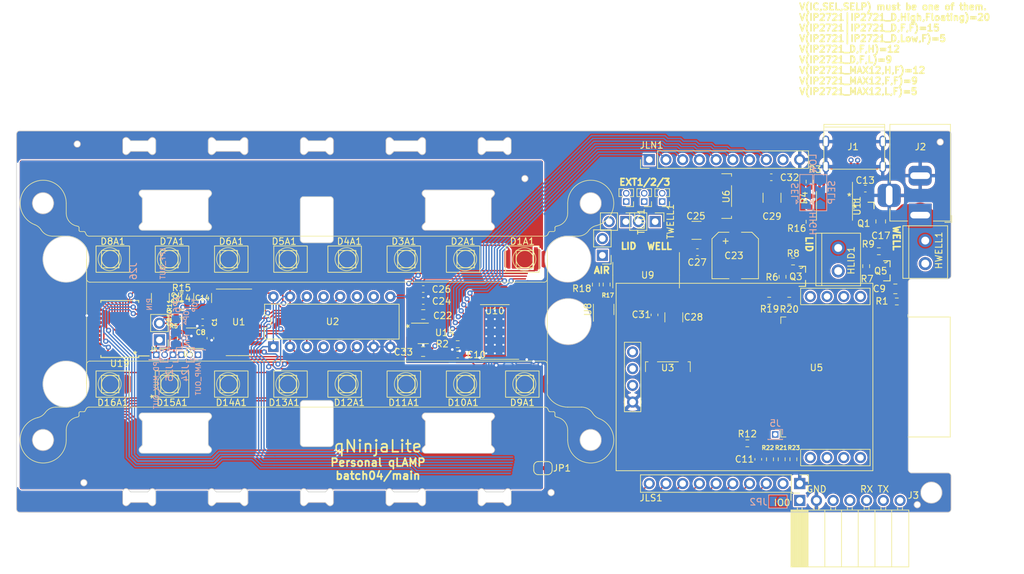
<source format=kicad_pcb>
(kicad_pcb (version 20211014) (generator pcbnew)
  (layers (0 "F.Cu" signal) (31 "B.Cu" signal) (34 "B.Paste" user) (35 "F.Paste" user) (36 "B.SilkS" user "B.Silkscreen") (37 "F.SilkS" user "F.Silkscreen") (38 "B.Mask" user) (39 "F.Mask" user) (44 "Edge.Cuts" user))
  (net 0 "")
  (net 1 "LED_BLANK")
  (net 2 "GNDA")
  (net 3 "3V3D")
  (net 4 "3V3A")
  (net 5 "PD_MUX_OUT")
  (net 7 "/Photo/AMP_OUT")
  (net 8 "Net-(R5-Pad2)")
  (net 9 "VCC")
  (net 10 "Net-(HLID1-Pad2)")
  (net 11 "Net-(HWELL1-Pad2)")
  (net 12 "THERM_R_SWITCH")
  (net 13 "/PhotoMUX/N_PD_OUT15")
  (net 14 "MUX_S3")
  (net 15 "/WELL_HEATER")
  (net 16 "MUX_S2")
  (net 17 "/LID_HEATER")
  (net 18 "MUX_S1")
  (net 19 "VIN_SENSE")
  (net 20 "I2C_SCL")
  (net 21 "MUX_S0")
  (net 22 "I2C_SDA")
  (net 23 "THERM_MUX_OUT")
  (net 24 "Net-(Q1-Pad1)")
  (net 25 "Net-(JP10-Pad1)")
  (net 26 "Net-(Q3-Pad1)")
  (net 27 "Net-(Q5-Pad1)")
  (net 28 "THERM_AIR")
  (net 29 "THERM_EXT1")
  (net 30 "THERM_EXT2")
  (net 31 "THERM_EXT3")
  (net 32 "THERM_LID")
  (net 33 "THERM_WELL")
  (net 34 "Net-(J1-PadB5)")
  (net 35 "Net-(J1-PadA5)")
  (net 36 "Net-(R2-Pad1)")
  (net 37 "Net-(R17-Pad2)")
  (net 38 "Net-(R18-Pad2)")
  (net 40 "/PhotoMUX/N_PD_OUT13")
  (net 42 "GNDD")
  (net 46 "/PhotoMUX/N_PD_OUT11")
  (net 51 "VOPT")
  (net 52 "Net-(J24-Pad2)")
  (net 53 "Net-(J5-Pad1)")
  (net 54 "SD_CD")
  (net 56 "5V")
  (net 59 "/Power/SELP")
  (net 64 "/Power/SEL")
  (net 67 "/PhotoMUX/N_PD_OUT9")
  (net 68 "/PhotoMUX/N_PD_OUT7")
  (net 69 "/PhotoMUX/N_PD_OUT5")
  (net 70 "/PhotoMUX/N_PD_OUT3")
  (net 71 "/PhotoMUX/N_PD_OUT1")
  (net 72 "/PhotoMUX/S_PD_OUT15")
  (net 73 "/PhotoMUX/S_PD_OUT13")
  (net 74 "/PhotoMUX/S_PD_OUT11")
  (net 75 "/PhotoMUX/S_PD_OUT9")
  (net 76 "/PhotoMUX/S_PD_OUT7")
  (net 77 "/PhotoMUX/S_PD_OUT5")
  (net 78 "/PhotoMUX/S_PD_OUT3")
  (net 79 "/PhotoMUX/S_PD_OUT1")
  (net 80 "SD_CS")
  (net 81 "SCLK")
  (net 82 "MISO")
  (net 83 "LED_LAT")
  (net 84 "/PhotoLED/S_LED_OUT8")
  (net 85 "/PhotoLED/S_LED_OUT7")
  (net 86 "/PhotoLED/S_LED_OUT6")
  (net 87 "/PhotoLED/S_LED_OUT5")
  (net 88 "/PhotoLED/S_LED_OUT1")
  (net 89 "/PhotoLED/S_LED_OUT2")
  (net 90 "/PhotoLED/S_LED_OUT3")
  (net 91 "/PhotoLED/S_LED_OUT4")
  (net 92 "/PhotoLED/N_LED_OUT5")
  (net 93 "/PhotoLED/N_LED_OUT6")
  (net 94 "/PhotoLED/N_LED_OUT7")
  (net 95 "/PhotoLED/N_LED_OUT8")
  (net 96 "/PhotoLED/N_LED_OUT4")
  (net 97 "/PhotoLED/N_LED_OUT3")
  (net 98 "/PhotoLED/N_LED_OUT2")
  (net 99 "/PhotoLED/N_LED_OUT1")
  (net 100 "NAU_DRDY")
  (net 101 "TACT3")
  (net 102 "TACT2")
  (net 103 "/TXD")
  (net 104 "/RXD")
  (net 105 "TACT1")
  (net 106 "Net-(J3-Pad4)")
  (net 108 "DIVIDED")
  (net 112 "Net-(C9-Pad1)")
  (net 113 "/Power/VIN")
  (net 115 "/Photo/VBG")
  (net 119 "MOSI")
  (footprint "Ninja-qPCR:TB_SeeedOPL_320110028" (layer "F.Cu") (at 205.069999 89.680009 -90)
    (fp_text reference "HWELL1")
    (fp_text value "Screw_Terminal_01x02")
  )
  (footprint "Jumper:SolderJumper-2_P1.3mm_Bridged_RoundedPad1.0x1.5mm" (layer "F.Cu") (at 146.99 124.28 180)
    (fp_text reference "JP1")
    (fp_text value "SolderJumper_2_Bridged")
  )
  (footprint "Package_SO:TSSOP-16_4.4x5mm_P0.65mm" (layer "F.Cu") (at 191.278292 84.3998 -90)
    (fp_text reference "U11")
    (fp_text value "IP2721")
  )
  (footprint "Package_TO_SOT_SMD:SOT-23-5" (layer "F.Cu") (at 128.803378 103.790011)
    (fp_text reference "U14")
    (fp_text value "TCR3DF33,LM(CT")
  )
  (footprint "Capacitor_SMD:C_0805_2012Metric" (layer "F.Cu") (at 128.803378 100.919989)
    (fp_text reference "C22")
    (fp_text value "4.7uF")
  )
  (footprint "Ninja-qPCR:35TZV100M6.3X8" (layer "F.Cu") (at 176.2 91.94 -90)
    (fp_text reference "C23")
    (fp_text value "100uF" hide)
  )
  (footprint "Capacitor_SMD:C_0603_1608Metric" (layer "F.Cu") (at 128.803376 98.85)
    (fp_text reference "C24")
    (fp_text value "0.1uF")
  )
  (footprint "Capacitor_SMD:C_1210_3225Metric" (layer "F.Cu") (at 170.32 88.13 180)
    (fp_text reference "C25")
    (fp_text value "22uF")
  )
  (footprint "Capacitor_SMD:C_0603_1608Metric" (layer "F.Cu") (at 170.46001 91.44 180)
    (fp_text reference "C27")
    (fp_text value "0.1uF")
  )
  (footprint "Capacitor_SMD:C_1210_3225Metric" (layer "F.Cu") (at 181.79 83.17 -90)
    (fp_text reference "C29")
    (fp_text value "22uF")
  )
  (footprint "Capacitor_SMD:C_0603_1608Metric" (layer "F.Cu") (at 163.94 100.98 90)
    (fp_text reference "C31")
    (fp_text value "0.1uF")
  )
  (footprint "Capacitor_SMD:C_0805_2012Metric" (layer "F.Cu") (at 128.783376 106.56 180)
    (fp_text reference "C33")
    (fp_text value "4.7uF")
  )
  (footprint "Capacitor_SMD:C_0603_1608Metric" (layer "F.Cu") (at 195.97 81.78)
    (fp_text reference "C13")
    (fp_text value "1uF(<=20V)")
  )
  (footprint "Capacitor_SMD:C_1210_3225Metric" (layer "F.Cu") (at 95.290005 98.409989 90)
    (fp_text reference "C14")
    (fp_text value "22uF")
  )
  (footprint "Ninja-qPCR:TB_SeeedOPL_320110028" (layer "F.Cu") (at 191.85 90.8 -90)
    (fp_text reference "HLID1")
    (fp_text value "Screw_Terminal_01x02")
  )
  (footprint "Ninja-qPCR:SSOP-24_5.3x8.2mm_P0.65mm-0.83mil" (layer "F.Cu") (at 82.695999 103.120012 180)
    (fp_text reference "U19")
    (fp_text value "CD74HC4067M96")
  )
  (footprint "Capacitor_SMD:C_0603_1608Metric" (layer "F.Cu") (at 96.4692 104.529992 -90)
    (fp_text reference "C8")
    (fp_text value "DNP")
  )
  (footprint "Capacitor_SMD:C_0603_1608Metric" (layer "F.Cu") (at 179.705 122.936 90)
    (fp_text reference "C11")
    (fp_text value "0.1uF")
  )
  (footprint "Capacitor_SMD:C_0603_1608Metric" (layer "F.Cu") (at 92.075 102.108)
    (fp_text reference "C6")
    (fp_text value "5pF")
  )
  (footprint "Ninja-qPCR:SOT-23-8-8.3mil" (layer "F.Cu") (at 156.21 100.15 90)
    (fp_text reference "U8")
    (fp_text value "TS12A12511DCNR")
  )
  (footprint "Package_TO_SOT_SMD:SOT-23-5" (layer "F.Cu") (at 93.599 104.529992 180)
    (fp_text reference "U4")
    (fp_text value "LMP7717MF_NOPB")
  )
  (footprint "Resistor_SMD:R_0603_1608Metric" (layer "F.Cu") (at 156.67 96.36 -90)
    (fp_text reference "R17")
    (fp_text value "10k_HP")
  )
  (footprint "Resistor_SMD:R_0603_1608Metric" (layer "F.Cu") (at 155.03 96.37 -90)
    (fp_text reference "R18")
    (fp_text value "47k_HP")
  )
  (footprint "Package_SO:SOIC-16_3.9x9.9mm_P1.27mm" (layer "F.Cu") (at 162.66 94.94 -90)
    (fp_text reference "U9")
    (fp_text value "SN74LV4051A")
  )
  (footprint "Capacitor_SMD:C_0603_1608Metric" (layer "F.Cu") (at 128.803376 97.05)
    (fp_text reference "C26")
    (fp_text value "0.01uF")
  )
  (footprint "Ninja-qPCR:SOT95P240X112-3N" (layer "F.Cu") (at 199.02 94.28)
    (fp_text reference "Q5")
    (fp_text value "Q_NMOS_GSD")
  )
  (footprint "Ninja-qPCR:SOT95P240X112-3N" (layer "F.Cu") (at 186.18 95.12)
    (fp_text reference "Q3")
    (fp_text value "Q_NMOS_GSD")
  )
  (footprint "Ninja-qPCR:SOT95P240X112-3N" (layer "F.Cu") (at 195.76 84.56 90)
    (fp_text reference "Q1")
    (fp_text value "Q_NMOS_GSD")
  )
  (footprint "Package_SO:HTSSOP-24-1EP_4.4x7.8mm_P0.65mm_EP3.4x7.8mm_Mask2.4x4.68mm_ThermalVias" (layer "F.Cu") (at 139.6775 103.573 180)
    (fp_text reference "U10")
    (fp_text value "TLC5929")
  )
  (footprint "Resistor_SMD:R_0603_1608Metric" (layer "F.Cu") (at 181.356 98.819995)
    (fp_text reference "R19")
    (fp_text value "100k")
  )
  (footprint "Capacitor_SMD:C_0805_2012Metric" (layer "F.Cu") (at 200.525 97.02 180)
    (fp_text reference "C9")
    (fp_text value "10uF")
  )
  (footprint "Pin_Headers:Pin_Header_Straight_1x02_Pitch2.54mm" (layer "F.Cu") (at 164.035003 86.795 -90)
    (fp_text reference "TWELL1")
    (fp_text value "Conn_01x02_Male")
  )
  (footprint "Pin_Headers:Pin_Header_Straight_1x02_Pitch2.54mm" (layer "F.Cu") (at 159.590003 86.795 -90)
    (fp_text reference "TLID1")
    (fp_text value "Conn_01x02_Male")
  )
  (footprint "Pin_Headers:Pin_Header_Straight_1x02_Pitch1.27mm" (layer "F.Cu") (at 165.10696 83.749058 180)
    (fp_text reference "TEXT3" hide)
    (fp_text value "Conn_01x02_Male")
  )
  (footprint "Pin_Headers:Pin_Header_Straight_1x02_Pitch1.27mm" (layer "F.Cu") (at 162.376968 83.749058 180)
    (fp_text reference "TEXT2" hide)
    (fp_text value "Conn_01x02_Male")
  )
  (footprint "Pin_Headers:Pin_Header_Straight_1x02_Pitch1.27mm" (layer "F.Cu") (at 159.64695 83.749058 180)
    (fp_text reference "TEXT1" hide)
    (fp_text value "Conn_01x02_Male")
  )
  (footprint "Connector_PinHeader_2.54mm:PinHeader_1x02_P2.54mm_Vertical" (layer "F.Cu") (at 156.020008 91.915005 180)
    (fp_text reference "TAIR1" hide)
    (fp_text value "Conn_01x02_Male")
  )
  (footprint "Resistor_SMD:R_0603_1608Metric" (layer "F.Cu") (at 198.02 91.305 180)
    (fp_text reference "R9")
    (fp_text value "47k")
  )
  (footprint "Resistor_SMD:R_0603_1608Metric" (layer "F.Cu") (at 184.99 92.86 180)
    (fp_text reference "R8")
    (fp_text value "47k")
  )
  (footprint "Resistor_SMD:R_0603_1608Metric" (layer "F.Cu") (at 187.500006 80.7212 -90)
    (fp_text reference "R3")
    (fp_text value "5.1k")
  )
  (footprint "Resistor_SMD:R_0603_1608Metric" (layer "F.Cu") (at 187.500006 83.7692 -90)
    (fp_text reference "R4")
    (fp_text value "5.1k")
  )
  (footprint "Resistor_SMD:R_0603_1608Metric" (layer "F.Cu") (at 196.1 93.57 -90)
    (fp_text reference "R7")
    (fp_text value "150")
  )
  (footprint "Resistor_SMD:R_0603_1608Metric" (layer "F.Cu") (at 183.39 95.19 -90)
    (fp_text reference "R6")
    (fp_text value "150")
  )
  (footprint "Resistor_SMD:R_0603_1608Metric" (layer "F.Cu") (at 134.04 105.43 180)
    (fp_text reference "R2")
    (fp_text value "3.3k")
  )
  (footprint "Resistor_SMD:R_0603_1608Metric" (layer "F.Cu") (at 200.75 98.94 180)
    (fp_text reference "R1")
    (fp_text value "100k")
  )
  (footprint "Resistor_SMD:R_0603_1608Metric" (layer "F.Cu") (at 187.500006 86.8172 -90)
    (fp_text reference "R16")
    (fp_text value "100k")
  )
  (footprint "Capacitor_SMD:C_0603_1608Metric" (layer "F.Cu") (at 134.04 107 180)
    (fp_text reference "C10")
    (fp_text value "0.1uF")
  )
  (footprint "Capacitor_SMD:C_1210_3225Metric" (layer "F.Cu") (at 166.87 101.35 90)
    (fp_text reference "C28")
    (fp_text value "22uF")
  )
  (footprint "Capacitor_SMD:C_0603_1608Metric" (layer "F.Cu") (at 181.68 80.05)
    (fp_text reference "C32")
    (fp_text value "0.1uF")
  )
  (footprint "Connector_BarrelJack:BarrelJack_Horizontal" (layer "F.Cu") (at 204.295792 85.8098 -90)
    (fp_text reference "J2")
    (fp_text value "Barrel_Jack_Switch")
  )
  (footprint "Resistor_SMD:R_0603_1608Metric" (layer "F.Cu") (at 185.039 122.936 -90)
    (fp_text reference "R23")
    (fp_text value "100k")
  )
  (footprint "Ninja-qPCR:SFH2200_2201_2240" (layer "F.Cu") (at 125.857212 111.501633 180)
    (fp_text reference "D11A1")
    (fp_text value "D_Photo")
  )
  (footprint "Ninja-qPCR:SFH2200_2201_2240" (layer "F.Cu") (at 134.857212 92.502066 180)
    (fp_text reference "D2A1")
    (fp_text value "D_Photo")
  )
  (footprint "Ninja-qPCR:SFH2200_2201_2240" (layer "F.Cu") (at 99.637212 111.501633)
    (fp_text reference "D14A1")
    (fp_text value "D_Photo")
  )
  (footprint "Ninja-qPCR:LITE_LCD" (layer "F.Cu") (at 158.111003 96.175006)
    (fp_text reference "U17" hide)
    (fp_text value "LITE_LCD")
  )
  (footprint "Ninja-qPCR:SFH2200_2201_2240" (layer "F.Cu") (at 99.637212 92.502066)
    (fp_text reference "D6A1")
    (fp_text value "D_Photo")
  )
  (footprint "Resistor_SMD:R_0603_1608Metric" (layer "F.Cu") (at 181.483 122.936 -90)
    (fp_text reference "R22")
    (fp_text value "100k")
  )
  (footprint "Ninja-qPCR:ALI_USB" (layer "F.Cu") (at 198.60829 78.419782 180)
    (fp_text reference "J1")
    (fp_text value "ALI_USB")
  )
  (footprint "Capacitor_SMD:C_1210_3225Metric" (layer "F.Cu") (at 88.859995 98.409989 -90)
    (fp_text reference "C2")
    (fp_text value "22uF")
  )
  (footprint "Package_SO:SOIC-16_3.9x9.9mm_P1.27mm" (layer "F.Cu") (at 100.8 102.11)
    (fp_text reference "U1")
    (fp_text value "NAU7802")
  )
  (footprint "Connector_PinHeader_2.54mm:PinHeader_1x10_P2.54mm_Vertical" (layer "F.Cu") (at 186.001 126.628 -90)
    (fp_text reference "JLS1")
    (fp_text value "Conn_01x10_Male")
  )
  (footprint "Ninja-qPCR:SFH2200_2201_2240" (layer "F.Cu") (at 81.637212 111.501633)
    (fp_text reference "D16A1")
    (fp_text value "D_Photo")
  )
  (footprint "Ninja-qPCR:SFH2200_2201_2240" (layer "F.Cu") (at 116.857212 111.501633 180)
    (fp_text reference "D12A1")
    (fp_text value "D_Photo")
  )
  (footprint "Ninja-qPCR:SFH2200_2201_2240" (layer "F.Cu") (at 108.637212 111.501633)
    (fp_text reference "D13A1")
    (fp_text value "D_Photo")
  )
  (footprint "Resistor_SMD:R_0603_1608Metric" (layer "F.Cu") (at 92.075 99.568 180)
    (fp_text reference "R11")
    (fp_text value "47k_HP")
  )
  (footprint "Resistor_SMD:R_0603_1608Metric" (layer "F.Cu") (at 92.075 97.028 180)
    (fp_text reference "R14")
    (fp_text value "10k")
  )
  (footprint "Ninja-qPCR:SFH2200_2201_2240" (layer "F.Cu") (at 116.857212 92.502066 180)
    (fp_text reference "D4A1")
    (fp_text value "D_Photo")
  )
  (footprint "Ninja-qPCR:SFH2200_2201_2240" (layer "F.Cu") (at 108.637212 92.502066)
    (fp_text reference "D5A1")
    (fp_text value "D_Photo")
  )
  (footprint "Capacitor_SMD:C_0805_2012Metric" (layer "F.Cu") (at 198.308292 86.7698 90)
    (fp_text reference "C17")
    (fp_text value "10uF(<=20V)")
  )
  (footprint "RF_Module:ESP32-WROOM-32" (layer "F.Cu") (at 193.006 110.42 -90)
    (fp_text reference "U5")
    (fp_text value "ESP32-WROOM-32")
  )
  (footprint "Connector_PinSocket_2.54mm:PinSocket_1x07_P2.54mm_Horizontal" (layer "F.Cu") (at 186.000993 129.2 90)
    (fp_text reference "J3")
    (fp_text value "Conn_01x07_Male")
  )
  (footprint "Resistor_SMD:R_0603_1608Metric" (layer "F.Cu") (at 184.404 98.819995)
    (fp_text reference "R20")
    (fp_text value "10k")
  )
  (footprint "Ninja-qPCR:SFH2200_2201_2240" (layer "F.Cu") (at 90.637212 111.501633)
    (fp_text reference "D15A1")
    (fp_text value "D_Photo")
  )
  (footprint "Ninja-qPCR:SFH2200_2201_2240" (layer "F.Cu") (at 125.857212 92.502066 180)
    (fp_text reference "D3A1")
    (fp_text value "D_Photo")
  )
  (footprint "Connector_PinHeader_2.54mm:PinHeader_1x10_P2.54mm_Vertical" (layer "F.Cu") (at 163.141 77.372 90)
    (fp_text reference "JLN1")
    (fp_text value "Conn_01x10_Male")
  )
  (footprint "Capacitor_SMD:C_0603_1608Metric" (layer "F.Cu") (at 95.290005 102.108 180)
    (fp_text reference "C1")
    (fp_text value "0.1uF")
  )
  (footprint "Resistor_SMD:R_0603_1608Metric" (layer "F.Cu") (at 92.075 98.298)
    (fp_text reference "R15")
    (fp_text value "100k")
  )
  (footprint "Ninja-qPCR:SFH2200_2201_2240" (layer "F.Cu") (at 143.857212 111.501633 180)
    (fp_text reference "D9A1")
    (fp_text value "D_Photo")
  )
  (footprint "Resistor_SMD:R_0603_1608Metric" (layer "F.Cu") (at 183.261 122.936 -90)
    (fp_text reference "R21")
    (fp_text value "100k")
  )
  (footprint "Ninja-qPCR:REG_TO252-3" (layer "F.Cu") (at 173.37 82.91 180)
    (fp_text reference "U6")
    (fp_text value "BA178M05FP-E2")
  )
  (footprint "Package_DIP:DIP-16_W7.62mm" (layer "F.Cu") (at 106.029989 105.809999 90)
    (fp_text reference "U2")
    (fp_text value "NAU7802")
  )
  (footprint "Resistor_SMD:R_0603_1608Metric" (layer "F.Cu") (at 92.075 100.838 180)
    (fp_text reference "R10")
    (fp_text value "47k_HP")
  )
  (footprint "Ninja-qPCR:REG_TO252-3" (layer "F.Cu") (at 165.97 110.39 -90)
    (fp_text reference "U3")
    (fp_text value "BD433M5FP-CE2")
  )
  (footprint "Resistor_SMD:R_0603_1608Metric" (layer "F.Cu") (at 90.932 104.529992 90)
    (fp_text reference "R5")
    (fp_text value "10M")
  )
  (footprint "Ninja-qPCR:SFH2200_2201_2240" (layer "F.Cu") (at 90.637212 92.502066)
    (fp_text reference "D7A1")
    (fp_text value "D_Photo")
  )
  (footprint "Ninja-qPCR:SFH2200_2201_2240" (layer "F.Cu") (at 143.857212 92.502066 180)
    (fp_text reference "D1A1")
    (fp_text value "D_Photo")
  )
  (footprint "Ninja-qPCR:SFH2200_2201_2240" (layer "F.Cu") (at 81.637212 92.502066)
    (fp_text reference "D8A1")
    (fp_text value "D_Photo")
  )
  (footprint "Connector_PinHeader_2.54mm:PinHeader_1x02_P2.54mm_Vertical" (layer "F.Cu") (at 88.71999 104.785008 180)
    (fp_text reference "J4")
    (fp_text value "Conn_01x02_Male")
  )
  (footprint "Resistor_SMD:R_0603_1608Metric" (layer "F.Cu") (at 178.04 120.51)
    (fp_text reference "R12")
    (fp_text value "100k")
  )
  (footprint "Ninja-qPCR:SFH2200_2201_2240" (layer "F.Cu") (at 134.857212 111.501633 180)
    (fp_text reference "D10A1")
    (fp_text value "D_Photo")
  )
  (footprint "Connector_PinHeader_1.27mm:PinHeader_1x01_P1.27mm_Vertical" (layer "B.Cu") (at 88.24 107.05 180)
    (fp_text reference "J13" hide)
    (fp_text value "Conn_01x01_Male")
  )
  (footprint "Connector_PinHeader_1.27mm:PinHeader_1x01_P1.27mm_Vertical" (layer "B.Cu") (at 94.59 107.05)
    (fp_text reference "J16" hide)
    (fp_text value "Conn_01x01_Male")
  )
  (footprint "Jumper:SolderJumper-3_P2.0mm_Open_TrianglePad1.0x1.5mm" (layer "B.Cu") (at 91.240013 103.555994 -90)
    (fp_text reference "JP6")
    (fp_text value "Jumper_3_Open")
  )
  (footprint "Jumper:SolderJumper-2_P1.3mm_Open_TrianglePad1.0x1.5mm" (layer "B.Cu") (at 182.69 129.35 180)
    (fp_text reference "JP2")
    (fp_text value "Jumper_2_Bridged")
  )
  (footprint "Jumper:SolderJumper-3_P2.0mm_Open_TrianglePad1.0x1.5mm" (layer "B.Cu") (at 186.957487 82.390005 90)
    (fp_text reference "JP9" hide)
    (fp_text value "Jumper_3_Open")
  )
  (footprint "Pin_Headers:Pin_Header_Straight_1x01_Pitch1.27mm" (layer "B.Cu") (at 182.280001 119.160011 180)
    (fp_text reference "J5")
    (fp_text value "Conn_01x01_Male")
  )
  (footprint "Connector_PinHeader_1.27mm:PinHeader_1x02_P1.27mm_Vertical" (layer "B.Cu") (at 90.78 107.05 90)
    (fp_text reference "J25")
    (fp_text value "Conn_01x02_Male")
  )
  (footprint "Connector_PinHeader_1.27mm:PinHeader_1x02_P1.27mm_Vertical" (layer "B.Cu") (at 92.05 107.05 -90)
    (fp_text reference "J24")
    (fp_text value "Conn_01x02_Male")
  )
  (footprint "Jumper:SolderJumper-3_P2.0mm_Open_TrianglePad1.0x1.5mm" (layer "B.Cu") (at 189.100003 82.390005 90)
    (fp_text reference "JP10" hide)
    (fp_text value "Jumper_3_Open")
  )
  (gr_line (start 147.657227 111.5) (end 147.657227 92.5) (layer "F.SilkS") (width 0.1))
  (gr_arc (start 69.793791 87.266166) (mid 70.34204 87.588129) (end 70.761537 88.065895) (layer "F.SilkS") (width 0.1))
  (gr_arc (start 71.379757 115.828755) (mid 70.875438 116.315728) (end 70.234047 116.598743) (layer "F.SilkS") (width 0.1))
  (gr_circle (center 126.157202 111.501637) (end 124.407202 111.501637) (layer "F.SilkS") (width 0.1) (fill none))
  (gr_arc (start 69.793791 87.266166) (mid 69.088495 81.115515) (end 74.563915 84.004758) (layer "F.SilkS") (width 0.1))
  (gr_arc (start 147.886139 88.404914) (mid 147.959302 88.332085) (end 148.059038 88.305442) (layer "F.SilkS") (width 0.1))
  (gr_arc (start 76.497682 115.898256) (mid 76.55626 115.756834) (end 76.697682 115.698256) (layer "F.SilkS") (width 0.1))
  (gr_arc (start 76.712016 88.305442) (mid 76.570595 88.246863) (end 76.512016 88.105442) (layer "F.SilkS") (width 0.1))
  (gr_arc (start 77.428279 115.598784) (mid 77.355116 115.671613) (end 77.25538 115.698256) (layer "F.SilkS") (width 0.1))
  (gr_arc (start 77.428293 88.404914) (mid 77.500888 88.541698) (end 77.562683 88.683688) (layer "F.SilkS") (width 0.1))
  (gr_arc (start 72.455067 89.001961) (mid 71.487562 88.752371) (end 70.761537 88.065895) (layer "F.SilkS") (width 0.1))
  (gr_circle (center 144.157216 92.502061) (end 145.907216 92.502061) (layer "F.SilkS") (width 0.1) (fill none))
  (gr_arc (start 71.379757 115.828755) (mid 72.090263 115.22045) (end 72.999668 115.001737) (layer "F.SilkS") (width 0.1))
  (gr_line (start 76.512016 87.717688) (end 76.512016 88.105442) (layer "F.SilkS") (width 0.1))
  (gr_arc (start 149.18281 116.546221) (mid 150.310089 117.246864) (end 150.750503 118.49894) (layer "F.SilkS") (width 0.1))
  (gr_arc (start 74.563643 89.001961) (mid 76.369254 89.503667) (end 77.657216 90.86495) (layer "F.SilkS") (width 0.1))
  (gr_line (start 74.563901 118.49894) (end 74.563901 119.99894) (layer "F.SilkS") (width 0.1))
  (gr_line (start 147.657202 108.501637) (end 147.657202 113.138748) (layer "F.SilkS") (width 0.1))
  (gr_line (start 148.816736 88.105442) (end 148.816736 87.712572) (layer "F.SilkS") (width 0.1))
  (gr_arc (start 77.562669 115.32001) (mid 77.500874 115.462) (end 77.428279 115.598784) (layer "F.SilkS") (width 0.1))
  (gr_line (start 72.999668 115.001737) (end 74.563629 115.001737) (layer "F.SilkS") (width 0.1))
  (gr_arc (start 147.751749 88.683688) (mid 147.568027 88.914864) (end 147.285904 89.002061) (layer "F.SilkS") (width 0.1))
  (gr_arc (start 76.131608 87.457477) (mid 75.004329 86.756834) (end 74.563915 85.504758) (layer "F.SilkS") (width 0.1))
  (gr_line (start 74.563915 84.004758) (end 74.563915 85.504758) (layer "F.SilkS") (width 0.1))
  (gr_line (start 78.028528 89.002061) (end 147.285904 89.002061) (layer "F.SilkS") (width 0.1))
  (gr_circle (center 108.157202 111.501637) (end 106.407202 111.501637) (layer "F.SilkS") (width 0.1) (fill none))
  (gr_line (start 77.657216 95.502061) (end 77.657216 90.86495) (layer "F.SilkS") (width 0.1))
  (gr_circle (center 90.157216 92.502061) (end 91.907216 92.502061) (layer "F.SilkS") (width 0.1) (fill none))
  (gr_line (start 152.31475 89.001961) (end 150.750789 89.001961) (layer "F.SilkS") (width 0.1))
  (gr_line (start 77.657202 113.138748) (end 77.657202 108.501637) (layer "F.SilkS") (width 0.1))
  (gr_arc (start 147.751749 88.683688) (mid 147.813544 88.541698) (end 147.886139 88.404914) (layer "F.SilkS") (width 0.1))
  (gr_arc (start 149.18281 116.546221) (mid 149.057398 116.514167) (end 148.934323 116.474066) (layer "F.SilkS") (width 0.1))
  (gr_arc (start 78.028528 89.002061) (mid 77.746406 88.914864) (end 77.562683 88.683688) (layer "F.SilkS") (width 0.1))
  (gr_arc (start 76.36417 116.479751) (mid 76.248888 116.516505) (end 76.131594 116.546221) (layer "F.SilkS") (width 0.1))
  (gr_arc (start 150.750517 84.004758) (mid 156.412172 81.252077) (end 155.080371 87.404955) (layer "F.SilkS") (width 0.1))
  (gr_circle (center 135.157202 111.501637) (end 133.407202 111.501637) (layer "F.SilkS") (width 0.1) (fill none))
  (gr_arc (start 155.520627 116.737532) (mid 154.972378 116.415569) (end 154.552881 115.937803) (layer "F.SilkS") (width 0.1))
  (gr_arc (start 74.563901 119.99894) (mid 68.902246 122.751621) (end 70.234047 116.598743) (layer "F.SilkS") (width 0.1))
  (gr_circle (center 117.157216 92.502061) (end 118.907216 92.502061) (layer "F.SilkS") (width 0.1) (fill none))
  (gr_line (start 147.157216 96.002061) (end 78.157216 96.002061) (layer "F.SilkS") (width 0.1))
  (gr_circle (center 117.157202 111.501637) (end 115.407202 111.501637) (layer "F.SilkS") (width 0.1) (fill none))
  (gr_arc (start 74.563901 118.49894) (mid 75.004315 117.246865) (end 76.131594 116.546221) (layer "F.SilkS") (width 0.1))
  (gr_arc (start 147.157202 108.001637) (mid 147.510755 108.148084) (end 147.657202 108.501637) (layer "F.SilkS") (width 0.1))
  (gr_arc (start 155.520627 116.737532) (mid 156.225923 122.888183) (end 150.750503 119.99894) (layer "F.SilkS") (width 0.1))
  (gr_circle (center 90.157202 111.501637) (end 88.407202 111.501637) (layer "F.SilkS") (width 0.1) (fill none))
  (gr_line (start 150.750775 115.001737) (end 152.859351 115.001737) (layer "F.SilkS") (width 0.1))
  (gr_line (start 147.657216 90.86495) (end 147.657216 95.502061) (layer "F.SilkS") (width 0.1))
  (gr_arc (start 150.750775 115.001737) (mid 148.945164 114.500031) (end 147.657202 113.138748) (layer "F.SilkS") (width 0.1))
  (gr_circle (center 99.157202 111.501637) (end 97.407202 111.501637) (layer "F.SilkS") (width 0.1) (fill none))
  (gr_line (start 76.712016 88.305442) (end 77.255394 88.305442) (layer "F.SilkS") (width 0.1))
  (gr_circle (center 135.157216 92.502061) (end 136.907216 92.502061) (layer "F.SilkS") (width 0.1) (fill none))
  (gr_arc (start 148.059024 115.698256) (mid 147.959289 115.671613) (end 147.886125 115.598784) (layer "F.SilkS") (width 0.1))
  (gr_circle (center 108.157216 92.502061) (end 109.907216 92.502061) (layer "F.SilkS") (width 0.1) (fill none))
  (gr_line (start 148.059038 88.305442) (end 148.616736 88.305442) (layer "F.SilkS") (width 0.1))
  (gr_arc (start 153.934661 88.174943) (mid 154.43898 87.68797) (end 155.080371 87.404955) (layer "F.SilkS") (width 0.1))
  (gr_arc (start 150.750517 85.504758) (mid 150.310103 86.756833) (end 149.182824 87.457477) (layer "F.SilkS") (width 0.1))
  (gr_arc (start 148.816736 87.712572) (mid 148.853492 87.597025) (end 148.950248 87.523947) (layer "F.SilkS") (width 0.1))
  (gr_circle (center 144.157202 111.501637) (end 142.407202 111.501637) (layer "F.SilkS") (width 0.1) (fill none))
  (gr_line (start 150.750517 85.504758) (end 150.750517 84.004758) (layer "F.SilkS") (width 0.1))
  (gr_line (start 76.497682 115.898256) (end 76.497682 116.291126) (layer "F.SilkS") (width 0.1))
  (gr_arc (start 148.950248 87.523947) (mid 149.06553 87.487193) (end 149.182824 87.457477) (layer "F.SilkS") (width 0.1))
  (gr_arc (start 76.131608 87.457477) (mid 76.25702 87.489531) (end 76.380095 87.529632) (layer "F.SilkS") (width 0.1))
  (gr_arc (start 147.28589 115.001637) (mid 147.568012 115.088834) (end 147.751735 115.32001) (layer "F.SilkS") (width 0.1))
  (gr_arc (start 148.602402 115.698256) (mid 148.743823 115.756835) (end 148.802402 115.898256) (layer "F.SilkS") (width 0.1))
  (gr_arc (start 76.497682 116.291126) (mid 76.460926 116.406673) (end 76.36417 116.479751) (layer "F.SilkS") (width 0.1))
  (gr_arc (start 152.859351 115.001737) (mid 153.826856 115.251327) (end 154.552881 115.937803) (layer "F.SilkS") (width 0.1))
  (gr_arc (start 77.562669 115.32001) (mid 77.746391 115.088834) (end 78.028514 115.001637) (layer "F.SilkS") (width 0.1))
  (gr_arc (start 147.657216 95.502061) (mid 147.510769 95.855614) (end 147.157216 96.002061) (layer "F.SilkS") (width 0.1))
  (gr_circle (center 99.157216 92.502061) (end 100.907216 92.502061) (layer "F.SilkS") (width 0.1) (fill none))
  (gr_arc (start 153.934661 88.174943) (mid 153.224155 88.783248) (end 152.31475 89.001961) (layer "F.SilkS") (width 0.1))
  (gr_line (start 77.657214 92.5) (end 77.657214 111.5) (layer "F.SilkS") (width 0.1))
  (gr_arc (start 147.886125 115.598784) (mid 147.81353 115.462) (end 147.751735 115.32001) (layer "F.SilkS") (width 0.1))
  (gr_line (start 74.563643 89.001961) (end 72.455067 89.001961) (layer "F.SilkS") (width 0.1))
  (gr_arc (start 148.816736 88.105442) (mid 148.758158 88.246864) (end 148.616736 88.305442) (layer "F.SilkS") (width 0.1))
  (gr_line (start 78.157202 108.001637) (end 147.157202 108.001637) (layer "F.SilkS") (width 0.1))
  (gr_arc (start 148.934323 116.474066) (mid 148.838671 116.400867) (end 148.802402 116.28601) (layer "F.SilkS") (width 0.1))
  (gr_arc (start 77.255394 88.305442) (mid 77.355129 88.332085) (end 77.428293 88.404914) (layer "F.SilkS") (width 0.1))
  (gr_line (start 77.25538 115.698256) (end 76.697682 115.698256) (layer "F.SilkS") (width 0.1))
  (gr_arc (start 76.380095 87.529632) (mid 76.475747 87.602831) (end 76.512016 87.717688) (layer "F.SilkS") (width 0.1))
  (gr_circle (center 81.157216 92.502061) (end 82.907216 92.502061) (layer "F.SilkS") (width 0.1) (fill none))
  (gr_arc (start 78.157216 96.002061) (mid 77.803663 95.855614) (end 77.657216 95.502061) (layer "F.SilkS") (width 0.1))
  (gr_line (start 148.802402 116.28601) (end 148.802402 115.898256) (layer "F.SilkS") (width 0.1))
  (gr_arc (start 147.657216 90.86495) (mid 148.945178 89.503667) (end 150.750789 89.001961) (layer "F.SilkS") (width 0.1))
  (gr_line (start 147.28589 115.001637) (end 78.028514 115.001637) (layer "F.SilkS") (width 0.1))
  (gr_line (start 148.602402 115.698256) (end 148.059024 115.698256) (layer "F.SilkS") (width 0.1))
  (gr_circle (center 81.157202 111.501637) (end 79.407202 111.501637) (layer "F.SilkS") (width 0.1) (fill none))
  (gr_line (start 150.750503 119.99894) (end 150.750503 118.49894) (layer "F.SilkS") (width 0.1))
  (gr_arc (start 77.657202 113.138748) (mid 76.36924 114.500031) (end 74.563629 115.001737) (layer "F.SilkS") (width 0.1))
  (gr_arc (start 77.657202 108.501637) (mid 77.803649 108.148084) (end 78.157202 108.001637) (layer "F.SilkS") (width 0.1))
  (gr_circle (center 126.157216 92.502061) (end 127.907216 92.502061) (layer "F.SilkS") (width 0.1) (fill none))
  (gr_line (start 111.357157 127.898251) (end 111.003604 127.544698) (layer "Edge.Cuts") (width 0.1))
  (gr_line (start 96.15005 76.101749) (end 96.15005 74.501749) (layer "Edge.Cuts") (width 0.1))
  (gr_arc (start 111.003604 76.455302) (mid 110.458709 76.563689) (end 110.15005 76.10175) (layer "Edge.Cuts") (width 0.1))
  (gr_line (start 110.15005 76.101749) (end 110.15005 74.501749) (layer "Edge.Cuts") (width 0.1))
  (gr_line (start 87.296497 127.544698) (end 86.942944 127.898251) (layer "Edge.Cuts") (width 0.1))
  (gr_line (start 88.15005 76.101749) (end 88.15005 74.501749) (layer "Edge.Cuts") (width 0.1))
  (gr_arc (start 97.003603 129.851804) (mid 96.458708 129.96019) (end 96.15005 129.498251) (layer "Edge.Cuts") (width 0.1))
  (gr_line (start 138.357157 74.501749) (end 140.942944 74.501749) (layer "Edge.Cuts") (width 0.1))
  (gr_circle (center 74.535995 92.499993) (end 78.035996 92.499993) (layer "Edge.Cuts") (width 0.1) (fill none))
  (gr_line (start 124.357157 74.501749) (end 127.942944 74.501749) (layer "Edge.Cuts") (width 0.1))
  (gr_circle (center 71.036 84) (end 69.436 84) (layer "Edge.Cuts") (width 0.1) (fill none))
  (gr_line (start 115.15005 129.498251) (end 115.15005 127.898251) (layer "Edge.Cuts") (width 0.1))
  (gr_arc (start 110.15005 127.89825) (mid 110.458709 127.436311) (end 111.003604 127.544698) (layer "Edge.Cuts") (width 0.1))
  (gr_arc (start 87.296497 127.544698) (mid 87.841392 127.436312) (end 88.15005 127.898251) (layer "Edge.Cuts") (width 0.1))
  (gr_line (start 129.13505 121.998251) (end 139.13505 121.998251) (layer "Edge.Cuts") (width 0.1))
  (gr_line (start 138.357157 127.898251) (end 138.003604 127.544698) (layer "Edge.Cuts") (width 0.1))
  (gr_arc (start 114.636 114) (mid 114.989553 114.146447) (end 115.136 114.5) (layer "Edge.Cuts") (width 0.1))
  (gr_line (start 209 95) (end 209 73.5) (layer "Edge.Cuts") (width 0.1))
  (gr_line (start 113.942944 129.498251) (end 114.296497 129.851805) (layer "Edge.Cuts") (width 0.1))
  (gr_line (start 140.942944 127.898251) (end 138.357157 127.898251) (layer "Edge.Cuts") (width 0.1))
  (gr_arc (start 209 95) (mid 208.853553 95.353553) (end 208.5 95.5) (layer "Edge.Cuts") (width 0.1))
  (gr_arc (start 141.296497 127.544698) (mid 141.841392 127.436312) (end 142.15005 127.898251) (layer "Edge.Cuts") (width 0.1))
  (gr_line (start 139.13505 86.894642) (end 139.488604 87.248195) (layer "Edge.Cuts") (width 0.1))
  (gr_line (start 128.781497 116.751805) (end 129.13505 117.105358) (layer "Edge.Cuts") (width 0.1))
  (gr_arc (start 129.13505 121.99825) (mid 128.673111 121.689592) (end 128.781497 121.144698) (layer "Edge.Cuts") (width 0.1))
  (gr_line (start 111.003604 129.851805) (end 111.357157 129.498251) (layer "Edge.Cuts") (width 0.1))
  (gr_arc (start 139.13505 115.89825) (mid 139.596991 116.206909) (end 139.488604 116.751805) (layer "Edge.Cuts") (width 0.1))
  (gr_line (start 110.136 89.5) (end 110.136 83.5) (layer "Edge.Cuts") (width 0.1))
  (gr_circle (center 206 128) (end 207.6 128) (layer "Edge.Cuts") (width 0.1) (fill none))
  (gr_arc (start 128.781497 116.751804) (mid 128.673111 116.206909) (end 129.13505 115.898251) (layer "Edge.Cuts") (width 0.1))
  (gr_line (start 208.5 131) (end 67.5 131) (layer "Edge.Cuts") (width 0.1))
  (gr_line (start 96.13505 120.791145) (end 96.13505 117.105358) (layer "Edge.Cuts") (width 0.1))
  (gr_line (start 96.488604 121.144698) (end 96.13505 120.791145) (layer "Edge.Cuts") (width 0.1))
  (gr_arc (start 139.13505 82.001749) (mid 139.59699 82.310407) (end 139.488603 82.855302) (layer "Edge.Cuts") (width 0.1))
  (gr_arc (start 96.13505 115.89825) (mid 96.596991 116.206909) (end 96.488604 116.751805) (layer "Edge.Cuts") (width 0.1))
  (gr_line (start 96.15005 127.898251) (end 96.15005 129.498251) (layer "Edge.Cuts") (width 0.1))
  (gr_line (start 127.942944 76.101749) (end 124.357157 76.101749) (layer "Edge.Cuts") (width 0.1))
  (gr_line (start 114.636 121) (end 110.636 121) (layer "Edge.Cuts") (width 0.1))
  (gr_arc (start 111.003603 129.851804) (mid 110.458708 129.96019) (end 110.15005 129.498251) (layer "Edge.Cuts") (width 0.1))
  (gr_line (start 97.357157 127.898251) (end 97.003604 127.544698) (layer "Edge.Cuts") (width 0.1))
  (gr_arc (start 110.636 121) (mid 110.282447 120.853553) (end 110.136 120.5) (layer "Edge.Cuts") (width 0.1))
  (gr_line (start 140.942944 76.101749) (end 138.357157 76.101749) (layer "Edge.Cuts") (width 0.1))
  (gr_line (start 139.13505 82.001749) (end 129.13505 82.001749) (layer "Edge.Cuts") (width 0.1))
  (gr_arc (start 110.136 114.5) (mid 110.282447 114.146447) (end 110.636 114) (layer "Edge.Cuts") (width 0.1))
  (gr_line (start 85.781497 116.751805) (end 86.13505 117.105358) (layer "Edge.Cuts") (width 0.1))
  (gr_arc (start 142.15005 76.101749) (mid 141.841392 76.563689) (end 141.296497 76.455302) (layer "Edge.Cuts") (width 0.1))
  (gr_line (start 139.13505 120.791145) (end 139.13505 117.105358) (layer "Edge.Cuts") (width 0.1))
  (gr_line (start 123.15005 76.101749) (end 123.15005 74.501749) (layer "Edge.Cuts") (width 0.1))
  (gr_line (start 86.942944 74.501749) (end 84.357157 74.501749) (layer "Edge.Cuts") (width 0.1))
  (gr_arc (start 86.13505 88.101749) (mid 85.67311 87.793091) (end 85.781497 87.248196) (layer "Edge.Cuts") (width 0.1))
  (gr_arc (start 67.5 131) (mid 67.146447 130.853553) (end 67 130.5) (layer "Edge.Cuts") (width 0.1))
  (gr_line (start 96.13505 115.898251) (end 86.13505 115.898251) (layer "Edge.Cuts") (width 0.1))
  (gr_line (start 129.15005 129.498251) (end 129.15005 127.898251) (layer "Edge.Cuts") (width 0.1))
  (gr_line (start 139.13505 115.898251) (end 129.13505 115.898251) (layer "Edge.Cuts") (width 0.1))
  (gr_line (start 208.5 125) (end 203 125) (layer "Edge.Cuts") (width 0.1))
  (gr_line (start 102.15005 129.498251) (end 102.15005 127.898251) (layer "Edge.Cuts") (width 0.1))
  (gr_line (start 129.15005 74.501749) (end 129.15005 76.101749) (layer "Edge.Cuts") (width 0.1))
  (gr_arc (start 114.636 83) (mid 114.989553 83.146447) (end 115.136 83.5) (layer "Edge.Cuts") (width 0.1))
  (gr_arc (start 88.15005 129.49825) (mid 87.841393 129.96019) (end 87.296497 129.851805) (layer "Edge.Cuts") (width 0.1))
  (gr_line (start 113.942944 127.898251) (end 111.357157 127.898251) (layer "Edge.Cuts") (width 0.1))
  (gr_circle (center 74.536 111.5) (end 78.036 111.5) (layer "Edge.Cuts") (width 0.1) (fill none))
  (gr_arc (start 208.5 73) (mid 208.853553 73.146447) (end 209 73.5) (layer "Edge.Cuts") (width 0.1))
  (gr_line (start 124.357157 76.101749) (end 124.003604 76.455302) (layer "Edge.Cuts") (width 0.1))
  (gr_line (start 96.488604 82.855302) (end 96.13505 83.208855) (layer "Edge.Cuts") (width 0.1))
  (gr_line (start 84.357157 76.101749) (end 86.942944 76.101749) (layer "Edge.Cuts") (width 0.1))
  (gr_circle (center 71.036 120) (end 69.436 120) (layer "Edge.Cuts") (width 0.1) (fill none))
  (gr_arc (start 114.296497 127.544698) (mid 114.841392 127.436312) (end 115.15005 127.898251) (layer "Edge.Cuts") (width 0.1))
  (gr_circle (center 150.778441 92.5) (end 154.278441 92.5) (layer "Edge.Cuts") (width 0.1) (fill none))
  (gr_arc (start 84.003603 129.851804) (mid 83.458708 129.96019) (end 83.15005 129.498251) (layer "Edge.Cuts") (width 0.1))
  (gr_line (start 139.488604 121.144698) (end 139.13505 120.791145) (layer "Edge.Cuts") (width 0.1))
  (gr_line (start 128.781497 87.248195) (end 129.13505 86.894642) (layer "Edge.Cuts") (width 0.1))
  (gr_line (start 97.357157 74.501749) (end 100.942944 74.501749) (layer "Edge.Cuts") (width 0.1))
  (gr_line (start 84.357157 127.898251) (end 84.003604 127.544698) (layer "Edge.Cuts") (width 0.1))
  (gr_line (start 97.357157 76.101749) (end 97.003604 76.455302) (layer "Edge.Cuts") (width 0.1))
  (gr_line (start 123.15005 127.898251) (end 123.15005 129.498251) (layer "Edge.Cuts") (width 0.1))
  (gr_arc (start 203 125) (mid 202.646447 124.853553) (end 202.5 124.5) (layer "Edge.Cuts") (width 0.1))
  (gr_line (start 127.942944 127.898251) (end 124.357157 127.898251) (layer "Edge.Cuts") (width 0.1))
  (gr_line (start 100.942944 127.898251) (end 97.357157 127.898251) (layer "Edge.Cuts") (width 0.1))
  (gr_line (start 85.781497 87.248195) (end 86.13505 86.894642) (layer "Edge.Cuts") (width 0.1))
  (gr_line (start 97.003604 129.851805) (end 97.357157 129.498251) (layer "Edge.Cuts") (width 0.1))
  (gr_line (start 203 95.5) (end 208.5 95.5) (layer "Edge.Cuts") (width 0.1))
  (gr_line (start 86.13505 83.208855) (end 85.781497 82.855302) (layer "Edge.Cuts") (width 0.1))
  (gr_line (start 114.296497 127.544698) (end 113.942944 127.898251) (layer "Edge.Cuts") (width 0.1))
  (gr_line (start 102.15005 74.501749) (end 102.15005 76.101749) (layer "Edge.Cuts") (width 0.1))
  (gr_line (start 86.942944 127.898251) (end 84.357157 127.898251) (layer "Edge.Cuts") (width 0.1))
  (gr_line (start 96.13505 86.894642) (end 96.488604 87.248195) (layer "Edge.Cuts") (width 0.1))
  (gr_arc (start 142.15005 129.49825) (mid 141.841393 129.96019) (end 141.296497 129.851805) (layer "Edge.Cuts") (width 0.1))
  (gr_arc (start 128.296497 74.148195) (mid 128.841433 74.039756) (end 129.15005 74.50175) (layer "Edge.Cuts") (width 0.1))
  (gr_arc (start 138.003603 129.851804) (mid 137.458708 129.96019) (end 137.15005 129.498251) (layer "Edge.Cuts") (width 0.1))
  (gr_arc (start 86.13505 121.99825) (mid 85.673111 121.689592) (end 85.781497 121.144698) (layer "Edge.Cuts") (width 0.1))
  (gr_line (start 86.13505 121.998251) (end 96.13505 121.998251) (layer "Edge.Cuts") (width 0.1))
  (gr_arc (start 101.296497 74.148195) (mid 101.841393 74.039809) (end 102.15005 74.50175) (layer "Edge.Cuts") (width 0.1))
  (gr_line (start 139.13505 88.101749) (end 129.13505 88.101749) (layer "Edge.Cuts") (width 0.1))
  (gr_circle (center 154.236 120) (end 152.636 120) (layer "Edge.Cuts") (width 0.1) (fill none))
  (gr_arc (start 85.781497 116.751804) (mid 85.673111 116.206909) (end 86.13505 115.898251) (layer "Edge.Cuts") (width 0.1))
  (gr_line (start 110.636 114) (end 114.636 114) (layer "Edge.Cuts") (width 0.1))
  (gr_arc (start 129.13505 88.101749) (mid 128.67311 87.793091) (end 128.781497 87.248196) (layer "Edge.Cuts") (width 0.1))
  (gr_line (start 86.942944 129.498251) (end 87.296497 129.851805) (layer "Edge.Cuts") (width 0.1))
  (gr_circle (center 77.236 126.5) (end 76.761 126.5) (layer "Edge.Cuts") (width 0.1) (fill none))
  (gr_line (start 101.296497 76.455302) (end 100.942944 76.101749) (layer "Edge.Cuts") (width 0.1))
  (gr_arc (start 209 130.5) (mid 208.853553 130.853553) (end 208.5 131) (layer "Edge.Cuts") (width 0.1))
  (gr_arc (start 124.003604 76.455302) (mid 123.458709 76.563689) (end 123.15005 76.10175) (layer "Edge.Cuts") (width 0.1))
  (gr_arc (start 96.488603 121.144698) (mid 96.596989 121.689593) (end 96.13505 121.998251) (layer "Edge.Cuts") (width 0.1))
  (gr_arc (start 110.636 90) (mid 110.282447 89.853553) (end 110.136 89.5) (layer "Edge.Cuts") (width 0.1))
  (gr_line (start 87.296497 74.148196) (end 86.942944 74.501749) (layer "Edge.Cuts") (width 0.1))
  (gr_line (start 110.136 120.5) (end 110.136 114.5) (layer "Edge.Cuts") (width 0.1))
  (gr_line (start 83.15005 74.501749) (end 83.15005 76.101749) (layer "Edge.Cuts") (width 0.1))
  (gr_line (start 142.15005 129.498251) (end 142.15005 127.898251) (layer "Edge.Cuts") (width 0.1))
  (gr_line (start 114.296497 76.455302) (end 113.942944 76.101749) (layer "Edge.Cuts") (width 0.1))
  (gr_line (start 86.13505 120.791145) (end 85.781497 121.144698) (layer "Edge.Cuts") (width 0.1))
  (gr_arc (start 139.488603 121.144698) (mid 139.596989 121.689593) (end 139.13505 121.998251) (layer "Edge.Cuts") (width 0.1))
  (gr_line (start 140.942944 129.498251) (end 141.296497 129.851805) (layer "Edge.Cuts") (width 0.1))
  (gr_arc (start 67 73.5) (mid 67.146447 73.146447) (end 67.5 73) (layer "Edge.Cuts") (width 0.1))
  (gr_arc (start 115.136 120.5) (mid 114.989553 120.853553) (end 114.636 121) (layer "Edge.Cuts") (width 0.1))
  (gr_line (start 138.357157 76.101749) (end 138.003604 76.455302) (layer "Edge.Cuts") (width 0.1))
  (gr_line (start 111.003604 74.148195) (end 111.357157 74.501749) (layer "Edge.Cuts") (width 0.1))
  (gr_circle (center 144.2382 80.249) (end 143.7632 80.249) (layer "Edge.Cuts") (width 0.1) (fill none))
  (gr_line (start 67 130.5) (end 67 73.5) (layer "Edge.Cuts") (width 0.1))
  (gr_arc (start 123.15005 74.501749) (mid 123.458708 74.039809) (end 124.003603 74.148196) (layer "Edge.Cuts") (width 0.1))
  (gr_arc (start 128.296497 127.544698) (mid 128.841392 127.436312) (end 129.15005 127.898251) (layer "Edge.Cuts") (width 0.1))
  (gr_line (start 140.942944 74.501749) (end 141.296497 74.148195) (layer "Edge.Cuts") (width 0.1))
  (gr_line (start 124.003604 74.148195) (end 124.357157 74.501749) (layer "Edge.Cuts") (width 0.1))
  (gr_line (start 101.296497 127.544698) (end 100.942944 127.898251) (layer "Edge.Cuts") (width 0.1))
  (gr_circle (center 150.830991 101.999999) (end 154.330992 101.999999) (layer "Edge.Cuts") (width 0.1) (fill none))
  (gr_line (start 142.15005 74.501749) (end 142.15005 76.101749) (layer "Edge.Cuts") (width 0.1))
  (gr_arc (start 202.5 96) (mid 202.646447 95.646447) (end 203 95.5) (layer "Edge.Cuts") (width 0.1))
  (gr_arc (start 139.488604 87.248195) (mid 139.596991 87.793091) (end 139.13505 88.10175) (layer "Edge.Cuts") (width 0.1))
  (gr_line (start 137.15005 76.101749) (end 137.15005 74.501749) (layer "Edge.Cuts") (width 0.1))
  (gr_line (start 111.357157 76.101749) (end 111.003604 76.455302) (layer "Edge.Cuts") (width 0.1))
  (gr_arc (start 84.003603 76.455302) (mid 83.458668 76.563742) (end 83.15005 76.101749) (layer "Edge.Cuts") (width 0.1))
  (gr_line (start 124.003604 129.851805) (end 124.357157 129.498251) (layer "Edge.Cuts") (width 0.1))
  (gr_line (start 84.357157 129.498251) (end 86.942944 129.498251) (layer "Edge.Cuts") (width 0.1))
  (gr_arc (start 96.15005 74.501749) (mid 96.458708 74.039809) (end 97.003603 74.148196) (layer "Edge.Cuts") (width 0.1))
  (gr_line (start 115.136 89.5) (end 115.136 83.5) (layer "Edge.Cuts") (width 0.1))
  (gr_line (start 113.942944 74.501749) (end 114.296497 74.148195) (layer "Edge.Cuts") (width 0.1))
  (gr_arc (start 87.296497 74.148196) (mid 87.841445 74.039785) (end 88.15005 74.501749) (layer "Edge.Cuts") (width 0.1))
  (gr_line (start 128.296497 127.544698) (end 127.942944 127.898251) (layer "Edge.Cuts") (width 0.1))
  (gr_arc (start 110.15005 74.501749) (mid 110.458708 74.039809) (end 111.003603 74.148196) (layer "Edge.Cuts") (width 0.1))
  (gr_line (start 129.13505 120.791145) (end 128.781497 121.144698) (layer "Edge.Cuts") (width 0.1))
  (gr_arc (start 85.781497 82.855302) (mid 85.673111 82.310407) (end 86.13505 82.00175) (layer "Edge.Cuts") (width 0.1))
  (gr_line (start 128.296497 76.455302) (end 127.942944 76.101749) (layer "Edge.Cuts") (width 0.1))
  (gr_line (start 138.003604 74.148195) (end 138.357157 74.501749) (layer "Edge.Cuts") (width 0.1))
  (gr_line (start 84.003604 76.455303) (end 84.357157 76.101749) (layer "Edge.Cuts") (width 0.1))
  (gr_arc (start 102.15005 129.49825) (mid 101.841393 129.96019) (end 101.296497 129.851805) (layer "Edge.Cuts") (width 0.1))
  (gr_circle (center 76.236 75) (end 75.761 75) (layer "Edge.Cuts") (width 0.1) (fill none))
  (gr_line (start 129.13505 117.105358) (end 129.13505 120.791145) (layer "Edge.Cuts") (width 0.1))
  (gr_line (start 139.13505 117.105358) (end 139.488604 116.751805) (layer "Edge.Cuts") (width 0.1))
  (gr_line (start 100.942944 129.498251) (end 101.296497 129.851805) (layer "Edge.Cuts") (width 0.1))
  (gr_arc (start 141.296497 74.148195) (mid 141.841393 74.039809) (end 142.15005 74.50175) (layer "Edge.Cuts") (width 0.1))
  (gr_line (start 111.357157 74.501749) (end 113.942944 74.501749) (layer "Edge.Cuts") (width 0.1))
  (gr_line (start 129.13505 86.894642) (end 129.13505 83.208855) (layer "Edge.Cuts") (width 0.1))
  (gr_line (start 111.357157 129.498251) (end 113.942944 129.498251) (layer "Edge.Cuts") (width 0.1))
  (gr_arc (start 115.15005 129.49825) (mid 114.841393 129.96019) (end 114.296497 129.851805) (layer "Edge.Cuts") (width 0.1))
  (gr_circle (center 148.236 128) (end 147.761 128) (layer "Edge.Cuts") (width 0.1) (fill none))
  (gr_circle (center 154.236 84) (end 152.636 84) (layer "Edge.Cuts") (width 0.1) (fill none))
  (gr_line (start 127.942944 129.498251) (end 128.296497 129.851805) (layer "Edge.Cuts") (width 0.1))
  (gr_arc (start 101.296497 127.544698) (mid 101.841392 127.436312) (end 102.15005 127.898251) (layer "Edge.Cuts") (width 0.1))
  (gr_line (start 110.15005 127.898251) (end 110.15005 129.498251) (layer "Edge.Cuts") (width 0.1))
  (gr_line (start 96.13505 83.208855) (end 96.13505 86.894642) (layer "Edge.Cuts") (width 0.1))
  (gr_line (start 141.296497 127.544698) (end 140.942944 127.898251) (layer "Edge.Cuts") (width 0.1))
  (gr_arc (start 128.781497 82.855302) (mid 128.673111 82.310407) (end 129.13505 82.00175) (layer "Edge.Cuts") (width 0.1))
  (gr_arc (start 102.15005 76.101749) (mid 101.841392 76.563689) (end 101.296497 76.455302) (layer "Edge.Cuts") (width 0.1))
  (gr_arc (start 123.15005 127.89825) (mid 123.458709 127.436311) (end 124.003604 127.544698) (layer "Edge.Cuts") (width 0.1))
  (gr_line (start 115.136 120.5) (end 115.136 114.5) (layer "Edge.Cuts") (width 0.1))
  (gr_arc (start 137.15005 127.89825) (mid 137.458709 127.436311) (end 138.003604 127.544698) (layer "Edge.Cuts") (width 0.1))
  (gr_line (start 100.942944 74.501749) (end 101.296497 74.148195) (layer "Edge.Cuts") (width 0.1))
  (gr_line (start 124.357157 129.498251) (end 127.942944 129.498251) (layer "Edge.Cuts") (width 0.1))
  (gr_line (start 84.357157 74.501749) (end 84.003604 74.148196) (layer "Edge.Cuts") (width 0.1))
  (gr_line (start 127.942944 74.501749) (end 128.296497 74.148195) (layer "Edge.Cuts") (width 0.1))
  (gr_circle (center 203.86 129.84) (end 203.385 129.84) (layer "Edge.Cuts") (width 0.1) (fill none))
  (gr_arc (start 83.15005 74.501748) (mid 83.45873 74.039816) (end 84.003604 74.148196) (layer "Edge.Cuts") (width 0.1))
  (gr_line (start 124.357157 127.898251) (end 124.003604 127.544698) (layer "Edge.Cuts") (width 0.1))
  (gr_arc (start 114.296497 74.148195) (mid 114.841393 74.039809) (end 115.15005 74.50175) (layer "Edge.Cuts") (width 0.1))
  (gr_line (start 86.942944 76.101749) (end 87.296497 76.455303) (layer "Edge.Cuts") (width 0.1))
  (gr_circle (center 207.35 74.695) (end 206.875 74.695) (layer "Edge.Cuts") (width 0.1) (fill none))
  (gr_arc (start 129.15005 129.49825) (mid 128.841393 129.96019) (end 128.296497 129.851805) (layer "Edge.Cuts") (width 0.1))
  (gr_line (start 141.296497 76.455302) (end 140.942944 76.101749) (layer "Edge.Cuts") (width 0.1))
  (gr_arc (start 96.15005 127.89825) (mid 96.458709 127.436311) (end 97.003604 127.544698) (layer "Edge.Cuts") (width 0.1))
  (gr_line (start 86.13505 86.894642) (end 86.13505 83.208855) (layer "Edge.Cuts") (width 0.1))
  (gr_arc (start 96.488604 87.248195) (mid 96.596991 87.793091) (end 96.13505 88.10175) (layer "Edge.Cuts") (width 0.1))
  (gr_arc (start 138.003604 76.455302) (mid 137.458709 76.563689) (end 137.15005 76.10175) (layer "Edge.Cuts") (width 0.1))
  (gr_line (start 97.357157 129.498251) (end 100.942944 129.498251) (layer "Edge.Cuts") (width 0.1))
  (gr_line (start 139.13505 83.208855) (end 139.13505 86.894642) (layer "Edge.Cuts") (width 0.1))
  (gr_arc (start 137.15005 74.501749) (mid 137.458708 74.039809) (end 138.003603 74.148196) (layer "Edge.Cuts") (width 0.1))
  (gr_line (start 138.357157 129.498251) (end 140.942944 129.498251) (layer "Edge.Cuts") (width 0.1))
  (gr_line (start 115.15005 74.501749) (end 115.15005 76.101749) (layer "Edge.Cuts") (width 0.1))
  (gr_arc (start 110.136 83.5) (mid 110.282447 83.146447) (end 110.636 83) (layer "Edge.Cuts") (width 0.1))
  (gr_line (start 96.13505 88.101749) (end 86.13505 88.101749) (layer "Edge.Cuts") (width 0.1))
  (gr_line (start 110.636 83) (end 114.636 83) (layer "Edge.Cuts") (width 0.1))
  (gr_line (start 139.488604 82.855302) (end 139.13505 83.208855) (layer "Edge.Cuts") (width 0.1))
  (gr_line (start 86.13505 117.105358) (end 86.13505 120.791145) (layer "Edge.Cuts") (width 0.1))
  (gr_line (start 138.003604 129.851805) (end 138.357157 129.498251) (layer "Edge.Cuts") (width 0.1))
  (gr_line (start 209 125.5) (end 209 130.5) (layer "Edge.Cuts") (width 0.1))
  (gr_arc (start 115.136 89.5) (mid 114.989553 89.853553) (end 114.636 90) (layer "Edge.Cuts") (width 0.1))
  (gr_line (start 202.5 124.5) (end 202.5 96) (layer "Edge.Cuts") (width 0.1))
  (gr_line (start 84.003604 129.851805) (end 84.357157 129.498251) (layer "Edge.Cuts") (width 0.1))
  (gr_arc (start 96.13505 82.001749) (mid 96.59699 82.310407) (end 96.488603 82.855302) (layer "Edge.Cuts") (width 0.1))
  (gr_line (start 83.15005 127.898251) (end 83.15005 129.498251) (layer "Edge.Cuts") (width 0.1))
  (gr_arc (start 97.003604 76.455302) (mid 96.458709 76.563689) (end 96.15005 76.10175) (layer "Edge.Cuts") (width 0.1))
  (gr_line (start 129.13505 83.208855) (end 128.781497 82.855302) (layer "Edge.Cuts") (width 0.1))
  (gr_line (start 96.13505 117.105358) (end 96.488604 116.751805) (layer "Edge.Cuts") (width 0.1))
  (gr_arc (start 88.15005 76.101748) (mid 87.841385 76.563774) (end 87.296497 76.455303) (layer "Edge.Cuts") (width 0.1))
  (gr_arc (start 124.003603 129.851804) (mid 123.458708 129.96019) (end 123.15005 129.498251) (layer "Edge.Cuts") (width 0.1))
  (gr_arc (start 129.15005 76.101749) (mid 128.8414 76.563603) (end 128.296497 76.455302) (layer "Edge.Cuts") (width 0.1))
  (gr_line (start 114.636 90) (end 110.636 90) (layer "Edge.Cuts") (width 0.1))
  (gr_line (start 86.13505 82.001749) (end 96.13505 82.001749) (layer "Edge.Cuts") (width 0.1))
  (gr_arc (start 208.5 125) (mid 208.853553 125.146447) (end 209 125.5) (layer "Edge.Cuts") (width 0.1))
  (gr_line (start 100.942944 76.101749) (end 97.357157 76.101749) (layer "Edge.Cuts") (width 0.1))
  (gr_line (start 97.003604 74.148195) (end 97.357157 74.501749) (layer "Edge.Cuts") (width 0.1))
  (gr_arc (start 83.15005 127.89825) (mid 83.458709 127.436311) (end 84.003604 127.544698) (layer "Edge.Cuts") (width 0.1))
  (gr_arc (start 115.15005 76.101749) (mid 114.841392 76.563689) (end 114.296497 76.455302) (layer "Edge.Cuts") (width 0.1))
  (gr_line (start 88.15005 129.498251) (end 88.15005 127.898251) (layer "Edge.Cuts") (width 0.1))
  (gr_line (start 113.942944 76.101749) (end 111.357157 76.101749) (layer "Edge.Cuts") (width 0.1))
  (gr_line (start 137.15005 127.898251) (end 137.15005 129.498251) (layer "Edge.Cuts") (width 0.1))
  (gr_line (start 208.5 73) (end 67.5 73) (layer "Edge.Cuts") (width 0.1))
  (gr_text "TOP" (at 92.83 100.8 90) (layer "B.SilkS") (effects (font (size 0.75 0.75) (thickness 0.127)) (justify mirror)))
  (gr_text "PIN" (at 92.89 104.85 90) (layer "B.SilkS") (effects (font (size 0.75 0.75) (thickness 0.127)) (justify mirror)))
  (gr_text "SEL" (at 185.29 82.2 90) (layer "B.SilkS") (effects (font (size 1 1)) (justify mirror)))
  (gr_text "HIGH" (at 188.06 87.07 90) (layer "B.SilkS") (effects (font (size 1 1)) (justify mirror)))
  (gr_text "PIN" (at 87.2 99.38 90) (layer "B.SilkS") (effects (font (size 0.75 0.75) (thickness 0.127)) (justify mirror)))
  (gr_text "SELP" (at 190.86 82.36 90) (layer "B.SilkS") (effects (font (size 1 1)) (justify mirror)))
  (gr_text "AMP_OUT" (at 94.63 110.69 90) (layer "B.SilkS") (effects (font (size 0.762 0.762) (thickness 0.127)) (justify mirror)))
  (gr_text "TOP" (at 94.1 99.519994 90) (layer "B.SilkS") (effects (font (size 0.75 0.75) (thickness 0.127)) (justify mirror)))
  (gr_text "LOW" (at 188.03 77.96 90) (layer "B.SilkS") (effects (font (size 1 1)) (justify mirror)))
  (gr_text "PD_MUX_OUT" (at 88.25 111.68 90) (layer "B.SilkS") (effects (font (size 0.762 0.762) (thickness 0.127)) (justify mirror)))
  (gr_text "J26" (at 84.77 94.33 90) (layer "B.SilkS") (effects (font (size 1 1) (thickness 0.14986)) (justify mirror)))
  (gr_text "LPF_OUT" (at 89.24 93.18 90) (layer "B.SilkS") (effects (font (size 0.762 0.762) (thickness 0.127)) (justify mirror)))
  (gr_text "batch04/main" (at 121.92 125.420018) (layer "F.SilkS") (effects (font (size 1.2 1.2) (thickness 0.254))))
  (gr_text "LID" (at 187.42 90.22 270) (layer "F.SilkS") (effects (font (size 1.016 1.016) (thickness 0.254))))
  (gr_text "WELL" (at 200.7 89.32 270) (layer "F.SilkS") (effects (font (size 1.016 1.016) (thickness 0.254))))
  (gr_text "EXT1/2/3" (at 162.46 80.79) (layer "F.SilkS") (effects (font (size 1.016 1.016) (thickness 0.254))))
  (gr_text "AIR" (at 155.94 94.19) (layer "F.SilkS") (effects (font (size 1.016 1.016) (thickness 0.254))))
  (gr_text "WELL" (at 164.69 90.55) (layer "F.SilkS") (effects (font (size 1.016 1.016) (thickness 0.254))))
  (gr_text "LID" (at 160.01 90.52) (layer "F.SilkS") (effects (font (size 1.016 1.016) (thickness 0.254))))
  (gr_text "*" (at 193.53 83.01) (layer "F.SilkS") (effects (font (size 1 1))))
  (gr_text "Personal qLAMP" (at 121.92 123.420016) (layer "F.SilkS") (effects (font (size 1.2 1.2) (thickness 0.254))))
  (gr_text "TX" (at 198.701 127.480009) (layer "F.SilkS") (effects (font (size 1 1))))
  (gr_text "qNinjaLite" (at 121.92 120.96) (layer "F.SilkS") (effects (font (size 1.8 1.8) (thickness 0.254))))
  (gr_text "*" (at 126.77 102.69 90) (layer "F.SilkS") (effects (font (size 1 1))))
  (gr_text "RX" (at 196.161 127.480009) (layer "F.SilkS") (effects (font (size 1 1))))
  (gr_text "V(IC,SEL,SELP) must be one of them.\nV(IP2721|IP2721_D,High,Floating)=20\nV(IP2721|IP2721_D,F,F)=15\nV(IP2721|IP2721_D,Low,F)=5\nV(IP2721_D,F,H)=12\nV(IP2721_D,F,L)=9\nV(IP2721_MAX12,H,F)=12\nV(IP2721_MAX12,F,F)=9\nV(IP2721_MAX12,L,F)=5" (at 185.79 60.56) (layer "F.SilkS") (effects (font (size 1 1) (thickness 0.25)) (justify left)))
  (gr_text "*" (at 85.02 107.04) (layer "F.SilkS") (effects (font (size 1 1))))
  (gr_text "GND" (at 188.541 127.480009) (layer "F.SilkS") (effects (font (size 1 1))))
  (gr_text "IO0" (at 183.32 129.54) (layer "F.SilkS") (effects (font (size 1 1))))
  (segment (start 138.281293 108.194661) (end 138.70354 108.194661) (width 0.21082) (layer "F.Cu") (net 1))
  (segment (start 136.641531 108.608201) (end 137.81 108.608201) (width 0.21082) (layer "F.Cu") (net 1))
  (segment (start 132.819171 107.78313) (end 133.463296 107.78313) (width 0.21082) (layer "F.Cu") (net 1))
  (segment (start 132.50687 107.470829) (end 132.819171 107.78313) (width 0.21082) (layer "F.Cu") (net 1))
  (segment (start 135.826604 105.198) (end 135.275474 104.64687) (width 0.21082) (layer "F.Cu") (net 1))
  (segment (start 137.81 108.608201) (end 137.867753 108.608201) (width 0.21082) (layer "F.Cu") (net 1))
  (segment (start 133.463296 107.78313) (end 133.876837 108.19667) (width 0.21082) (layer "F.Cu") (net 1))
  (segment (start 132.50687 104.944526) (end 132.50687 107.470829) (width 0.21082) (layer "F.Cu") (net 1))
  (segment (start 135.275474 104.64687) (end 132.804526 104.64687) (width 0.21082) (layer "F.Cu") (net 1))
  (segment (start 139.431757 108.194661) (end 139.886568 108.649472) (width 0.21082) (layer "F.Cu") (net 1))
  (segment (start 138.252417 108.223537) (end 138.281293 108.194661) (width 0.21082) (layer "F.Cu") (net 1))
  (segment (start 138.252417 108.212417) (end 137.81 108.608201) (width 0.21082) (layer "F.Cu") (net 1))
  (segment (start 133.876837 108.19667) (end 136.23 108.19667) (width 0.21082) (layer "F.Cu") (net 1))
  (segment (start 136.606665 108.573335) (end 136.641531 108.608201) (width 0.21082) (layer "F.Cu") (net 1))
  (segment (start 136.815 105.198) (end 135.826604 105.198) (width 0.21082) (layer "F.Cu") (net 1))
  (segment (start 136.23 108.19667) (end 136.606665 108.573335) (width 0.21082) (layer "F.Cu") (net 1))
  (segment (start 137.867753 108.608201) (end 138.252417 108.223537) (width 0.21082) (layer "F.Cu") (net 1))
  (segment (start 138.252417 108.223537) (end 138.252417 108.212417) (width 0.21082) (layer "F.Cu") (net 1))
  (segment (start 132.804526 104.64687) (end 132.50687 104.944526) (width 0.21082) (layer "F.Cu") (net 1))
  (segment (start 138.70354 108.194661) (end 139.431757 108.194661) (width 0.21082) (layer "F.Cu") (net 1))
  (via (at 139.886568 108.649472) (size 0.8) (drill 0.4) (layers "F.Cu" "B.Cu") (net 1))
  (segment (start 139.886568 108.649472) (end 140.07646 108.839364) (width 0.21082) (layer "B.Cu") (net 1))
  (segment (start 141.706459 120.93584) (end 142.21 120.93584) (width 0.21082) (layer "B.Cu") (net 1))
  (segment (start 140.076461 114.081959) (end 141.380619 115.386118) (width 0.21082) (layer "B.Cu") (net 1))
  (segment (start 141.380619 120.61) (end 141.706459 120.93584) (width 0.21082) (layer "B.Cu") (net 1))
  (segment (start 140.07646 108.839364) (end 140.076461 109.191295) (width 0.21082) (layer "B.Cu") (net 1))
  (segment (start 141.380619 115.386118) (end 141.380619 120.61) (width 0.21082) (layer "B.Cu") (net 1))
  (segment (start 140.076461 109.191295) (end 140.076461 114.081959) (width 0.21082) (layer "B.Cu") (net 1))
  (segment (start 94.515005 102.215005) (end 94.515005 102.108) (width 0.21082) (layer "F.Cu") (net 2))
  (segment (start 96.4692 105.304992) (end 98.305008 105.304992) (width 0.21082) (layer "F.Cu") (net 2))
  (segment (start 77.924935 100.845012) (end 77.684368 101.085579) (width 0.21082) (layer "F.Cu") (net 2))
  (segment (start 94.7365 104.529992) (end 93.919103 104.529992) (width 0.21082) (layer "F.Cu") (net 2))
  (segment (start 79.095999 100.845012) (end 77.924935 100.845012) (width 0.21082) (layer "F.Cu") (net 2))
  (segment (start 96.218 105.479992) (end 96.393 105.304992) (width 0.21082) (layer "F.Cu") (net 2))
  (segment (start 94.784994 97.44) (end 95.290005 96.934989) (width 0.21082) (layer "F.Cu") (net 2))
  (segment (start 93.74 97.44) (end 94.784994 97.44) (width 0.21082) (layer "F.Cu") (net 2))
  (segment (start 94.470702 102.677292) (end 94.470702 102.152303) (width 0.21082) (layer "F.Cu") (net 2))
  (segment (start 91.78 98.96) (end 92.238 98.96) (width 0.21082) (layer "F.Cu") (net 2))
  (segment (start 91.25 99.568) (end 91.25 99.49) (width 0.21082) (layer "F.Cu") (net 2))
  (segment (start 92.9 98.298) (end 92.9 98.28) (width 0.21082) (layer "F.Cu") (net 2))
  (segment (start 93.919103 104.529992) (end 93.573823 104.184712) (width 0.21082) (layer "F.Cu") (net 2))
  (segment (start 92.238 98.96) (end 92.9 98.298) (width 0.21082) (layer "F.Cu") (net 2))
  (segment (start 91.25 99.49) (end 91.78 98.96) (width 0.21082) (layer "F.Cu") (net 2))
  (segment (start 96.3168 105.304992) (end 96.3168 105.2932) (width 0.21082) (layer "F.Cu") (net 2))
  (segment (start 96.656475 105.117717) (end 96.4692 105.304992) (width 0.21082) (layer "F.Cu") (net 2))
  (segment (start 90.933 99.885) (end 91.25 99.568) (width 0.21082) (layer "F.Cu") (net 2))
  (segment (start 96.656475 104.830354) (end 96.656475 105.117717) (width 0.21082) (layer "F.Cu") (net 2))
  (segment (start 98.305008 105.304992) (end 98.325 105.285) (width 0.21082) (layer "F.Cu") (net 2))
  (segment (start 88.86 99.885) (end 90.933 99.885) (width 0.21082) (layer "F.Cu") (net 2))
  (segment (start 98.325 105.285) (end 98.325 106.555) (width 0.21082) (layer "F.Cu") (net 2))
  (segment (start 94.470702 102.152303) (end 94.515005 102.108) (width 0.21082) (layer "F.Cu") (net 2))
  (segment (start 86.295999 99.545013) (end 85.650789 99.545013) (width 0.21082) (layer "F.Cu") (net 2))
  (segment (start 85.650789 99.545013) (end 84.900501 98.794725) (width 0.21082) (layer "F.Cu") (net 2))
  (segment (start 92.9 98.28) (end 93.74 97.44) (width 0.21082) (layer "F.Cu") (net 2))
  (via (at 93.573823 104.184712) (size 0.8) (drill 0.4) (layers "F.Cu" "B.Cu") (net 2))
  (via (at 96.656475 104.830354) (size 0.8) (drill 0.4) (layers "F.Cu" "B.Cu") (net 2))
  (via (at 84.900501 98.794725) (size 0.8) (drill 0.4) (layers "F.Cu" "B.Cu") (net 2))
  (via (at 94.470702 102.677292) (size 0.8) (drill 0.4) (layers "F.Cu" "B.Cu") (net 2))
  (via (at 77.684368 101.085579) (size 0.8) (drill 0.4) (layers "F.Cu" "B.Cu") (net 2))
  (segment (start 93.573823 103.574171) (end 94.470702 102.677292) (width 0.21082) (layer "B.Cu") (net 2))
  (segment (start 93.573823 104.184712) (end 93.573823 103.574171) (width 0.21082) (layer "B.Cu") (net 2))
  (segment (start 93.573823 104.184712) (end 96.010833 104.184712) (width 0.21082) (layer "B.Cu") (net 2))
  (segment (start 96.010833 104.184712) (end 96.656475 104.830354) (width 0.21082) (layer "B.Cu") (net 2))
  (segment (start 106.4 108.15874) (end 106.43543 108.15874) (width 0.21082) (layer "F.Cu") (net 3))
  (segment (start 127.565392 96.089967) (end 126.976241 95.500816) (width 0.21082) (layer "F.Cu") (net 3))
  (segment (start 129.083759 95.500816) (end 128.494609 96.089966) (width 0.21082) (layer "F.Cu") (net 3))
  (segment (start 136.815 107.148) (end 134.963 107.148) (width 0.21082) (layer "F.Cu") (net 3))
  (segment (start 93.426107 105.479992) (end 94.187996 106.241881) (width 0.21082) (layer "F.Cu") (net 3))
  (segment (start 105.207869 98.935) (end 105.570989 99.29812) (width 0.21082) (layer "F.Cu") (net 3))
  (segment (start 105.570989 99.29812) (end 106.693168 99.29812) (width 0.21082) (layer "F.Cu") (net 3))
  (segment (start 134.963 107.148) (end 134.815 107) (width 0.21082) (layer "F.Cu") (net 3))
  (segment (start 137.0364 107.148) (end 137.374951 107.486551) (width 0.21082) (layer "F.Cu") (net 3))
  (segment (start 128.494609 96.089966) (end 127.565392 96.089967) (width 0.21082) (layer "F.Cu") (net 3))
  (segment (start 92.4615 105.479992) (end 93.349992 105.479992) (width 0.21082) (layer "F.Cu") (net 3))
  (segment (start 99.339763 107.16313) (end 101.09057 107.16313) (width 0.21082) (layer "F.Cu") (net 3))
  (segment (start 94.8 106.241881) (end 96.331881 106.241881) (width 0.21082) (layer "F.Cu") (net 3))
  (segment (start 97.25313 107.16313) (end 98.960237 107.16313) (width 0.21082) (layer "F.Cu") (net 3))
  (segment (start 98.960237 107.16313) (end 99.339763 107.16313) (width 0.21082) (layer "F.Cu") (net 3))
  (segment (start 141.149933 95.805319) (end 140.84543 95.500816) (width 0.21082) (layer "F.Cu") (net 3))
  (segment (start 107.299488 99.90444) (end 107.886116 99.90444) (width 0.21082) (layer "F.Cu") (net 3))
  (segment (start 108.769184 95.500816) (end 108.569989 95.700011) (width 0.21082) (layer "F.Cu") (net 3))
  (segment (start 134.355887 106.540887) (end 134.815 107) (width 0.21082) (layer "F.Cu") (net 3))
  (segment (start 108.569989 95.700011) (end 108.569989 98.189999) (width 0.21082) (layer "F.Cu") (net 3))
  (segment (start 102.086181 108.15874) (end 106.4 108.15874) (width 0.21082) (layer "F.Cu") (net 3))
  (segment (start 107.886116 99.90444) (end 108.569989 99.220567) (width 0.21082) (layer "F.Cu") (net 3))
  (segment (start 101.09057 107.16313) (end 102.086179 108.158739) (width 0.21082) (layer "F.Cu") (net 3))
  (segment (start 140.84543 95.500816) (end 129.083759 95.500816) (width 0.21082) (layer "F.Cu") (net 3))
  (segment (start 93.349992 105.479992) (end 93.426107 105.479992) (width 0.21082) (layer "F.Cu") (net 3))
  (segment (start 134.355887 106.454111) (end 134.355887 106.540887) (width 0.21082) (layer "F.Cu") (net 3))
  (segment (start 106.693168 99.29812) (end 107.299488 99.90444) (width 0.21082) (layer "F.Cu") (net 3))
  (segment (start 106.43543 108.15874) (end 106.73 108.45331) (width 0.21082) (layer "F.Cu") (net 3))
  (segment (start 96.331881 106.241881) (end 97.25313 107.16313) (width 0.21082) (layer "F.Cu") (net 3))
  (segment (start 136.815 107.148) (end 137.0364 107.148) (width 0.21082) (layer "F.Cu") (net 3))
  (segment (start 108.569989 99.220567) (end 108.569989 98.189999) (width 0.21082) (layer "F.Cu") (net 3))
  (segment (start 102.086179 108.158739) (end 102.086181 108.15874) (width 0.21082) (layer "F.Cu") (net 3))
  (segment (start 103.275 98.935) (end 105.207869 98.935) (width 0.21082) (layer "F.Cu") (net 3))
  (segment (start 94.187996 106.241881) (end 94.8 106.241881) (width 0.21082) (layer "F.Cu") (net 3))
  (segment (start 126.976241 95.500816) (end 108.769184 95.500816) (width 0.21082) (layer "F.Cu") (net 3))
  (via (at 134.355887 106.454111) (size 0.8) (drill 0.4) (layers "F.Cu" "B.Cu") (net 3))
  (via (at 106.73 108.45331) (size 0.8) (drill 0.4) (layers "F.Cu" "B.Cu") (net 3))
  (via (at 137.374951 107.486551) (size 0.8) (drill 0.4) (layers "F.Cu" "B.Cu") (net 3))
  (via (at 141.149933 95.805319) (size 0.8) (drill 0.4) (layers "F.Cu" "B.Cu") (net 3))
  (segment (start 137.996551 107.486551) (end 138.351367 107.841367) (width 0.21082) (layer "B.Cu") (net 3))
  (segment (start 137.374951 107.486551) (end 137.996551 107.486551) (width 0.21082) (layer "B.Cu") (net 3))
  (segment (start 136.781313 97.781001) (end 136.161426 98.400888) (width 0.21082) (layer "B.Cu") (net 3))
  (segment (start 134.355887 106.384452) (end 134.355887 106.454111) (width 0.21082) (layer "B.Cu") (net 3))
  (segment (start 137.2532 97.781001) (end 136.781313 97.781001) (width 0.21082) (layer "B.Cu") (net 3))
  (segment (start 133.558121 103.768151) (end 133.558121 104.0488) (width 0.21082) (layer "B.Cu") (net 3))
  (segment (start 134.835219 101.086384) (end 134.835219 101.55048) (width 0.21082) (layer "B.Cu") (net 3))
  (segment (start 141.005167 122.17646) (end 142.15 122.17646) (width 0.21082) (layer "B.Cu") (net 3))
  (segment (start 107.59711 98.189999) (end 108.569989 98.189999) (width 0.21082) (layer "B.Cu") (net 3))
  (segment (start 135.900433 99.114633) (end 135.669829 99.345237) (width 0.21082) (layer "B.Cu") (net 3))
  (segment (start 138.351368 109.285374) (end 138.835841 109.769847) (width 0.21082) (layer "B.Cu") (net 3))
  (segment (start 140.388671 96.15) (end 138.757669 97.781001) (width 0.21082) (layer "B.Cu") (net 3))
  (segment (start 138.351367 107.841367) (end 138.351368 109.285374) (width 0.21082) (layer "B.Cu") (net 3))
  (segment (start 134.383063 102.445448) (end 133.968042 102.860469) (width 0.21082) (layer "B.Cu") (net 3))
  (segment (start 140.388671 96.15) (end 140.733352 95.805319) (width 0.21082) (layer "B.Cu") (net 3))
  (segment (start 107.13811 108.0452) (end 107.13811 104.701878) (width 0.21082) (layer "B.Cu") (net 3))
  (segment (start 140.14 121.311293) (end 141.005167 122.17646) (width 0.21082) (layer "B.Cu") (net 3))
  (segment (start 133.968042 103.35823) (end 133.558121 103.768151) (width 0.21082) (layer "B.Cu") (net 3))
  (segment (start 133.558121 104.0488) (end 133.558121 105.586686) (width 0.21082) (layer "B.Cu") (net 3))
  (segment (start 136.161426 98.400888) (end 136.161426 98.85364) (width 0.21082) (layer "B.Cu") (net 3))
  (segment (start 106.73 108.45331) (end 107.13811 108.0452) (width 0.21082) (layer "B.Cu") (net 3))
  (segment (start 133.968042 102.860469) (end 133.968042 103.35823) (width 0.21082) (layer "B.Cu") (net 3))
  (segment (start 135.669829 99.345237) (end 135.669829 99.727565) (width 0.21082) (layer "B.Cu") (net 3))
  (segment (start 134.835219 101.55048) (end 134.383063 102.002636) (width 0.21082) (layer "B.Cu") (net 3))
  (segment (start 135.273141 100.124253) (end 135.273141 100.648462) (width 0.21082) (layer "B.Cu") (net 3))
  (segment (start 140.733352 95.805319) (end 141.149933 95.805319) (width 0.21082) (layer "B.Cu") (net 3))
  (segment (start 135.669829 99.727565) (end 135.273141 100.124253) (width 0.21082) (layer "B.Cu") (net 3))
  (segment (start 140.14 115.9) (end 140.14 121.311293) (width 0.21082) (layer "B.Cu") (net 3))
  (segment (start 106.443529 99.34358) (end 107.59711 98.189999) (width 0.21082) (layer "B.Cu") (net 3))
  (segment (start 133.558121 105.586686) (end 134.355887 106.384452) (width 0.21082) (layer "B.Cu") (net 3))
  (segment (start 138.835841 114.595841) (end 140.14 115.9) (width 0.21082) (layer "B.Cu") (net 3))
  (segment (start 138.757669 97.781001) (end 137.2532 97.781001) (width 0.21082) (layer "B.Cu") (net 3))
  (segment (start 106.443529 104.007297) (end 106.443529 99.34358) (width 0.21082) (layer "B.Cu") (net 3))
  (segment (start 107.13811 104.701878) (end 106.443529 104.007297) (width 0.21082) (layer "B.Cu") (net 3))
  (segment (start 135.273141 100.648462) (end 134.835219 101.086384) (width 0.21082) (layer "B.Cu") (net 3))
  (segment (start 138.835841 109.769847) (end 138.835841 114.595841) (width 0.21082) (layer "B.Cu") (net 3))
  (segment (start 136.161426 98.85364) (end 135.900433 99.114633) (width 0.21082) (layer "B.Cu") (net 3))
  (segment (start 134.383063 102.002636) (end 134.383063 102.445448) (width 0.21082) (layer "B.Cu") (net 3))
  (segment (start 93.552 100.838) (end 93.631875 100.758125) (width 0.21082) (layer "F.Cu") (net 4))
  (segment (start 128.700246 107.59313) (end 127.27147 107.59313) (width 0.21082) (layer "F.Cu") (net 4))
  (segment (start 108.615168 108.57228) (end 108.026017 109.161431) (width 0.21082) (layer "F.Cu") (net 4))
  (segment (start 117.964454 107.7452) (end 116.25 107.7452) (width 0.21082) (layer "F.Cu") (net 4))
  (segment (start 92.9 100.838) (end 92.9 100.84) (width 0.21082) (layer "F.Cu") (net 4))
  (segment (start 116.00929 107.7452) (end 115.595753 108.158737) (width 0.21082) (layer "F.Cu") (net 4))
  (segment (start 105.87 108.58) (end 105.86228 108.57228) (width 0.21082) (layer "F.Cu") (net 4))
  (segment (start 127.27147 107.59313) (end 127.27147 107.512409) (width 0.21082) (layer "F.Cu") (net 4))
  (segment (start 113.640583 108.158738) (end 113.227042 108.572279) (width 0.21082) (layer "F.Cu") (net 4))
  (segment (start 98.13646 97.85354) (end 93.94646 97.85354) (width 0.21082) (layer "F.Cu") (net 4))
  (segment (start 105.86228 108.57228) (end 105.61457 108.57228) (width 0.21082) (layer "F.Cu") (net 4))
  (segment (start 105.87 108.594745) (end 105.87 108.58) (width 0.21082) (layer "F.Cu") (net 4))
  (segment (start 113.227042 108.572279) (end 113.22704 108.57228) (width 0.21082) (layer "F.Cu") (net 4))
  (segment (start 94.319992 103.579992) (end 94.7365 103.579992) (width 0.21082) (layer "F.Cu") (net 4))
  (segment (start 115.595751 108.158738) (end 113.640583 108.158738) (width 0.21082) (layer "F.Cu") (net 4))
  (segment (start 92.9 100.838) (end 93.552 100.838) (width 0.21082) (layer "F.Cu") (net 4))
  (segment (start 130.911508 105.381868) (end 129.733376 106.56) (width 0.21082) (layer "F.Cu") (net 4))
  (segment (start 117.964456 107.745199) (end 117.964454 107.7452) (width 0.21082) (layer "F.Cu") (net 4))
  (segment (start 142.152586 95.795386) (end 142.447156 95.500816) (width 0.21082) (layer "F.Cu") (net 4))
  (segment (start 93.631875 100.758125) (end 93.631875 102.891875) (width 0.21082) (layer "F.Cu") (net 4))
  (segment (start 98.325 97.665) (end 98.13646 97.85354) (width 0.21082) (layer "F.Cu") (net 4))
  (segment (start 127.27147 107.512409) (end 127.090721 107.33166) (width 0.21082) (layer "F.Cu") (net 4))
  (segment (start 116.25 107.7452) (end 116.00929 107.7452) (width 0.21082) (layer "F.Cu") (net 4))
  (segment (start 115.595753 108.158737) (end 115.595751 108.158738) (width 0.21082) (layer "F.Cu") (net 4))
  (segment (start 98.325 97.665) (end 103.275 97.665) (width 0.21082) (layer "F.Cu") (net 4))
  (segment (start 118.55 107.33166) (end 118.377995 107.33166) (width 0.21082) (layer "F.Cu") (net 4))
  (segment (start 130.530011 102.840011) (end 130.911508 103.221508) (width 0.21082) (layer "F.Cu") (net 4))
  (segment (start 130.911508 103.221508) (end 130.911508 105.381868) (width 0.21082) (layer "F.Cu") (net 4))
  (segment (start 127.090721 107.33166) (end 118.55 107.33166) (width 0.21082) (layer "F.Cu") (net 4))
  (segment (start 142.447156 95.500816) (end 144.33 95.500816) (width 0.21082) (layer "F.Cu") (net 4))
  (segment (start 108.026017 109.161431) (end 106.436686 109.161431) (width 0.21082) (layer "F.Cu") (net 4))
  (segment (start 106.436686 109.161431) (end 105.87 108.594745) (width 0.21082) (layer "F.Cu") (net 4))
  (segment (start 129.733376 106.56) (end 128.700246 107.59313) (width 0.21082) (layer "F.Cu") (net 4))
  (segment (start 113.22704 108.57228) (end 108.615168 108.57228) (width 0.21082) (layer "F.Cu") (net 4))
  (segment (start 93.94646 97.85354) (end 93.631875 98.168125) (width 0.21082) (layer "F.Cu") (net 4))
  (segment (start 106.029989 98.189999) (end 105.50499 97.665) (width 0.21082) (layer "F.Cu") (net 4))
  (segment (start 93.631875 102.891875) (end 94.319992 103.579992) (width 0.21082) (layer "F.Cu") (net 4))
  (segment (start 118.377995 107.33166) (end 117.964456 107.745199) (width 0.21082) (layer "F.Cu") (net 4))
  (segment (start 105.50499 97.665) (end 103.275 97.665) (width 0.21082) (layer "F.Cu") (net 4))
  (segment (start 129.940878 102.840011) (end 130.530011 102.840011) (width 0.21082) (layer "F.Cu") (net 4))
  (segment (start 93.631875 98.168125) (end 93.631875 100.758125) (width 0.21082) (layer "F.Cu") (net 4))
  (segment (start 105.61457 108.57228) (end 105.32 108.86685) (width 0.21082) (layer "F.Cu") (net 4))
  (via (at 105.32 108.86685) (size 0.8) (drill 0.4) (layers "F.Cu" "B.Cu") (net 4))
  (via (at 142.152586 95.795386) (size 0.8) (drill 0.4) (layers "F.Cu" "B.Cu") (net 4))
  (via (at 130.581688 105.711688) (size 0.8) (drill 0.4) (layers "F.Cu" "B.Cu") (net 4))
  (segment (start 135.68668 100.819757) (end 135.248759 101.257678) (width 0.21082) (layer "B.Cu") (net 4))
  (segment (start 131.680253 105.711688) (end 130.581688 105.711688) (width 0.21082) (layer "B.Cu") (net 4))
  (segment (start 104.439556 105.809999) (end 106.029989 105.809999) (width 0.21082) (layer "B.Cu") (net 4))
  (segment (start 136.952607 98.194541) (end 136.574966 98.572182) (width 0.21082) (layer "B.Cu") (net 4))
  (segment (start 134.796603 102.17393) (end 134.796603 102.616741) (width 0.21082) (layer "B.Cu") (net 4))
  (segment (start 134.796603 102.616741) (end 134.381582 103.031762) (width 0.21082) (layer "B.Cu") (net 4))
  (segment (start 103.919319 106.330236) (end 104.439556 105.809999) (width 0.21082) (layer "B.Cu") (net 4))
  (segment (start 142.152586 95.795386) (end 142.152586 95.804101) (width 0.21082) (layer "B.Cu") (net 4))
  (segment (start 134.348051 105.74599) (end 134.649201 105.74599) (width 0.21082) (layer "B.Cu") (net 4))
  (segment (start 134.381582 103.529523) (end 133.971661 103.939444) (width 0.21082) (layer "B.Cu") (net 4))
  (segment (start 105.32 108.86685) (end 105.32 108.317545) (width 0.21082) (layer "B.Cu") (net 4))
  (segment (start 135.064008 106.160797) (end 135.064008 106.747425) (width 0.21082) (layer "B.Cu") (net 4))
  (segment (start 136.574965 99.024935) (end 136.083369 99.516531) (width 0.21082) (layer "B.Cu") (net 4))
  (segment (start 142.152586 95.804101) (end 141.443247 96.51344) (width 0.21082) (layer "B.Cu") (net 4))
  (segment (start 135.248759 101.257678) (end 135.248758 101.721775) (width 0.21082) (layer "B.Cu") (net 4))
  (segment (start 141.443247 96.51344) (end 140.610066 96.51344) (width 0.21082) (layer "B.Cu") (net 4))
  (segment (start 135.064008 106.747425) (end 134.649201 107.162232) (width 0.21082) (layer "B.Cu") (net 4))
  (segment (start 106.029989 98.189999) (end 106.029989 105.809999) (width 0.21082) (layer "B.Cu") (net 4))
  (segment (start 133.130797 107.162232) (end 131.680253 105.711688) (width 0.21082) (layer "B.Cu") (net 4))
  (segment (start 136.574966 98.572182) (end 136.574965 99.024935) (width 0.21082) (layer "B.Cu") (net 4))
  (segment (start 135.248758 101.721775) (end 134.796603 102.17393) (width 0.21082) (layer "B.Cu") (net 4))
  (segment (start 133.971661 105.3696) (end 134.348051 105.74599) (width 0.21082) (layer "B.Cu") (net 4))
  (segment (start 140.610066 96.51344) (end 138.928965 98.194541) (width 0.21082) (layer "B.Cu") (net 4))
  (segment (start 134.381582 103.031762) (end 134.381582 103.529523) (width 0.21082) (layer "B.Cu") (net 4))
  (segment (start 103.919319 106.916864) (end 103.919319 106.330236) (width 0.21082) (layer "B.Cu") (net 4))
  (segment (start 134.649201 107.162232) (end 133.130797 107.162232) (width 0.21082) (layer "B.Cu") (net 4))
  (segment (start 133.971661 103.939444) (end 133.971661 105.3696) (width 0.21082) (layer "B.Cu") (net 4))
  (segment (start 105.32 108.317545) (end 103.919319 106.916864) (width 0.21082) (layer "B.Cu") (net 4))
  (segment (start 136.083369 99.516531) (end 136.083369 99.898858) (width 0.21082) (layer "B.Cu") (net 4))
  (segment (start 134.649201 105.74599) (end 135.064008 106.160797) (width 0.21082) (layer "B.Cu") (net 4))
  (segment (start 136.083369 99.898858) (end 135.686681 100.295546) (width 0.21082) (layer "B.Cu") (net 4))
  (segment (start 138.928965 98.194541) (end 136.952607 98.194541) (width 0.21082) (layer "B.Cu") (net 4))
  (segment (start 135.686681 100.295546) (end 135.68668 100.819757) (width 0.21082) (layer "B.Cu") (net 4))
  (segment (start 88.24 107.05) (end 88.24 105.264998) (width 0.21082) (layer "F.Cu") (net 5))
  (segment (start 90.932 106.022) (end 90.932 106.898) (width 0.21082) (layer "F.Cu") (net 5))
  (segment (start 92.85 103.46) (end 92.85 102.108) (width 0.21082) (layer "F.Cu") (net 5))
  (segment (start 88.24 105.264998) (end 88.71999 104.785008) (width 0.21082) (layer "F.Cu") (net 5))
  (segment (start 90.932 105.354992) (end 91.015008 105.354992) (width 0.21082) (layer "F.Cu") (net 5))
  (segment (start 92.4615 103.579992) (end 92.730008 103.579992) (width 0.21082) (layer "F.Cu") (net 5))
  (segment (start 89.091876 104.413122) (end 88.71999 104.785008) (width 0.21082) (layer "F.Cu") (net 5))
  (segment (start 91.015008 105.354992) (end 91.71513 104.65487) (width 0.21082) (layer "F.Cu") (net 5))
  (segment (start 90.932 106.898) (end 90.78 107.05) (width 0.21082) (layer "F.Cu") (net 5))
  (segment (start 92.849992 103.579992) (end 92.4615 103.579992) (width 0.21082) (layer "F.Cu") (net 5))
  (segment (start 88.24 107.05) (end 89.048121 107.858121) (width 0.21082) (layer "F.Cu") (net 5))
  (segment (start 92.125138 103.579992) (end 92.4615 103.579992) (width 0.21082) (layer "F.Cu") (net 5))
  (segment (start 89.048121 107.858121) (end 89.971879 107.858121) (width 0.21082) (layer "F.Cu") (net 5))
  (segment (start 92.4615 103.579992) (end 92.050008 103.579992) (width 0.21082) (layer "F.Cu") (net 5))
  (segment (start 89.971879 107.858121) (end 90.78 107.05) (width 0.21082) (layer "F.Cu") (net 5))
  (segment (start 91.71513 103.99) (end 92.125138 103.579992) (width 0.21082) (layer "F.Cu") (net 5))
  (segment (start 92.730008 103.579992) (end 92.85 103.46) (width 0.21082) (layer "F.Cu") (net 5))
  (segment (start 86.295999 106.695011) (end 87.885011 106.695011) (width 0.21082) (layer "F.Cu") (net 5))
  (segment (start 90.932 105.354992) (end 90.932 106.022) (width 0.21082) (layer "F.Cu") (net 5))
  (segment (start 91.71513 104.65487) (end 91.71513 103.99) (width 0.21082) (layer "F.Cu") (net 5))
  (segment (start 87.885011 106.695011) (end 88.24 107.05) (width 0.21082) (layer "F.Cu") (net 5))
  (segment (start 92.05 107.05) (end 90.78 107.05) (width 0.21082) (layer "B.Cu") (net 5))
  (segment (start 97.13 101.9) (end 97.13 102.31) (width 0.21082) (layer "F.Cu") (net 7))
  (segment (start 94.7365 105.479992) (end 95.470008 105.479992) (width 0.21082) (layer "F.Cu") (net 7))
  (segment (start 94.7365 105.479992) (end 94.010941 105.479992) (width 0.21082) (layer "F.Cu") (net 7))
  (segment (start 95.470008 105.479992) (end 95.68607 105.26393) (width 0.21082) (layer "F.Cu") (net 7))
  (segment (start 93.402811 104.871862) (end 92.86 104.871862) (width 0.21082) (layer "F.Cu") (net 7))
  (segment (start 95.68607 104.85393) (end 96.02 104.52) (width 0.21082) (layer "F.Cu") (net 7))
  (segment (start 102.428767 107.33166) (end 112.713161 107.33166) (width 0.21082) (layer "F.Cu") (net 7))
  (segment (start 96.4692 103.754992) (end 96.4692 103.7708) (width 0.21082) (layer "F.Cu") (net 7))
  (segment (start 95.619176 101.32487) (end 96.55487 101.32487) (width 0.21082) (layer "F.Cu") (net 7))
  (segment (start 100.48244 102.745) (end 101.57833 103.84089) (width 0.21082) (layer "F.Cu") (net 7))
  (segment (start 112.713161 107.33166) (end 113.126702 106.91812) (width 0.21082) (layer "F.Cu") (net 7))
  (segment (start 95.68607 105.26393) (end 95.68607 104.85393) (width 0.21082) (layer "F.Cu") (net 7))
  (segment (start 92.775102 104.871862) (end 92.42324 104.52) (width 0.21082) (layer "F.Cu") (net 7))
  (segment (start 101.57833 103.84089) (end 101.57833 104.526056) (width 0.21082) (layer "F.Cu") (net 7))
  (segment (start 96.4692 103.754992) (end 96.4692 103.741154) (width 0.21082) (layer "F.Cu") (net 7))
  (segment (start 95.306875 102.578829) (end 95.306875 101.637171) (width 0.21082) (layer "F.Cu") (net 7))
  (segment (start 92.86 104.871862) (end 92.775102 104.871862) (width 0.21082) (layer "F.Cu") (net 7))
  (segment (start 96.4692 103.741154) (end 95.306875 102.578829) (width 0.21082) (layer "F.Cu") (net 7))
  (segment (start 94.590006 105.626486) (end 94.7365 105.479992) (width 0.21082) (layer "F.Cu") (net 7))
  (segment (start 97.13 102.31) (end 97.565 102.745) (width 0.21082) (layer "F.Cu") (net 7))
  (segment (start 101.99187 106.894763) (end 102.428767 107.33166) (width 0.21082) (layer "F.Cu") (net 7))
  (segment (start 96.02 104.52) (end 96.02 104.22) (width 0.21082) (layer "F.Cu") (net 7))
  (segment (start 113.126702 106.91812) (end 115.081868 106.91812) (width 0.21082) (layer "F.Cu") (net 7))
  (segment (start 96.55487 101.32487) (end 97.13 101.9) (width 0.21082) (layer "F.Cu") (net 7))
  (segment (start 98.325 102.745) (end 100.48244 102.745) (width 0.21082) (layer "F.Cu") (net 7))
  (segment (start 95.306875 101.637171) (end 95.619176 101.32487) (width 0.21082) (layer "F.Cu") (net 7))
  (segment (start 101.99187 104.939596) (end 101.99187 106.894763) (width 0.21082) (layer "F.Cu") (net 7))
  (segment (start 96.393 103.754992) (end 96.393 103.664954) (width 0.21082) (layer "F.Cu") (net 7))
  (segment (start 115.081868 106.91812) (end 116.189989 105.809999) (width 0.21082) (layer "F.Cu") (net 7))
  (segment (start 97.565 102.745) (end 98.325 102.745) (width 0.21082) (layer "F.Cu") (net 7))
  (segment (start 101.57833 104.526056) (end 101.99187 104.939596) (width 0.21082) (layer "F.Cu") (net 7))
  (segment (start 96.4692 103.7708) (end 96.02 104.22) (width 0.21082) (layer "F.Cu") (net 7))
  (segment (start 94.010941 105.479992) (end 93.402811 104.871862) (width 0.21082) (layer "F.Cu") (net 7))
  (via (at 92.42324 104.52) (size 0.8) (drill 0.4) (layers "F.Cu" "B.Cu") (net 7))
  (segment (start 93.781883 106.241879) (end 93.442955 106.241879) (width 0.21082) (layer "B.Cu") (net 7))
  (segment (start 92.155994 103.555994) (end 91.240013 103.555994) (width 0.21082) (layer "B.Cu") (net 7))
  (segment (start 93.442955 106.241879) (end 92.877537 105.676461) (width 0.21082) (layer "B.Cu") (net 7))
  (segment (start 92.42324 104.52) (end 92.35 104.52) (width 0.21082) (layer "B.Cu") (net 7))
  (segment (start 92.298143 104.468143) (end 92.298143 103.698143) (width 0.21082) (layer "B.Cu") (net 7))
  (segment (start 92.35 104.52) (end 92.298143 104.468143) (width 0.21082) (layer "B.Cu") (net 7))
  (segment (start 92.298143 105.508143) (end 92.298143 104.468143) (width 0.21082) (layer "B.Cu") (net 7))
  (segment (start 92.298143 103.698143) (end 92.155994 103.555994) (width 0.21082) (layer "B.Cu") (net 7))
  (segment (start 92.466461 105.676461) (end 92.298143 105.508143) (width 0.21082) (layer "B.Cu") (net 7))
  (segment (start 92.877537 105.676461) (end 92.466461 105.676461) (width 0.21082) (layer "B.Cu") (net 7))
  (segment (start 94.590006 107.050002) (end 93.781883 106.241879) (width 0.21082) (layer "B.Cu") (net 7))
  (segment (start 91.162992 102.245008) (end 88.71999 102.245008) (width 0.21082) (layer "F.Cu") (net 8))
  (segment (start 91.3 102.108) (end 91.3 103.336992) (width 0.21082) (layer "F.Cu") (net 8))
  (segment (start 91.3 102.108) (end 91.162992 102.245008) (width 0.21082) (layer "F.Cu") (net 8))
  (segment (start 91.3 103.336992) (end 90.932 103.704992) (width 0.21082) (layer "F.Cu") (net 8))
  (segment (start 91.240013 101.555994) (end 89.409004 101.555994) (width 0.21082) (layer "B.Cu") (net 8))
  (segment (start 89.409004 101.555994) (end 88.71999 102.245008) (width 0.21082) (layer "B.Cu") (net 8))
  (segment (start 195.937311 87.150311) (end 195.937311 85.757089) (width 1.27) (layer "F.Cu") (net 9))
  (segment (start 205.069999 89.680009) (end 204.069999 88.680009) (width 3.81) (layer "F.Cu") (net 9))
  (segment (start 204.295792 85.8098) (end 202.2102 85.8098) (width 1.27) (layer "F.Cu") (net 9))
  (segment (start 200.767943 85.8098) (end 201.793872 84.783871) (width 1.27) (layer "F.Cu") (net 9))
  (segment (start 198.308292 87.7198) (end 196.5068 87.7198) (width 1.27) (layer "F.Cu") (net 9))
  (segment (start 196.0422 85.6522) (end 196.0422 85.51822) (width 1.27) (layer "F.Cu") (net 9))
  (segment (start 196.6998 86.474576) (end 196.024065 87.150311) (width 1.27) (layer "F.Cu") (net 9))
  (segment (start 201.793872 84.783871) (end 203.269863 84.783871) (width 1.27) (layer "F.Cu") (net 9))
  (segment (start 195.937311 85.757089) (end 196.0422 85.6522) (width 1.27) (layer "F.Cu") (net 9))
  (segment (start 202.2102 85.8098) (end 201.25 86.77) (width 1.27) (layer "F.Cu") (net 9))
  (segment (start 196.6998 86.474576) (end 197.945024 87.7198) (width 1.27) (layer "F.Cu") (net 9))
  (segment (start 196.6998 86.474576) (end 197.382744 87.15752) (width 1.27) (layer "F.Cu") (net 9))
  (segment (start 196.5068 87.7198) (end 195.937311 87.150311) (width 1.27) (layer "F.Cu") (net 9))
  (segment (start 196.56582 85.51822) (end 196.6998 85.6522) (width 1.27) (layer "F.Cu") (net 9))
  (segment (start 201.25 86.77) (end 202.15 86.77) (width 1.27) (layer "F.Cu") (net 9))
  (segment (start 197.382744 87.15752) (end 199.39248 87.15752) (width 1.27) (layer "F.Cu") (net 9))
  (segment (start 196.0422 85.51822) (end 196.56582 85.51822) (width 1.27) (layer "F.Cu") (net 9))
  (segment (start 203.269863 84.783871) (end 204.295792 85.8098) (width 1.27) (layer "F.Cu") (net 9))
  (segment (start 193.96 87.150311) (end 195.937311 87.150311) (width 1.27) (layer "F.Cu") (net 9))
  (segment (start 199.39248 87.15752) (end 200.7402 85.8098) (width 1.27) (layer "F.Cu") (net 9))
  (segment (start 193.925772 90.10752) (end 189.938825 90.10752) (width 3.81) (layer "F.Cu") (net 9))
  (segment (start 205.069999 86.584007) (end 204.295792 85.8098) (width 3.81) (layer "F.Cu") (net 9))
  (segment (start 204.069999 88.680009) (end 195.353283 88.680009) (width 3.81) (layer "F.Cu") (net 9))
  (segment (start 197.945024 87.7198) (end 196.745572 86.520348) (width 1.27) (layer "F.Cu") (net 9))
  (segment (start 197.945024 87.7198) (end 198.308292 87.7198) (width 1.27) (layer "F.Cu") (net 9))
  (segment (start 205.069999 89.680009) (end 205.069999 86.584007) (width 3.81) (layer "F.Cu") (net 9))
  (segment (start 196.745572 86.520348) (end 196.745572 85.9) (width 1.27) (layer "F.Cu") (net 9))
  (segment (start 195.353283 88.680009) (end 193.925772 90.10752) (width 3.81) (layer "F.Cu") (net 9))
  (segment (start 200.7402 85.8098) (end 200.767943 85.8098) (width 1.27) (layer "F.Cu") (net 9))
  (segment (start 83.687212 90.617212) (end 83.45 90.38) (width 0.21082) (layer "F.Cu") (net 13))
  (segment (start 84.255999 101.495012) (end 86.295999 101.495012) (width 0.21082) (layer "F.Cu") (net 13))
  (segment (start 78.614082 95.874082) (end 78.80646 96.06646) (width 0.21082) (layer "F.Cu") (net 13))
  (segment (start 78.80646 96.06646) (end 81.375133 96.06646) (width 0.21082) (layer "F.Cu") (net 13))
  (segment (start 83.45 90.38) (end 83.446064 90.383936) (width 0.21082) (layer "F.Cu") (net 13))
  (segment (start 83.687212 92.502066) (end 83.687212 90.617212) (width 0.21082) (layer "F.Cu") (net 13))
  (segment (start 83.446064 90.383936) (end 78.966064 90.383936) (width 0.21082) (layer "F.Cu") (net 13))
  (segment (start 84.000987 101.24) (end 84.255999 101.495012) (width 0.21082) (layer "F.Cu") (net 13))
  (segment (start 78.966064 90.383936) (end 78.614082 90.735918) (width 0.21082) (layer "F.Cu") (net 13))
  (segment (start 81.375133 96.06646) (end 81.375133 96.066463) (width 0.21082) (layer "F.Cu") (net 13))
  (segment (start 78.614082 90.735918) (end 78.614082 95.874082) (width 0.21082) (layer "F.Cu") (net 13))
  (segment (start 81.375133 96.066463) (end 84.000987 98.692318) (width 0.21082) (layer "F.Cu") (net 13))
  (segment (start 84.000987 98.692318) (end 84.000987 101.24) (width 0.21082) (layer "F.Cu") (net 13))
  (segment (start 80.692668 100.062668) (end 80.692668 103.035429) (width 0.21082) (layer "F.Cu") (net 14))
  (segment (start 79.095999 99.545013) (end 80.175013 99.545013) (width 0.21082) (layer "F.Cu") (net 14))
  (segment (start 80.175013 99.545013) (end 80.692668 100.062668) (width 0.21082) (layer "F.Cu") (net 14))
  (segment (start 80.692668 103.035429) (end 80.987239 103.33) (width 0.21082) (layer "F.Cu") (net 14))
  (via (at 80.987239 103.33) (size 0.8) (drill 0.4) (layers "F.Cu" "B.Cu") (net 14))
  (segment (start 106.2 123.41062) (end 127.171284 123.41062) (width 0.21082) (layer "B.Cu") (net 14))
  (segment (start 103.154205 122.17354) (end 104.391284 123.410619) (width 0.21082) (layer "B.Cu") (net 14))
  (segment (start 81.524067 104.279232) (end 84.52646 107.281625) (width 0.21082) (layer "B.Cu") (net 14))
  (segment (start 84.52646 122.341294) (end 85.398707 123.21354) (width 0.21082) (layer "B.Cu") (net 14))
  (segment (start 96.861295 123.213539) (end 97.901294 122.17354) (width 0.21082) (layer "B.Cu") (net 14))
  (segment (start 85.398707 123.21354) (end 96.861295 123.213539) (width 0.21082) (layer "B.Cu") (net 14))
  (segment (start 84.52646 107.281625) (end 84.52646 122.341294) (width 0.21082) (layer "B.Cu") (net 14))
  (segment (start 128.004825 124.24416) (end 142.16 124.24416) (width 0.21082) (layer "B.Cu") (net 14))
  (segment (start 80.987239 103.33) (end 80.987239 103.742405) (width 0.21082) (layer "B.Cu") (net 14))
  (segment (start 104.391284 123.410619) (end 106.2 123.41062) (width 0.21082) (layer "B.Cu") (net 14))
  (segment (start 127.171284 123.41062) (end 128.004825 124.24416) (width 0.21082) (layer "B.Cu") (net 14))
  (segment (start 97.901294 122.17354) (end 103.154205 122.17354) (width 0.21082) (layer "B.Cu") (net 14))
  (segment (start 80.987239 103.742405) (end 81.524067 104.279232) (width 0.21082) (layer "B.Cu") (net 14))
  (segment (start 79.095999 100.195011) (end 80.135011 100.195011) (width 0.21082) (layer "F.Cu") (net 16))
  (segment (start 80.279118 104.689118) (end 80.57 104.98) (width 0.21082) (layer "F.Cu") (net 16))
  (segment (start 80.135011 100.195011) (end 80.279129 100.339129) (width 0.21082) (layer "F.Cu") (net 16))
  (segment (start 80.279129 100.339129) (end 80.279118 100.33914) (width 0.21082) (layer "F.Cu") (net 16))
  (segment (start 80.279118 100.33914) (end 80.279118 104.689118) (width 0.21082) (layer "F.Cu") (net 16))
  (via (at 80.57 104.98) (size 0.8) (drill 0.4) (layers "F.Cu" "B.Cu") (net 16))
  (segment (start 80.57 104.98) (end 81.055166 104.98) (width 0.21082) (layer "B.Cu") (net 16))
  (segment (start 102.811617 123.00062) (end 104.048696 124.237699) (width 0.21082) (layer "B.Cu") (net 16))
  (segment (start 98.243881 123.00062) (end 102.811617 123.00062) (width 0.21082) (layer "B.Cu") (net 16))
  (segment (start 83.69938 107.62938) (end 83.69938 122.683884) (width 0.21082) (layer "B.Cu") (net 16))
  (segment (start 81.055166 104.985166) (end 83.69938 107.62938) (width 0.21082) (layer "B.Cu") (net 16))
  (segment (start 85.056116 124.04062) (end 97.203881 124.04062) (width 0.21082) (layer "B.Cu") (net 16))
  (segment (start 83.69938 122.683884) (end 85.056116 124.04062) (width 0.21082) (layer "B.Cu") (net 16))
  (segment (start 126.828696 124.2377) (end 127.662236 125.07124) (width 0.21082) (layer "B.Cu") (net 16))
  (segment (start 104.048696 124.237699) (end 106.189999 124.2377) (width 0.21082) (layer "B.Cu") (net 16))
  (segment (start 97.203881 124.04062) (end 98.243881 123.00062) (width 0.21082) (layer "B.Cu") (net 16))
  (segment (start 106.189999 124.2377) (end 126.828696 124.2377) (width 0.21082) (layer "B.Cu") (net 16))
  (segment (start 81.055166 104.98) (end 81.055166 104.985166) (width 0.21082) (layer "B.Cu") (net 16))
  (segment (start 127.662236 125.07124) (end 142.02 125.07124) (width 0.21082) (layer "B.Cu") (net 16))
  (segment (start 85.149312 100.195011) (end 84.738566 99.784265) (width 0.21082) (layer "F.Cu") (net 18))
  (segment (start 86.295999 100.195011) (end 85.149312 100.195011) (width 0.21082) (layer "F.Cu") (net 18))
  (via (at 84.738566 99.784265) (size 0.8) (drill 0.4) (layers "F.Cu" "B.Cu") (net 18))
  (segment (start 84.11292 107.452921) (end 84.11292 122.512589) (width 0.21082) (layer "B.Cu") (net 18))
  (segment (start 104.219993 123.824159) (end 106.16 123.82416) (width 0.21082) (layer "B.Cu") (net 18))
  (segment (start 102.982911 122.58708) (end 104.219993 123.824159) (width 0.21082) (layer "B.Cu") (net 18))
  (segment (start 127.833532 124.6577) (end 142.08 124.6577) (width 0.21082) (layer "B.Cu") (net 18))
  (segment (start 84.11292 122.512589) (end 85.227414 123.62708) (width 0.21082) (layer "B.Cu") (net 18))
  (segment (start 84.738566 99.784265) (end 81.045735 99.784265) (width 0.21082) (layer "B.Cu") (net 18))
  (segment (start 126.99999 123.82416) (end 127.833532 124.6577) (width 0.21082) (layer "B.Cu") (net 18))
  (segment (start 106.16 123.82416) (end 126.99999 123.82416) (width 0.21082) (layer "B.Cu") (net 18))
  (segment (start 80.49 100.34) (end 80.49 102.825804) (width 0.21082) (layer "B.Cu") (net 18))
  (segment (start 80.279118 103.036686) (end 80.279118 103.623314) (width 0.21082) (layer "B.Cu") (net 18))
  (segment (start 80.49 102.825804) (end 80.279118 103.036686) (width 0.21082) (layer "B.Cu") (net 18))
  (segment (start 98.072588 122.58708) (end 102.982911 122.58708) (width 0.21082) (layer "B.Cu") (net 18))
  (segment (start 85.227414 123.62708) (end 97.03259 123.627078) (width 0.21082) (layer "B.Cu") (net 18))
  (segment (start 80.86828 104.212476) (end 80.872475 104.212476) (width 0.21082) (layer "B.Cu") (net 18))
  (segment (start 81.045735 99.784265) (end 80.49 100.34) (width 0.21082) (layer "B.Cu") (net 18))
  (segment (start 80.279118 103.623314) (end 80.86828 104.212476) (width 0.21082) (layer "B.Cu") (net 18))
  (segment (start 80.872475 104.212476) (end 84.11292 107.452921) (width 0.21082) (layer "B.Cu") (net 18))
  (segment (start 97.03259 123.627078) (end 98.072588 122.58708) (width 0.21082) (layer "B.Cu") (net 18))
  (segment (start 105.100822 101.475) (end 105.321879 101.696057) (width 0.21082) (layer "F.Cu") (net 20))
  (segment (start 110.173163 99.711659) (end 110.586702 99.29812) (width 0.21082) (layer "F.Cu") (net 20))
  (segment (start 105.321879 101.634896) (end 105.321879 101.696057) (width 0.21082) (layer "F.Cu") (net 20))
  (segment (start 106.225257 100.73152) (end 108.228706 100.731518) (width 0.21082) (layer "F.Cu") (net 20))
  (segment (start 103.275 101.475) (end 105.100822 101.475) (width 0.21082) (layer "F.Cu") (net 20))
  (segment (start 109.248565 99.711659) (end 110.173163 99.711659) (width 0.21082) (layer "F.Cu") (net 20))
  (segment (start 108.228706 100.731518) (end 109.248565 99.711659) (width 0.21082) (layer "F.Cu") (net 20))
  (segment (start 105.321879 101.634898) (end 106.225257 100.73152) (width 0.21082) (layer "F.Cu") (net 20))
  (segment (start 110.586702 99.29812) (end 112.541868 99.29812) (width 0.21082) (layer "F.Cu") (net 20))
  (segment (start 105.321879 101.696057) (end 105.321879 101.634898) (width 0.21082) (layer "F.Cu") (net 20))
  (segment (start 112.541868 99.29812) (end 113.649989 98.189999) (width 0.21082) (layer "F.Cu") (net 20))
  (via (at 105.321879 101.696057) (size 0.8) (drill 0.4) (layers "F.Cu" "B.Cu") (net 20))
  (segment (start 104.19834 121.463174) (end 104.905166 122.17) (width 0.21082) (layer "B.Cu") (net 20))
  (segment (start 103.092241 107.259454) (end 104.198339 108.365552) (width 0.21082) (layer "B.Cu") (net 20))
  (segment (start 104.905166 122.17) (end 127.685166 122.17) (width 0.21082) (layer "B.Cu") (net 20))
  (segment (start 103.092239 105.98765) (end 103.092239 106.94) (width 0.21082) (layer "B.Cu") (net 20))
  (segment (start 104.613758 104.466131) (end 103.092239 105.98765) (width 0.21082) (layer "B.Cu") (net 20))
  (segment (start 105.321879 101.696057) (end 104.613758 102.404178) (width 0.21082) (layer "B.Cu") (net 20))
  (segment (start 128.518707 123.00354) (end 142.42 123.00354) (width 0.21082) (layer "B.Cu") (net 20))
  (segment (start 104.198339 108.365552) (end 104.19834 121.463174) (width 0.21082) (layer "B.Cu") (net 20))
  (segment (start 104.613758 102.404178) (end 104.613758 104.466131) (width 0.21082) (layer "B.Cu") (net 20))
  (segment (start 103.092239 106.94) (end 103.092241 107.259454) (width 0.21082) (layer "B.Cu") (net 20))
  (segment (start 127.685166 122.17) (end 128.518707 123.00354) (width 0.21082) (layer "B.Cu") (net 20))
  (segment (start 86.295999 100.845012) (end 84.80811 100.845012) (width 0.21082) (layer "F.Cu") (net 21))
  (segment (start 84.80811 100.845012) (end 84.75 100.786902) (width 0.21082) (layer "F.Cu") (net 21))
  (via (at 84.75 100.786902) (size 0.8) (drill 0.4) (layers "F.Cu" "B.Cu") (net 21))
  (segment (start 96.69 122.8) (end 97.73 121.76) (width 0.21082) (layer "B.Cu") (net 21))
  (segment (start 84.150671 100.197805) (end 81.217029 100.197805) (width 0.21082) (layer "B.Cu") (net 21))
  (segment (start 84.75 100.786902) (end 84.739768 100.786902) (width 0.21082) (layer "B.Cu") (net 21))
  (segment (start 80.90354 102.244866) (end 81.69536 103.036686) (width 0.21082) (layer "B.Cu") (net 21))
  (segment (start 81.217029 100.197805) (end 80.90354 100.511294) (width 0.21082) (layer "B.Cu") (net 21))
  (segment (start 127.342578 122.99708) (end 128.176118 123.83062) (width 0.21082) (layer "B.Cu") (net 21))
  (segment (start 104.56258 122.997079) (end 106.2 122.99708) (width 0.21082) (layer "B.Cu") (net 21))
  (segment (start 80.90354 100.511294) (end 80.90354 102.244866) (width 0.21082) (layer "B.Cu") (net 21))
  (segment (start 81.69536 103.036686) (end 81.69536 103.865692) (width 0.21082) (layer "B.Cu") (net 21))
  (segment (start 103.325499 121.76) (end 104.56258 122.997079) (width 0.21082) (layer "B.Cu") (net 21))
  (segment (start 84.94 122.17) (end 85.57 122.8) (width 0.21082) (layer "B.Cu") (net 21))
  (segment (start 84.739768 100.786902) (end 84.150671 100.197805) (width 0.21082) (layer "B.Cu") (net 21))
  (segment (start 97.73 121.76) (end 103.325499 121.76) (width 0.21082) (layer "B.Cu") (net 21))
  (segment (start 84.94 107.110334) (end 84.94 122.17) (width 0.21082) (layer "B.Cu") (net 21))
  (segment (start 128.176118 123.83062) (end 142.26 123.83062) (width 0.21082) (layer "B.Cu") (net 21))
  (segment (start 81.69536 103.865692) (end 84.94 107.110334) (width 0.21082) (layer "B.Cu") (net 21))
  (segment (start 85.57 122.8) (end 96.69 122.8) (width 0.21082) (layer "B.Cu") (net 21))
  (segment (start 106.2 122.99708) (end 127.342578 122.99708) (width 0.21082) (layer "B.Cu") (net 21))
  (segment (start 110.001868 99.29812) (end 111.109989 98.189999) (width 0.21082) (layer "F.Cu") (net 22))
  (segment (start 105.180359 100.703392) (end 105.668551 100.703392) (width 0.21082) (layer "F.Cu") (net 22))
  (segment (start 104.681967 100.205) (end 105.180359 100.703392) (width 0.21082) (layer "F.Cu") (net 22))
  (segment (start 109.07727 99.29812) (end 110.001868 99.29812) (width 0.21082) (layer "F.Cu") (net 22))
  (segment (start 103.275 100.205) (end 103.28 100.21) (width 0.21082) (layer "F.Cu") (net 22))
  (segment (start 106.053963 100.31798) (end 108.057411 100.317979) (width 0.21082) (layer "F.Cu") (net 22))
  (segment (start 103.28 100.21) (end 103.31 100.18) (width 0.21082) (layer "F.Cu") (net 22))
  (segment (start 105.668551 100.703392) (end 106.053963 100.31798) (width 0.21082) (layer "F.Cu") (net 22))
  (segment (start 103.275 100.205) (end 104.681967 100.205) (width 0.21082) (layer "F.Cu") (net 22))
  (segment (start 108.057411 100.317979) (end 109.07727 99.29812) (width 0.21082) (layer "F.Cu") (net 22))
  (via (at 105.180359 100.703392) (size 0.8) (drill 0.4) (layers "F.Cu" "B.Cu") (net 22))
  (segment (start 104.200219 102.232883) (end 104.200219 104.294835) (width 0.21082) (layer "B.Cu") (net 22))
  (segment (start 105.180359 100.703392) (end 104.613758 101.269993) (width 0.21082) (layer "B.Cu") (net 22))
  (segment (start 104.613758 101.819344) (end 104.200219 102.232883) (width 0.21082) (layer "B.Cu") (net 22))
  (segment (start 128.347414 123.41708) (end 142.35 123.41708) (width 0.21082) (layer "B.Cu") (net 22))
  (segment (start 102.678699 107.430746) (end 103.784799 108.536846) (width 0.21082) (layer "B.Cu") (net 22))
  (segment (start 127.513872 122.58354) (end 128.347414 123.41708) (width 0.21082) (layer "B.Cu") (net 22))
  (segment (start 102.678699 105.816357) (end 102.678699 107.430746) (width 0.21082) (layer "B.Cu") (net 22))
  (segment (start 106.27 122.58354) (end 127.513872 122.58354) (width 0.21082) (layer "B.Cu") (net 22))
  (segment (start 104.733871 122.583539) (end 106.27 122.58354) (width 0.21082) (layer "B.Cu") (net 22))
  (segment (start 104.200219 104.294835) (end 102.678699 105.816357) (width 0.21082) (layer "B.Cu") (net 22))
  (segment (start 103.784801 121.634469) (end 104.733871 122.583539) (width 0.21082) (layer "B.Cu") (net 22))
  (segment (start 104.613758 101.269993) (end 104.613758 101.819344) (width 0.21082) (layer "B.Cu") (net 22))
  (segment (start 103.784799 108.536846) (end 103.784801 121.634469) (width 0.21082) (layer "B.Cu") (net 22))
  (segment (start 107.461868 97.728132) (end 108.156449 97.033551) (width 0.21082) (layer "F.Cu") (net 23))
  (segment (start 107.11313 103.40687) (end 110.32687 103.40687) (width 0.21082) (layer "F.Cu") (net 23))
  (segment (start 108.372724 95.087276) (end 127.147535 95.087276) (width 0.21082) (layer "F.Cu") (net 23))
  (segment (start 106.73313 103.40687) (end 107.11313 103.40687) (width 0.21082) (layer "F.Cu") (net 23))
  (segment (start 128.323314 95.676427) (end 128.912465 95.087276) (width 0.21082) (layer "F.Cu") (net 23))
  (segment (start 108.156449 95.303551) (end 108.372724 95.087276) (width 0.21082) (layer "F.Cu") (net 23))
  (segment (start 127.147535 95.087276) (end 127.736686 95.676427) (width 0.21082) (layer "F.Cu") (net 23))
  (segment (start 127.736686 95.676427) (end 128.323314 95.676427) (width 0.21082) (layer "F.Cu") (net 23))
  (segment (start 128.912465 95.087276) (end 144.48 95.087276) (width 0.21082) (layer "F.Cu") (net 23))
  (segment (start 101.99187 100.59187) (end 101.99187 103.084763) (width 0.21082) (layer "F.Cu") (net 23))
  (segment (start 101.605 100.205) (end 101.99187 100.59187) (width 0.21082) (layer "F.Cu") (net 23))
  (segment (start 108.156449 97.033551) (end 108.156449 95.303551) (width 0.21082) (layer "F.Cu") (net 23))
  (segment (start 107.151639 103.1123) (end 107.151639 103.368361) (width 0.21082) (layer "F.Cu") (net 23))
  (segment (start 110.32687 103.40687) (end 111.109989 104.189989) (width 0.21082) (layer "F.Cu") (net 23))
  (segment (start 111.109989 104.189989) (end 111.109989 105.809999) (width 0.21082) (layer "F.Cu") (net 23))
  (segment (start 101.99187 103.084763) (end 102.313977 103.40687) (width 0.21082) (layer "F.Cu") (net 23))
  (segment (start 107.151639 103.368361) (end 107.11313 103.40687) (width 0.21082) (layer "F.Cu") (net 23))
  (segment (start 102.313977 103.40687) (end 106.73313 103.40687) (width 0.21082) (layer "F.Cu") (net 23))
  (segment (start 107.592802 99.196319) (end 107.461868 99.065385) (width 0.21082) (layer "F.Cu") (net 23))
  (segment (start 107.461868 99.065385) (end 107.461868 97.728132) (width 0.21082) (layer "F.Cu") (net 23))
  (segment (start 98.325 100.205) (end 101.605 100.205) (width 0.21082) (layer "F.Cu") (net 23))
  (via (at 107.592802 99.196319) (size 0.8) (drill 0.4) (layers "F.Cu" "B.Cu") (net 23))
  (via (at 107.151639 103.1123) (size 0.8) (drill 0.4) (layers "F.Cu" "B.Cu") (net 23))
  (segment (start 106.857069 102.81773) (end 106.857069 99.514874) (width 0.21082) (layer "B.Cu") (net 23))
  (segment (start 107.175624 99.196319) (end 107.592802 99.196319) (width 0.21082) (layer "B.Cu") (net 23))
  (segment (start 106.857069 99.514874) (end 107.175624 99.196319) (width 0.21082) (layer "B.Cu") (net 23))
  (segment (start 107.151639 103.1123) (end 106.857069 102.81773) (width 0.21082) (layer "B.Cu") (net 23))
  (segment (start 194.8202 85.385369) (end 193.647882 84.213052) (width 0.21082) (layer "F.Cu") (net 24))
  (segment (start 193.647882 81.63189) (end 193.553292 81.5373) (width 0.21082) (layer "F.Cu") (net 24))
  (segment (start 194.8202 85.6522) (end 194.8202 85.385369) (width 0.21082) (layer "F.Cu") (net 24))
  (segment (start 193.647882 84.213052) (end 193.647882 81.63189) (width 0.21082) (layer "F.Cu") (net 24))
  (segment (start 193.78829 78.669782) (end 193.78829 77.43171) (width 0.21082) (layer "F.Cu") (net 34))
  (segment (start 193.78829 77.43171) (end 193.79 77.43) (width 0.21082) (layer "F.Cu") (net 34))
  (via (at 193.79 77.43) (size 0.8) (drill 0.4) (layers "F.Cu" "B.Cu") (net 34))
  (segment (start 194.78829 77.47171) (end 194.8 77.46) (width 0.21082) (layer "F.Cu") (net 35))
  (segment (start 194.78829 78.669782) (end 194.78829 77.47171) (width 0.21082) (layer "F.Cu") (net 35))
  (via (at 194.8 77.46) (size 0.8) (drill 0.4) (layers "F.Cu" "B.Cu") (net 35))
  (segment (start 134.865 105.485) (end 134.865 105.43) (width 0.21082) (layer "F.Cu") (net 36))
  (segment (start 135.878 106.498) (end 134.865 105.485) (width 0.21082) (layer "F.Cu") (net 36))
  (segment (start 136.815 106.498) (end 135.878 106.498) (width 0.21082) (layer "F.Cu") (net 36))
  (segment (start 84.321166 102.145012) (end 86.295999 102.145012) (width 0.21082) (layer "F.Cu") (net 40))
  (segment (start 82.061918 97.338082) (end 83.587447 98.863611) (width 0.21082) (layer "F.Cu") (net 40))
  (segment (start 76.24 88.53) (end 72.89 88.53) (width 0.21082) (layer "F.Cu") (net 40))
  (segment (start 83.621295 89.966461) (end 77.676461 89.966461) (width 0.21082) (layer "F.Cu") (net 40))
  (segment (start 77.676461 89.966461) (end 76.24 88.53) (width 0.21082) (layer "F.Cu") (net 40))
  (segment (start 72.89 88.53) (end 70.59 90.83) (width 0.21082) (layer "F.Cu") (net 40))
  (segment (start 84.024834 90.37) (end 83.621295 89.966461) (width 0.21082) (layer "F.Cu") (net 40))
  (segment (start 92.902212 92.502066) (end 92.902212 90.652212) (width 0.21082) (layer "F.Cu") (net 40))
  (segment (start 92.62 90.37) (end 84.024834 90.37) (width 0.21082) (layer "F.Cu") (net 40))
  (segment (start 83.587447 101.411293) (end 84.321166 102.145012) (width 0.21082) (layer "F.Cu") (net 40))
  (segment (start 92.902212 90.652212) (end 92.62 90.37) (width 0.21082) (layer "F.Cu") (net 40))
  (segment (start 70.59 94.27) (end 72.8 96.48) (width 0.21082) (layer "F.Cu") (net 40))
  (segment (start 70.59 90.83) (end 70.59 94.27) (width 0.21082) (layer "F.Cu") (net 40))
  (segment (start 81.203838 96.48) (end 82.061918 97.338082) (width 0.21082) (layer "F.Cu") (net 40))
  (segment (start 83.587447 98.863611) (end 83.587447 101.411293) (width 0.21082) (layer "F.Cu") (net 40))
  (segment (start 72.8 96.48) (end 81.203838 96.48) (width 0.21082) (layer "F.Cu") (net 40))
  (segment (start 129.753378 100.919989) (end 129.578376 100.744987) (width 0.21082) (layer "F.Cu") (net 42))
  (segment (start 134.04813 107.78313) (end 136.440296 107.78313) (width 0.21082) (layer "F.Cu") (net 42))
  (segment (start 117.793161 107.33166) (end 118.206701 106.91812) (width 0.21082) (layer "F.Cu") (net 42))
  (segment (start 129.578376 97.05) (end 129.578376 98.178376) (width 0.21082) (layer "F.Cu") (net 42))
  (segment (start 118.206701 106.91812) (end 127.475256 106.91812) (width 0.21082) (layer "F.Cu") (net 42))
  (segment (start 128.82 105.573376) (end 128.82 103.81) (width 0.21082) (layer "F.Cu") (net 42))
  (segment (start 127.475256 106.91812) (end 127.833376 106.56) (width 0.21082) (layer "F.Cu") (net 42))
  (segment (start 103.275 106.555) (end 104.55889 106.555) (width 0.21082) (layer "F.Cu") (net 42))
  (segment (start 104.55889 106.555) (end 104.62744 106.62355) (width 0.21082) (layer "F.Cu") (net 42))
  (segment (start 136.851828 108.194661) (end 137.69646 108.194661) (width 0.21082) (layer "F.Cu") (net 42))
  (segment (start 113.469288 107.745199) (end 115.424458 107.745198) (width 0.21082) (layer "F.Cu") (net 42))
  (segment (start 127.665878 103.790011) (end 128.800011 103.790011) (width 0.21082) (layer "F.Cu") (net 42))
  (segment (start 133.215 105.43) (end 133.215 106.95) (width 0.21082) (layer "F.Cu") (net 42))
  (segment (start 142.54 107.59) (end 142.54 107.148) (width 0.21082) (layer "F.Cu") (net 42))
  (segment (start 113.055747 108.15874) (end 113.469288 107.745199) (width 0.21082) (layer "F.Cu") (net 42))
  (segment (start 136.440296 107.78313) (end 136.851828 108.194661) (width 0.21082) (layer "F.Cu") (net 42))
  (segment (start 133.215 106.95) (end 133.265 107) (width 0.21082) (layer "F.Cu") (net 42))
  (segment (start 137.69646 108.18354) (end 138.098879 107.781121) (width 0.21082) (layer "F.Cu") (net 42))
  (segment (start 142.348879 107.781121) (end 142.54 107.59) (width 0.21082) (layer "F.Cu") (net 42))
  (segment (start 129.578376 100.744987) (end 129.578376 98.85) (width 0.21082) (layer "F.Cu") (net 42))
  (segment (start 129.578376 98.178376) (end 129.578376 98.85) (width 0.21082) (layer "F.Cu") (net 42))
  (segment (start 128.82 103.81) (end 128.82 101.853367) (width 0.21082) (layer "F.Cu") (net 42))
  (segment (start 137.69646 108.194661) (end 137.69646 108.18354) (width 0.21082) (layer "F.Cu") (net 42))
  (segment (start 107.732703 108.45331) (end 108.027273 108.15874) (width 0.21082) (layer "F.Cu") (net 42))
  (segment (start 108.027273 108.15874) (end 113.055747 108.15874) (width 0.21082) (layer "F.Cu") (net 42))
  (segment (start 127.833376 106.56) (end 128.82 105.573376) (width 0.21082) (layer "F.Cu") (net 42))
  (segment (start 115.424458 107.745198) (end 115.837996 107.33166) (width 0.21082) (layer "F.Cu") (net 42))
  (segment (start 133.265 107) (end 134.04813 107.78313) (width 0.21082) (layer "F.Cu") (net 42))
  (segment (start 115.837996 107.33166) (end 117.793161 107.33166) (width 0.21082) (layer "F.Cu") (net 42))
  (segment (start 128.82 101.853367) (end 129.753378 100.919989) (width 0.21082) (layer "F.Cu") (net 42))
  (segment (start 128.800011 103.790011) (end 128.82 103.81) (width 0.21082) (layer "F.Cu") (net 42))
  (segment (start 138.098879 107.781121) (end 142.348879 107.781121) (width 0.21082) (layer "F.Cu") (net 42))
  (via (at 129.578376 98.178376) (size 0.8) (drill 0.4) (layers "F.Cu" "B.Cu") (net 42))
  (via (at 104.62744 106.62355) (size 0.8) (drill 0.4) (layers "F.Cu" "B.Cu") (net 42))
  (via (at 133.215 106.245) (size 0.8) (drill 0.4) (layers "F.Cu" "B.Cu") (net 42))
  (via (at 128.808163 105.564246) (size 0.8) (drill 0.4) (layers "F.Cu" "B.Cu") (net 42))
  (via (at 107.732703 108.45331) (size 0.8) (drill 0.4) (layers "F.Cu" "B.Cu") (net 42))
  (segment (start 131.169583 105.298148) (end 131.851548 105.298149) (width 0.21082) (layer "B.Cu") (net 42))
  (segment (start 106.72457 107.457305) (end 106.021879 108.159996) (width 0.21082) (layer "B.Cu") (net 42))
  (segment (start 107.023314 109.161431) (end 107.438121 108.746624) (width 0.21082) (layer "B.Cu") (net 42))
  (segment (start 107.438121 108.746624) (end 107.55165 108.633095) (width 0.21082) (layer "B.Cu") (net 42))
  (segment (start 132.798399 106.245) (end 133.215 106.245) (width 0.21082) (layer "B.Cu") (net 42))
  (segment (start 131.851548 105.298149) (end 132.798399 106.245) (width 0.21082) (layer "B.Cu") (net 42))
  (segment (start 107.552918 108.633095) (end 107.732703 108.45331) (width 0.21082) (layer "B.Cu") (net 42))
  (segment (start 129.566753 98.189999) (end 129.578376 98.178376) (width 0.21082) (layer "B.Cu") (net 42))
  (segment (start 106.37812 106.91812) (end 106.72457 107.26457) (width 0.21082) (layer "B.Cu") (net 42))
  (segment (start 128.808163 105.564246) (end 129.368842 105.003567) (width 0.21082) (layer "B.Cu") (net 42))
  (segment (start 129.368842 105.003567) (end 130.875002 105.003567) (width 0.21082) (layer "B.Cu") (net 42))
  (segment (start 104.62744 106.62355) (end 104.62744 106.623692) (width 0.21082) (layer "B.Cu") (net 42))
  (segment (start 107.55165 108.633095) (end 107.552918 108.633095) (width 0.21082) (layer "B.Cu") (net 42))
  (segment (start 104.921868 106.91812) (end 106.12 106.91812) (width 0.21082) (layer "B.Cu") (net 42))
  (segment (start 123.809989 98.189999) (end 129.566753 98.189999) (width 0.21082) (layer "B.Cu") (net 42))
  (segment (start 106.436686 109.161431) (end 107.023314 109.161431) (width 0.21082) (layer "B.Cu") (net 42))
  (segment (start 106.72457 107.26457) (end 106.72457 107.457305) (width 0.21082) (layer "B.Cu") (net 42))
  (segment (start 106.021879 108.159996) (end 106.021879 108.746624) (width 0.21082) (layer "B.Cu") (net 42))
  (segment (start 106.12 106.91812) (end 106.37812 106.91812) (width 0.21082) (layer "B.Cu") (net 42))
  (segment (start 104.62744 106.623692) (end 104.921868 106.91812) (width 0.21082) (layer "B.Cu") (net 42))
  (segment (start 106.021879 108.746624) (end 106.436686 109.161431) (width 0.21082) (layer "B.Cu") (net 42))
  (segment (start 130.875002 105.003567) (end 131.169583 105.298148) (width 0.21082) (layer "B.Cu") (net 42))
  (segment (start 84.196128 89.95646) (end 83.792588 89.552921) (width 0.21082) (layer "F.Cu") (net 46))
  (segment (start 81.032545 96.893542) (end 83.173908 99.03491) (width 0.21082) (layer "F.Cu") (net 46))
  (segment (start 101.902212 92.502066) (end 101.902212 90.882212) (width 0.21082) (layer "F.Cu") (net 46))
  (segment (start 76.411295 88.116461) (end 72.718705 88.116461) (width 0.21082) (layer "F.Cu") (net 46))
  (segment (start 84.386332 102.795012) (end 86.295999 102.795012) (width 0.21082) (layer "F.Cu") (net 46))
  (segment (start 83.173908 99.03491) (end 83.173908 101.582588) (width 0.21082) (layer "F.Cu") (net 46))
  (segment (start 101.403936 90.383936) (end 93.21877 90.383936) (width 0.21082) (layer "F.Cu") (net 46))
  (segment (start 83.173908 101.582588) (end 84.386332 102.795012) (width 0.21082) (layer "F.Cu") (net 46))
  (segment (start 101.902212 90.882212) (end 101.403936 90.383936) (width 0.21082) (layer "F.Cu") (net 46))
  (segment (start 70.17646 90.658707) (end 70.176461 94.441295) (width 0.21082) (layer "F.Cu") (net 46))
  (segment (start 93.21877 90.383936) (end 92.791293 89.95646) (width 0.21082) (layer "F.Cu") (net 46))
  (segment (start 72.718705 88.116461) (end 70.17646 90.658707) (width 0.21082) (layer "F.Cu") (net 46))
  (segment (start 83.792588 89.552921) (end 77.847755 89.552921) (width 0.21082) (layer "F.Cu") (net 46))
  (segment (start 92.791293 89.95646) (end 84.196128 89.95646) (width 0.21082) (layer "F.Cu") (net 46))
  (segment (start 72.628705 96.893539) (end 81.032545 96.893542) (width 0.21082) (layer "F.Cu") (net 46))
  (segment (start 70.176461 94.441295) (end 72.628705 96.893539) (width 0.21082) (layer "F.Cu") (net 46))
  (segment (start 77.847755 89.552921) (end 76.411295 88.116461) (width 0.21082) (layer "F.Cu") (net 46))
  (segment (start 79.592212 110.007788) (end 79.856497 109.743503) (width 0.21082) (layer "F.Cu") (net 51))
  (segment (start 79.856497 109.743503) (end 145.673503 109.743503) (width 0.21082) (layer "F.Cu") (net 51))
  (segment (start 128.122212 92.502066) (end 128.122212 93.592212) (width 0.21082) (layer "F.Cu") (net 51))
  (segment (start 79.699804 94.110196) (end 79.372212 93.782604) (width 0.21082) (layer "F.Cu") (net 51))
  (segment (start 88.600196 94.260196) (end 88.929804 94.260196) (width 0.21082) (layer "F.Cu") (net 51))
  (segment (start 88.859995 96.934989) (end 85.361677 96.934989) (width 0.21082) (layer "F.Cu") (net 51))
  (segment (start 106.372212 92.502066) (end 106.372212 93.487788) (width 0.21082) (layer "F.Cu") (net 51))
  (segment (start 88.86 96.935) (end 88.86 94.33) (width 0.21082) (layer "F.Cu") (net 51))
  (segment (start 119.122212 92.502066) (end 119.122212 93.462212) (width 0.21082) (layer "F.Cu") (net 51))
  (segment (start 145.902212 92.502066) (end 145.902212 94.087788) (width 0.21082) (layer "F.Cu") (net 51))
  (segment (start 88.953 97.028) (end 88.86 96.935) (width 0.21082) (layer "F.Cu") (net 51))
  (segment (start 79.592212 92.502066) (end 79.592212 94.002212) (width 0.21082) (layer "F.Cu") (net 51))
  (segment (start 146.122212 93.867788) (end 146.122212 92.502066) (width 0.21082) (layer "F.Cu") (net 51))
  (segment (start 79.095999 109.455999) (end 79.592212 109.952212) (width 0.21082) (layer "F.Cu") (net 51))
  (segment (start 79.850196 94.260196) (end 88.600196 94.260196) (width 0.21082) (layer "F.Cu") (net 51))
  (segment (start 88.86 94.33) (end 88.929804 94.260196) (width 0.21082) (layer "F.Cu") (net 51))
  (segment (start 145.902212 94.037788) (end 145.902212 92.502066) (width 0.21082) (layer "F.Cu") (net 51))
  (segment (start 80.964984 105.901629) (end 80.964984 106.335016) (width 0.21082) (layer "F.Cu") (net 51))
  (segment (start 80.964984 106.335016) (end 80.604989 106.695011) (width 0.21082) (layer "F.Cu") (net 51))
  (segment (start 79.592212 109.952212) (end 79.592212 111.501633) (width 0.21082) (layer "F.Cu") (net 51))
  (segment (start 145.679804 94.260196) (end 145.902212 94.037788) (width 0.21082) (layer "F.Cu") (net 51))
  (segment (start 145.902212 94.087788) (end 146.122212 93.867788) (width 0.21082) (layer "F.Cu") (net 51))
  (segment (start 88.592212 92.502066) (end 88.592212 94.252212) (width 0.21082) (layer "F.Cu") (net 51))
  (segment (start 85.361677 96.934989) (end 84.318324 97.978342) (width 0.21082) (layer "F.Cu") (net 51))
  (segment (start 145.902212 109.972212) (end 145.902212 111.501633) (width 0.21082) (layer "F.Cu") (net 51))
  (segment (start 137.122212 92.502066) (end 137.122212 93.462212) (width 0.21082) (layer "F.Cu") (net 51))
  (segment (start 145.673503 109.743503) (end 145.902212 109.972212) (width 0.21082) (layer "F.Cu") (net 51))
  (segment (start 91.25 97.028) (end 88.953 97.028) (width 0.21082) (layer "F.Cu") (net 51))
  (segment (start 79.592212 111.501633) (end 79.592212 110.007788) (width 0.21082) (layer "F.Cu") (net 51))
  (segment (start 91.25 97.028) (end 91.25 98.298) (width 0.21082) (layer "F.Cu") (net 51))
  (segment (start 79.095999 106.695011) (end 79.095999 109.455999) (width 0.21082) (layer "F.Cu") (net 51))
  (segment (start 88.372212 92.502066) (end 88.372212 93.597788) (width 0.21082) (layer "F.Cu") (net 51))
  (segment (start 88.592212 94.252212) (end 88.600196 94.260196) (width 0.21082) (layer "F.Cu") (net 51))
  (segment (start 80.604989 106.695011) (end 79.095999 106.695011) (width 0.21082) (layer "F.Cu") (net 51))
  (segment (start 88.929804 94.260196) (end 145.679804 94.260196) (width 0.21082) (layer "F.Cu") (net 51))
  (segment (start 79.592212 94.002212) (end 79.850196 94.260196) (width 0.21082) (layer "F.Cu") (net 51))
  (segment (start 79.372212 93.782604) (end 79.372212 92.502066) (width 0.21082) (layer "F.Cu") (net 51))
  (segment (start 97.372212 92.502066) (end 97.372212 93.60818) (width 0.21082) (layer "F.Cu") (net 51))
  (via (at 80.964984 105.901629) (size 0.8) (drill 0.4) (layers "F.Cu" "B.Cu") (net 51))
  (via (at 84.318324 97.978342) (size 0.8) (drill 0.4) (layers "F.Cu" "B.Cu") (net 51))
  (segment (start 79.861879 105.273314) (end 80.276686 105.688121) (width 0.21082) (layer "B.Cu") (net 51))
  (segment (start 84.19238 99.12762) (end 83.949275 99.370725) (width 0.21082) (layer "B.Cu") (net 51))
  (segment (start 79.865579 102.865391) (end 79.861879 102.869091) (width 0.21082) (layer "B.Cu") (net 51))
  (segment (start 80.276686 105.688121) (end 80.751476 105.688121) (width 0.21082) (layer "B.Cu") (net 51))
  (segment (start 80.07646 102.65451) (end 79.865579 102.865391) (width 0.21082) (layer "B.Cu") (net 51))
  (segment (start 84.19238 98.104286) (end 84.19238 99.088039) (width 0.21082) (layer "B.Cu") (net 51))
  (segment (start 80.751476 105.688121) (end 80.964984 105.901629) (width 0.21082) (layer "B.Cu") (net 51))
  (segment (start 80.07646 100.168707) (end 80.07646 102.47) (width 0.21082) (layer "B.Cu") (net 51))
  (segment (start 84.19238 99.088039) (end 84.19238 99.12762) (width 0.21082) (layer "B.Cu") (net 51))
  (segment (start 83.949275 99.370725) (end 80.874442 99.370725) (width 0.21082) (layer "B.Cu") (net 51))
  (segment (start 80.874442 99.370725) (end 80.87444 99.370726) (width 0.21082) (layer "B.Cu") (net 51))
  (segment (start 84.318324 97.978342) (end 84.19238 98.104286) (width 0.21082) (layer "B.Cu") (net 51))
  (segment (start 79.861879 102.869091) (end 79.861879 105.273314) (width 0.21082) (layer "B.Cu") (net 51))
  (segment (start 80.076461 100.168705) (end 80.07646 100.168707) (width 0.21082) (layer "B.Cu") (net 51))
  (segment (start 80.87444 99.370726) (end 80.076461 100.168705) (width 0.21082) (layer "B.Cu") (net 51))
  (segment (start 80.07646 102.47) (end 80.07646 102.65451) (width 0.21082) (layer "B.Cu") (net 51))
  (segment (start 90.123758 106.09) (end 89.51 106.703758) (width 0.21082) (layer "B.Cu") (net 52))
  (segment (start 92.706242 106.09) (end 93.32 106.703758) (width 0.21082) (layer "B.Cu") (net 52))
  (segment (start 89.51 106.703758) (end 89.51 107.05) (width 0.21082) (layer "B.Cu") (net 52))
  (segment (start 91.240013 106.079987) (end 91.23 106.09) (width 0.21082) (layer "B.Cu") (net 52))
  (segment (start 91.23 106.09) (end 90.123758 106.09) (width 0.21082) (layer "B.Cu") (net 52))
  (segment (start 91.23 106.09) (end 92.706242 106.09) (width 0.21082) (layer "B.Cu") (net 52))
  (segment (start 93.32 106.703758) (end 93.32 107.05) (width 0.21082) (layer "B.Cu") (net 52))
  (segment (start 91.240013 105.555994) (end 91.240013 106.079987) (width 0.21082) (layer "B.Cu") (net 52))
  (segment (start 127.665878 104.740011) (end 127.305485 104.740011) (width 0.21082) (layer "F.Cu") (net 56))
  (segment (start 127.099517 96.208926) (end 126.605382 96.208926) (width 0.21082) (layer "F.Cu") (net 56))
  (segment (start 127.940591 97.05) (end 127.099517 96.208926) (width 0.21082) (layer "F.Cu") (net 56))
  (segment (start 128.028376 100.744991) (end 127.853378 100.919989) (width 0.21082) (layer "F.Cu") (net 56))
  (segment (start 92.9 95.22) (end 93.446264 94.673736) (width 0.21082) (layer "F.Cu") (net 56))
  (segment (start 93.446264 94.673736) (end 128.023736 94.673736) (width 0.21082) (layer "F.Cu") (net 56))
  (segment (start 128.028376 97.05) (end 128.028376 98.85) (width 0.21082) (layer "F.Cu") (net 56))
  (segment (start 128.023736 94.673736) (end 128.03 94.68) (width 0.21082) (layer "F.Cu") (net 56))
  (segment (start 128.023736 94.673736) (end 144.61 94.673736) (width 0.21082) (layer "F.Cu") (net 56))
  (segment (start 127.665878 102.840011) (end 127.665878 101.107489) (width 0.21082) (layer "F.Cu") (net 56))
  (segment (start 127.305485 102.840011) (end 127.665878 102.840011) (width 0.21082) (layer "F.Cu") (net 56))
  (segment (start 127.665878 101.107489) (end 127.853378 100.919989) (width 0.21082) (layer "F.Cu") (net 56))
  (segment (start 126.695248 103.450248) (end 127.305485 102.840011) (width 0.21082) (layer "F.Cu") (net 56))
  (segment (start 128.028376 97.05) (end 127.940591 97.05) (width 0.21082) (layer "F.Cu") (net 56))
  (segment (start 128.028376 98.85) (end 128.028376 100.744991) (width 0.21082) (layer "F.Cu") (net 56))
  (segment (start 128.03 94.68) (end 128.03 94.968306) (width 0.21082) (layer "F.Cu") (net 56))
  (segment (start 92.9 97.028) (end 92.9 95.22) (width 0.21082) (layer "F.Cu") (net 56))
  (segment (start 128.028376 97.05) (end 128.028376 97.048376) (width 0.21082) (layer "F.Cu") (net 56))
  (segment (start 128.028376 94.678376) (end 128.023736 94.673736) (width 0.21082) (layer "F.Cu") (net 56))
  (segment (start 127.305485 104.740011) (end 126.695248 104.129774) (width 0.21082) (layer "F.Cu") (net 56))
  (segment (start 126.695248 104.129774) (end 126.695248 103.450248) (width 0.21082) (layer "F.Cu") (net 56))
  (via (at 126.605382 96.208926) (size 0.8) (drill 0.4) (layers "F.Cu" "B.Cu") (net 56))
  (via (at 128.03 94.968306) (size 0.8) (drill 0.4) (layers "F.Cu" "B.Cu") (net 56))
  (segment (start 127.846002 94.968306) (end 126.605382 96.208926) (width 0.21082) (layer "B.Cu") (net 56))
  (segment (start 128.03 94.968306) (end 127.846002 94.968306) (width 0.21082) (layer "B.Cu") (net 56))
  (segment (start 82.760368 99.206203) (end 82.760369 101.753883) (width 0.21082) (layer "F.Cu") (net 67))
  (segment (start 110.687212 92.502066) (end 110.687212 91.307212) (width 0.21082) (layer "F.Cu") (net 67))
  (segment (start 82.760369 101.753883) (end 84.451498 103.445012) (width 0.21082) (layer "F.Cu") (net 67))
  (segment (start 80.86125 97.307082) (end 82.760368 99.206203) (width 0.21082) (layer "F.Cu") (net 67))
  (segment (start 101.575229 89.970396) (end 93.390064 89.970396) (width 0.21082) (layer "F.Cu") (net 67))
  (segment (start 110.57 91.42) (end 110.57 91.157476) (width 0.21082) (layer "F.Cu") (net 67))
  (segment (start 69.762922 94.61259) (end 72.457414 97.307079) (width 0.21082) (layer "F.Cu") (net 67))
  (segment (start 107.77081 91.157476) (end 106.99727 90.383936) (width 0.21082) (layer "F.Cu") (net 67))
  (segment (start 69.76292 90.487414) (end 69.76292 92.94) (width 0.21082) (layer "F.Cu") (net 67))
  (segment (start 110.537476 91.157476) (end 107.77081 91.157476) (width 0.21082) (layer "F.Cu") (net 67))
  (segment (start 72.54741 87.702922) (end 69.76292 90.487414) (width 0.21082) (layer "F.Cu") (net 67))
  (segment (start 110.687212 92.502066) (end 110.687212 91.537212) (width 0.21082) (layer "F.Cu") (net 67))
  (segment (start 83.963882 89.139382) (end 78.01905 89.139382) (width 0.21082) (layer "F.Cu") (net 67))
  (segment (start 93.390064 89.970396) (end 92.962586 89.54292) (width 0.21082) (layer "F.Cu") (net 67))
  (segment (start 69.76292 92.94) (end 69.762922 94.61259) (width 0.21082) (layer "F.Cu") (net 67))
  (segment (start 101.98877 90.383936) (end 101.575229 89.970396) (width 0.21082) (layer "F.Cu") (net 67))
  (segment (start 84.367422 89.54292) (end 83.963882 89.139382) (width 0.21082) (layer "F.Cu") (net 67))
  (segment (start 84.451498 103.445012) (end 86.295999 103.445012) (width 0.21082) (layer "F.Cu") (net 67))
  (segment (start 78.01905 89.139382) (end 76.582588 87.702921) (width 0.21082) (layer "F.Cu") (net 67))
  (segment (start 110.687212 91.307212) (end 110.537476 91.157476) (width 0.21082) (layer "F.Cu") (net 67))
  (segment (start 106.99727 90.383936) (end 101.98877 90.383936) (width 0.21082) (layer "F.Cu") (net 67))
  (segment (start 72.457414 97.307079) (end 80.86125 97.307082) (width 0.21082) (layer "F.Cu") (net 67))
  (segment (start 76.582588 87.702921) (end 72.54741 87.702922) (width 0.21082) (layer "F.Cu") (net 67))
  (segment (start 110.687212 91.537212) (end 110.57 91.42) (width 0.21082) (layer "F.Cu") (net 67))
  (segment (start 92.962586 89.54292) (end 84.367422 89.54292) (width 0.21082) (layer "F.Cu") (net 67))
  (segment (start 80.689955 97.720623) (end 82.346828 99.377496) (width 0.21082) (layer "F.Cu") (net 68))
  (segment (start 114.807212 90.937212) (end 114.613936 90.743936) (width 0.21082) (layer "F.Cu") (net 68))
  (segment (start 72.286118 97.720619) (end 80.689955 97.72062) (width 0.21082) (layer "F.Cu") (net 68))
  (segment (start 114.613936 90.743936) (end 107.942104 90.743936) (width 0.21082) (layer "F.Cu") (net 68))
  (segment (start 78.190344 88.725842) (end 76.753881 87.289381) (width 0.21082) (layer "F.Cu") (net 68))
  (segment (start 82.346828 101.925175) (end 84.516665 104.095012) (width 0.21082) (layer "F.Cu") (net 68))
  (segment (start 82.346828 99.377496) (end 82.346828 101.925175) (width 0.21082) (layer "F.Cu") (net 68))
  (segment (start 101.746522 89.556856) (end 93.561358 89.556856) (width 0.21082) (layer "F.Cu") (net 68))
  (segment (start 107.168563 89.970396) (end 102.160064 89.970396) (width 0.21082) (layer "F.Cu") (net 68))
  (segment (start 80.689955 97.72062) (end 80.689955 97.720623) (width 0.21082) (layer "F.Cu") (net 68))
  (segment (start 93.561358 89.556856) (end 93.133879 89.12938) (width 0.21082) (layer "F.Cu") (net 68))
  (segment (start 107.942104 90.743936) (end 107.168563 89.970396) (width 0.21082) (layer "F.Cu") (net 68))
  (segment (start 114.807212 92.502066) (end 114.807212 90.937212) (width 0.21082) (layer "F.Cu") (net 68))
  (segment (start 84.135175 88.725842) (end 78.190344 88.725842) (width 0.21082) (layer "F.Cu") (net 68))
  (segment (start 93.133879 89.12938) (end 84.538715 89.12938) (width 0.21082) (layer "F.Cu") (net 68))
  (segment (start 102.160064 89.970396) (end 101.746522 89.556856) (width 0.21082) (layer "F.Cu") (net 68))
  (segment (start 72.376115 87.289383) (end 69.349381 90.316117) (width 0.21082) (layer "F.Cu") (net 68))
  (segment (start 69.34938 94.783882) (end 72.286118 97.720619) (width 0.21082) (layer "F.Cu") (net 68))
  (segment (start 69.349381 90.316117) (end 69.34938 94.783882) (width 0.21082) (layer "F.Cu") (net 68))
  (segment (start 84.516665 104.095012) (end 86.295999 104.095012) (width 0.21082) (layer "F.Cu") (net 68))
  (segment (start 84.538715 89.12938) (end 84.135175 88.725842) (width 0.21082) (layer "F.Cu") (net 68))
  (segment (start 76.753881 87.289381) (end 72.376115 87.289383) (width 0.21082) (layer "F.Cu") (net 68))
  (segment (start 68.935841 90.144824) (end 72.204823 86.875841) (width 0.21082) (layer "F.Cu") (net 69))
  (segment (start 81.933288 99.548789) (end 81.933289 102.09647) (width 0.21082) (layer "F.Cu") (net 69))
  (segment (start 115.72 89.83) (end 116.273936 90.383936) (width 0.21082) (layer "F.Cu") (net 69))
  (segment (start 97.72 82.45) (end 114.98 82.45) (width 0.21082) (layer "F.Cu") (net 69))
  (segment (start 96.7 81.43) (end 97.72 82.45) (width 0.21082) (layer "F.Cu") (net 69))
  (segment (start 123.273936 90.383936) (end 123.807212 90.917212) (width 0.21082) (layer "F.Cu") (net 69))
  (segment (start 85.06 87.41) (end 85.06 82.04) (width 0.21082) (layer "F.Cu") (net 69))
  (segment (start 84.581831 104.745012) (end 86.295999 104.745012) (width 0.21082) (layer "F.Cu") (net 69))
  (segment (start 68.93584 92.64) (end 68.935841 90.144824) (width 0.21082) (layer "F.Cu") (net 69))
  (segment (start 72.114825 98.134159) (end 68.935841 94.955177) (width 0.21082) (layer "F.Cu") (net 69))
  (segment (start 81.933289 102.09647) (end 84.581831 104.745012) (width 0.21082) (layer "F.Cu") (net 69))
  (segment (start 80.51866 98.134159) (end 72.114825 98.134159) (width 0.21082) (layer "F.Cu") (net 69))
  (segment (start 116.273936 90.383936) (end 123.273936 90.383936) (width 0.21082) (layer "F.Cu") (net 69))
  (segment (start 68.935841 94.955177) (end 68.93584 92.64) (width 0.21082) (layer "F.Cu") (net 69))
  (segment (start 76.925177 86.875841) (end 78.361639 88.312303) (width 0.21082) (layer "F.Cu") (net 69))
  (segment (start 114.98 82.45) (end 115.72 83.19) (width 0.21082) (layer "F.Cu") (net 69))
  (segment (start 84.157697 88.312303) (end 85.06 87.41) (width 0.21082) (layer "F.Cu") (net 69))
  (segment (start 78.361639 88.312303) (end 84.157697 88.312303) (width 0.21082) (layer "F.Cu") (net 69))
  (segment (start 80.51866 98.134159) (end 81.933288 99.548789) (width 0.21082) (layer "F.Cu") (net 69))
  (segment (start 85.06 82.04) (end 85.67 81.43) (width 0.21082) (layer "F.Cu") (net 69))
  (segment (start 123.807212 90.917212) (end 123.807212 92.502066) (width 0.21082) (layer "F.Cu") (net 69))
  (segment (start 115.72 83.19) (end 115.72 89.83) (width 0.21082) (layer "F.Cu") (net 69))
  (segment (start 72.204823 86.875841) (end 76.925177 86.875841) (width 0.21082) (layer "F.Cu") (net 69))
  (segment (start 85.67 81.43) (end 96.7 81.43) (width 0.21082) (layer "F.Cu") (net 69))
  (segment (start 81.519748 99.720082) (end 81.519748 102.269748) (width 0.21082) (layer "F.Cu") (net 70))
  (segment (start 68.522302 95.126472) (end 71.943528 98.547698) (width 0.21082) (layer "F.Cu") (net 70))
  (segment (start 116.480396 89.970396) (end 116.13354 89.62354) (width 0.21082) (layer "F.Cu") (net 70))
  (segment (start 116.13354 89.62354) (end 116.133539 83.018705) (width 0.21082) (layer "F.Cu") (net 70))
  (segment (start 81.519748 102.269748) (end 84.645012 105.395012) (width 0.21082) (layer "F.Cu") (net 70))
  (segment (start 123.85877 90.383936) (end 123.445231 89.970397) (width 0.21082) (layer "F.Cu") (net 70))
  (segment (start 97.874834 82.02) (end 96.871295 81.016461) (width 0.21082) (layer "F.Cu") (net 70))
  (segment (start 78.532933 87.898763) (end 77.09647 86.462301) (width 0.21082) (layer "F.Cu") (net 70))
  (segment (start 80.347365 98.547698) (end 81.519748 99.720082) (width 0.21082) (layer "F.Cu") (net 70))
  (segment (start 85.498705 81.016461) (end 84.64646 81.868707) (width 0.21082) (layer "F.Cu") (net 70))
  (segment (start 84.645012 105.395012) (end 86.295999 105.395012) (width 0.21082) (layer "F.Cu") (net 70))
  (segment (start 71.943528 98.547698) (end 80.347365 98.547698) (width 0.21082) (layer "F.Cu") (net 70))
  (segment (start 132.807212 92.502066) (end 132.807212 90.917212) (width 0.21082) (layer "F.Cu") (net 70))
  (segment (start 84.64646 81.868707) (end 84.64646 87.238706) (width 0.21082) (layer "F.Cu") (net 70))
  (segment (start 68.5223 92.59) (end 68.522302 95.126472) (width 0.21082) (layer "F.Cu") (net 70))
  (segment (start 68.522301 89.973533) (end 68.5223 92.59) (width 0.21082) (layer "F.Cu") (net 70))
  (segment (start 132.807212 90.917212) (end 132.273936 90.383936) (width 0.21082) (layer "F.Cu") (net 70))
  (segment (start 77.09647 86.462301) (end 72.033528 86.462302) (width 0.21082) (layer "F.Cu") (net 70))
  (segment (start 84.64646 87.238706) (end 83.986403 87.898763) (width 0.21082) (layer "F.Cu") (net 70))
  (segment (start 123.445231 89.970397) (end 116.480396 89.970396) (width 0.21082) (layer "F.Cu") (net 70))
  (segment (start 96.871295 81.016461) (end 85.498705 81.016461) (width 0.21082) (layer "F.Cu") (net 70))
  (segment (start 115.134834 82.02) (end 97.874834 82.02) (width 0.21082) (layer "F.Cu") (net 70))
  (segment (start 132.273936 90.383936) (end 123.85877 90.383936) (width 0.21082) (layer "F.Cu") (net 70))
  (segment (start 72.033528 86.462302) (end 68.522301 89.973533) (width 0.21082) (layer "F.Cu") (net 70))
  (segment (start 116.133539 83.018705) (end 115.134834 82.02) (width 0.21082) (layer "F.Cu") (net 70))
  (segment (start 83.986403 87.898763) (end 78.532933 87.898763) (width 0.21082) (layer "F.Cu") (net 70))
  (segment (start 141.807212 92.502066) (end 141.807212 90.937212) (width 0.21082) (layer "F.Cu") (net 71))
  (segment (start 81.106208 102.441041) (end 84.71018 106.045013) (width 0.21082) (layer "F.Cu") (net 71))
  (segment (start 68.10876 95.297764) (end 71.772235 98.961238) (width 0.21082) (layer "F.Cu") (net 71))
  (segment (start 84.23292 81.697414) (end 84.23292 87.067412) (width 0.21082) (layer "F.Cu") (net 71))
  (segment (start 141.253936 90.383936) (end 132.85877 90.383936) (width 0.21082) (layer "F.Cu") (net 71))
  (segment (start 110.97 81.60646) (end 98.046128 81.60646) (width 0.21082) (layer "F.Cu") (net 71))
  (segment (start 77.267763 86.048761) (end 71.862233 86.048762) (width 0.21082) (layer "F.Cu") (net 71))
  (segment (start 71.862233 86.048766) (end 68.108761 89.80224) (width 0.21082) (layer "F.Cu") (net 71))
  (segment (start 84.23292 87.067412) (end 83.815109 87.485223) (width 0.21082) (layer "F.Cu") (net 71))
  (segment (start 68.108761 89.80224) (end 68.10876 95.297764) (width 0.21082) (layer "F.Cu") (net 71))
  (segment (start 116.826856 89.556856) (end 116.54708 89.27708) (width 0.21082) (layer "F.Cu") (net 71))
  (segment (start 116.54708 89.27708) (end 116.54708 86.72) (width 0.21082) (layer "F.Cu") (net 71))
  (segment (start 141.807212 90.937212) (end 141.253936 90.383936) (width 0.21082) (layer "F.Cu") (net 71))
  (segment (start 98.046128 81.60646) (end 97.042588 80.602921) (width 0.21082) (layer "F.Cu") (net 71))
  (segment (start 85.32741 80.602921) (end 84.23292 81.697414) (width 0.21082) (layer "F.Cu") (net 71))
  (segment (start 71.772235 98.961238) (end 80.176072 98.961238) (width 0.21082) (layer "F.Cu") (net 71))
  (segment (start 83.815109 87.485223) (end 78.704227 87.485223) (width 0.21082) (layer "F.Cu") (net 71))
  (segment (start 132.85877 90.383936) (end 132.445229 89.970396) (width 0.21082) (layer "F.Cu") (net 71))
  (segment (start 123.616524 89.556857) (end 116.826856 89.556856) (width 0.21082) (layer "F.Cu") (net 71))
  (segment (start 71.862233 86.048762) (end 71.862233 86.048766) (width 0.21082) (layer "F.Cu") (net 71))
  (segment (start 97.042588 80.602921) (end 85.32741 80.602921) (width 0.21082) (layer "F.Cu") (net 71))
  (segment (start 116.547078 82.84741) (end 115.306129 81.606461) (width 0.21082) (layer "F.Cu") (net 71))
  (segment (start 80.176072 98.961238) (end 81.106208 99.891375) (width 0.21082) (layer "F.Cu") (net 71))
  (segment (start 78.704227 87.485223) (end 77.267763 86.048761) (width 0.21082) (layer "F.Cu") (net 71))
  (segment (start 124.030064 89.970396) (end 123.616524 89.556857) (width 0.21082) (layer "F.Cu") (net 71))
  (segment (start 84.71018 106.045013) (end 86.295999 106.045013) (width 0.21082) (layer "F.Cu") (net 71))
  (segment (start 81.106208 99.891375) (end 81.106208 102.441041) (width 0.21082) (layer "F.Cu") (net 71))
  (segment (start 116.54708 86.72) (end 116.547078 82.84741) (width 0.21082) (layer "F.Cu") (net 71))
  (segment (start 115.306129 81.606461) (end 110.97 81.60646) (width 0.21082) (layer "F.Cu") (net 71))
  (segment (start 132.445229 89.970396) (end 124.030064 89.970396) (width 0.21082) (layer "F.Cu") (net 71))
  (segment (start 77.994987 106.045013) (end 79.095999 106.045013) (width 0.21082) (layer "F.Cu") (net 72))
  (segment (start 83.687212 111.501633) (end 83.687212 113.332788) (width 0.21082) (layer "F.Cu") (net 72))
  (segment (start 83.687212 113.332788) (end 83.400237 113.619763) (width 0.21082) (layer "F.Cu") (net 72))
  (segment (start 78.614082 113.315918) (end 78.614082 108.104082) (width 0.21082) (layer "F.Cu") (net 72))
  (segment (start 77.77 106.27) (end 77.994987 106.045013) (width 0.21082) (layer "F.Cu") (net 72))
  (segment (start 78.59 113.34) (end 78.614082 113.315918) (width 0.21082) (layer "F.Cu") (net 72))
  (segment (start 78.614082 108.104082) (end 77.77 107.26) (width 0.21082) (layer "F.Cu") (net 72))
  (segment (start 77.77 107.26) (end 77.77 106.27) (width 0.21082) (layer "F.Cu") (net 72))
  (segment (start 83.400237 113.619763) (end 78.869763 113.619763) (width 0.21082) (layer "F.Cu") (net 72))
  (segment (start 78.869763 113.619763) (end 78.59 113.34) (width 0.21082) (layer "F.Cu") (net 72))
  (segment (start 79.095999 105.395012) (end 71.584988 105.395012) (width 0.21082) (layer "F.Cu") (net 73))
  (segment (start 92.687212 113.232788) (end 92.687212 111.501633) (width 0.21082) (layer "F.Cu") (net 73))
  (segment (start 70.55 106.43) (end 70.55 113.18) (width 0.21082) (layer "F.Cu") (net 73))
  (segment (start 76.24 115.49) (end 77.696698 114.033302) (width 0.21082) (layer "F.Cu") (net 73))
  (segment (start 83.571533 114.033302) (end 83.984835 113.62) (width 0.21082) (layer "F.Cu") (net 73))
  (segment (start 71.584988 105.395012) (end 70.55 106.43) (width 0.21082) (layer "F.Cu") (net 73))
  (segment (start 72.86 115.49) (end 76.24 115.49) (width 0.21082) (layer "F.Cu") (net 73))
  (segment (start 92.3 113.62) (end 92.687212 113.232788) (width 0.21082) (layer "F.Cu") (net 73))
  (segment (start 70.55 113.18) (end 72.86 115.49) (width 0.21082) (layer "F.Cu") (net 73))
  (segment (start 83.984835 113.62) (end 92.3 113.62) (width 0.21082) (layer "F.Cu") (net 73))
  (segment (start 77.696698 114.033302) (end 83.571533 114.033302) (width 0.21082) (layer "F.Cu") (net 73))
  (segment (start 84.156128 114.03354) (end 92.471293 114.03354) (width 0.21082) (layer "F.Cu") (net 74))
  (segment (start 77.72 104.981472) (end 71.413693 104.981473) (width 0.21082) (layer "F.Cu") (net 74))
  (segment (start 79.095999 104.745012) (end 77.95646 104.745012) (width 0.21082) (layer "F.Cu") (net 74))
  (segment (start 83.742826 114.446842) (end 84.156128 114.03354) (width 0.21082) (layer "F.Cu") (net 74))
  (segment (start 77.95646 104.745012) (end 77.72 104.981472) (width 0.21082) (layer "F.Cu") (net 74))
  (segment (start 73 115.90354) (end 76.411293 115.90354) (width 0.21082) (layer "F.Cu") (net 74))
  (segment (start 101.210237 113.619763) (end 101.687212 113.142788) (width 0.21082) (layer "F.Cu") (net 74))
  (segment (start 101.687212 113.142788) (end 101.687212 111.501633) (width 0.21082) (layer "F.Cu") (net 74))
  (segment (start 76.411293 115.90354) (end 77.867992 114.446842) (width 0.21082) (layer "F.Cu") (net 74))
  (segment (start 92.471293 114.03354) (end 92.885071 113.619763) (width 0.21082) (layer "F.Cu") (net 74))
  (segment (start 70.13646 106.258706) (end 70.13646 113.351293) (width 0.21082) (layer "F.Cu") (net 74))
  (segment (start 77.867992 114.446842) (end 83.742826 114.446842) (width 0.21082) (layer "F.Cu") (net 74))
  (segment (start 71.413693 104.981473) (end 70.13646 106.258706) (width 0.21082) (layer "F.Cu") (net 74))
  (segment (start 70.13646 113.351293) (end 72.688705 115.903539) (width 0.21082) (layer "F.Cu") (net 74))
  (segment (start 92.885071 113.619763) (end 101.210237 113.619763) (width 0.21082) (layer "F.Cu") (net 74))
  (segment (start 72.688705 115.903539) (end 73 115.90354) (width 0.21082) (layer "F.Cu") (net 74))
  (segment (start 69.72292 106.087412) (end 69.722921 113.522589) (width 0.21082) (layer "F.Cu") (net 75))
  (segment (start 110.59 112.85) (end 110.687212 112.752788) (width 0.21082) (layer "F.Cu") (net 75))
  (segment (start 107.010237 113.619763) (end 107.78 112.85) (width 0.21082) (layer "F.Cu") (net 75))
  (segment (start 78.039287 114.860381) (end 83.914121 114.860381) (width 0.21082) (layer "F.Cu") (net 75))
  (segment (start 76.582586 116.31708) (end 78.039287 114.860381) (width 0.21082) (layer "F.Cu") (net 75))
  (segment (start 83.914121 114.860381) (end 84.327422 114.44708) (width 0.21082) (layer "F.Cu") (net 75))
  (segment (start 78.021627 104.095012) (end 77.548707 104.567932) (width 0.21082) (layer "F.Cu") (net 75))
  (segment (start 79.095999 104.095012) (end 78.021627 104.095012) (width 0.21082) (layer "F.Cu") (net 75))
  (segment (start 69.722921 113.522589) (end 72.51741 116.317078) (width 0.21082) (layer "F.Cu") (net 75))
  (segment (start 71.242398 104.567934) (end 69.72292 106.087412) (width 0.21082) (layer "F.Cu") (net 75))
  (segment (start 107.78 112.85) (end 110.59 112.85) (width 0.21082) (layer "F.Cu") (net 75))
  (segment (start 77.548707 104.567932) (end 71.242398 104.567934) (width 0.21082) (layer "F.Cu") (net 75))
  (segment (start 92.642586 114.44708) (end 93.056365 114.033303) (width 0.21082) (layer "F.Cu") (net 75))
  (segment (start 84.327422 114.44708) (end 92.642586 114.44708) (width 0.21082) (layer "F.Cu") (net 75))
  (segment (start 93.056365 114.033303) (end 101.38153 114.033303) (width 0.21082) (layer "F.Cu") (net 75))
  (segment (start 72.51741 116.317078) (end 76.582586 116.31708) (width 0.21082) (layer "F.Cu") (net 75))
  (segment (start 101.38153 114.033303) (end 101.795071 113.619763) (width 0.21082) (layer "F.Cu") (net 75))
  (segment (start 110.687212 112.752788) (end 110.687212 111.501633) (width 0.21082) (layer "F.Cu") (net 75))
  (segment (start 101.795071 113.619763) (end 107.010237 113.619763) (width 0.21082) (layer "F.Cu") (net 75))
  (segment (start 93.227659 114.446843) (end 101.552823 114.446843) (width 0.21082) (layer "F.Cu") (net 76))
  (segment (start 101.552823 114.446843) (end 101.966365 114.033303) (width 0.21082) (layer "F.Cu") (net 76))
  (segment (start 84.085414 115.273921) (end 84.498717 114.860619) (width 0.21082) (layer "F.Cu") (net 76))
  (segment (start 78.210578 115.273921) (end 84.085414 115.273921) (width 0.21082) (layer "F.Cu") (net 76))
  (segment (start 114.67646 113.26354) (end 114.807212 113.132788) (width 0.21082) (layer "F.Cu") (net 76))
  (segment (start 77.377414 104.154392) (end 72.71 104.154393) (width 0.21082) (layer "F.Cu") (net 76))
  (segment (start 71.071103 104.154395) (end 69.30938 105.916118) (width 0.21082) (layer "F.Cu") (net 76))
  (segment (start 72.346118 116.730619) (end 76.753879 116.73062) (width 0.21082) (layer "F.Cu") (net 76))
  (segment (start 72.71 104.154393) (end 71.071103 104.154395) (width 0.21082) (layer "F.Cu") (net 76))
  (segment (start 107.18153 114.033303) (end 107.951294 113.26354) (width 0.21082) (layer "F.Cu") (net 76))
  (segment (start 79.095999 103.445012) (end 78.086794 103.445012) (width 0.21082) (layer "F.Cu") (net 76))
  (segment (start 69.30938 105.916118) (end 69.309381 113.693882) (width 0.21082) (layer "F.Cu") (net 76))
  (segment (start 69.309381 113.693882) (end 72.346118 116.730619) (width 0.21082) (layer "F.Cu") (net 76))
  (segment (start 107.951294 113.26354) (end 114.67646 113.26354) (width 0.21082) (layer "F.Cu") (net 76))
  (segment (start 92.813883 114.860619) (end 93.227659 114.446843) (width 0.21082) (layer "F.Cu") (net 76))
  (segment (start 76.753879 116.73062) (end 78.210578 115.273921) (width 0.21082) (layer "F.Cu") (net 76))
  (segment (start 78.086794 103.445012) (end 77.377414 104.154392) (width 0.21082) (layer "F.Cu") (net 76))
  (segment (start 114.807212 113.132788) (end 114.807212 111.501633) (width 0.21082) (layer "F.Cu") (net 76))
  (segment (start 101.966365 114.033303) (end 107.18153 114.033303) (width 0.21082) (layer "F.Cu") (net 76))
  (segment (start 84.498717 114.860619) (end 92.813883 114.860619) (width 0.21082) (layer "F.Cu") (net 76))
  (segment (start 83.977461 115.687461) (end 85.15 116.86) (width 0.21082) (layer "F.Cu") (net 77))
  (segment (start 123.5 113.63) (end 123.807212 113.322788) (width 0.21082) (layer "F.Cu") (net 77))
  (segment (start 85.66 122.59) (end 96.61 122.59) (width 0.21082) (layer "F.Cu") (net 77))
  (segment (start 76.925172 117.14416) (end 78.381872 115.687461) (width 0.21082) (layer "F.Cu") (net 77))
  (segment (start 115.11 121.55) (end 115.66 121) (width 0.21082) (layer "F.Cu") (net 77))
  (segment (start 116.13 113.63) (end 123.5 113.63) (width 0.21082) (layer "F.Cu") (net 77))
  (segment (start 123.807212 113.322788) (end 123.807212 111.501633) (width 0.21082) (layer "F.Cu") (net 77))
  (segment (start 115.66 114.1) (end 116.13 113.63) (width 0.21082) (layer "F.Cu") (net 77))
  (segment (start 77.20612 103.740852) (end 70.899813 103.740852) (width 0.21082) (layer "F.Cu") (net 77))
  (segment (start 96.61 122.59) (end 97.65 121.55) (width 0.21082) (layer "F.Cu") (net 77))
  (segment (start 78.381872 115.687461) (end 83.977461 115.687461) (width 0.21082) (layer "F.Cu") (net 77))
  (segment (start 70.899813 103.740852) (end 68.89584 105.744825) (width 0.21082) (layer "F.Cu") (net 77))
  (segment (start 79.095999 102.795012) (end 78.15196 102.795012) (width 0.21082) (layer "F.Cu") (net 77))
  (segment (start 68.89584 113.865174) (end 72.174823 117.144158) (width 0.21082) (layer "F.Cu") (net 77))
  (segment (start 72.174823 117.144158) (end 76.925172 117.14416) (width 0.21082) (layer "F.Cu") (net 77))
  (segment (start 68.89584 105.744825) (end 68.89584 113.865174) (width 0.21082) (layer "F.Cu") (net 77))
  (segment (start 97.65 121.55) (end 115.11 121.55) (width 0.21082) (layer "F.Cu") (net 77))
  (segment (start 78.15196 102.795012) (end 77.20612 103.740852) (width 0.21082) (layer "F.Cu") (net 77))
  (segment (start 115.66 121) (end 115.66 114.1) (width 0.21082) (layer "F.Cu") (net 77))
  (segment (start 85.15 116.86) (end 85.15 122.08) (width 0.21082) (layer "F.Cu") (net 77))
  (segment (start 85.15 122.08) (end 85.66 122.59) (width 0.21082) (layer "F.Cu") (net 77))
  (segment (start 115.281293 121.96354) (end 116.07354 121.171293) (width 0.21082) (layer "F.Cu") (net 78))
  (segment (start 85.488705 123.003539) (end 96.781293 123.00354) (width 0.21082) (layer "F.Cu") (net 78))
  (segment (start 116.07354 121.171293) (end 116.07354 114.38646) (width 0.21082) (layer "F.Cu") (net 78))
  (segment (start 77.034827 103.327312) (end 70.728518 103.327313) (width 0.21082) (layer "F.Cu") (net 78))
  (segment (start 68.4823 105.573531) (end 68.482301 114.036469) (width 0.21082) (layer "F.Cu") (net 78))
  (segment (start 124.095071 113.619763) (end 132.430237 113.619763) (width 0.21082) (layer "F.Cu") (net 78))
  (segment (start 70.728518 103.327313) (end 68.4823 105.573531) (width 0.21082) (layer "F.Cu") (net 78))
  (segment (start 79.095999 102.145012) (end 78.217127 102.145012) (width 0.21082) (layer "F.Cu") (net 78))
  (segment (start 84.736461 122.251295) (end 85.488705 123.003539) (width 0.21082) (layer "F.Cu") (net 78))
  (segment (start 72.003531 117.5577) (end 77.096465 117.5577) (width 0.21082) (layer "F.Cu") (net 78))
  (segment (start 77.096465 117.5577) (end 78.553166 116.101001) (width 0.21082) (layer "F.Cu") (net 78))
  (segment (start 97.821294 121.96354) (end 115.281293 121.96354) (width 0.21082) (layer "F.Cu") (net 78))
  (segment (start 116.41646 114.04354) (end 123.671293 114.04354) (width 0.21082) (layer "F.Cu") (net 78))
  (segment (start 84.736461 117.031295) (end 84.736461 122.251295) (width 0.21082) (layer "F.Cu") (net 78))
  (segment (start 78.553166 116.101001) (end 83.806167 116.101001) (width 0.21082) (layer "F.Cu") (net 78))
  (segment (start 96.781293 123.00354) (end 97.821294 121.96354) (width 0.21082) (layer "F.Cu") (net 78))
  (segment (start 83.806167 116.101001) (end 84.736461 117.031295) (width 0.21082) (layer "F.Cu") (net 78))
  (segment (start 123.671293 114.04354) (end 124.095071 113.619763) (width 0.21082) (layer "F.Cu") (net 78))
  (segment (start 68.482301 114.036469) (end 72.003531 117.5577) (width 0.21082) (layer "F.Cu") (net 78))
  (segment (start 78.217127 102.145012) (end 77.034827 103.327312) (width 0.21082) (layer "F.Cu") (net 78))
  (segment (start 132.807212 113.242788) (end 132.807212 111.501633) (width 0.21082) (layer "F.Cu") (net 78))
  (segment (start 116.07354 114.38646) (end 116.41646 114.04354) (width 0.21082) (layer "F.Cu") (net 78))
  (segment (start 132.430237 113.619763) (end 132.807212 113.242788) (width 0.21082) (layer "F.Cu") (net 78))
  (segment (start 123.842586 114.45708) (end 124.266365 114.033303) (width 0.21082) (layer "F.Cu") (net 79))
  (segment (start 71.936227 102.913773) (end 70.557223 102.913774) (width 0.21082) (layer "F.Cu") (net 79))
  (segment (start 85.317411 123.417079) (end 96.952586 123.41708) (width 0.21082) (layer "F.Cu") (net 79))
  (segment (start 116.90292 114.45708) (end 123.842586 114.45708) (width 0.21082) (layer "F.Cu") (net 79))
  (segment (start 68.068762 114.228758) (end 68.06876 114.22876) (width 0.21082) (layer "F.Cu") (net 79))
  (segment (start 70.557223 102.913774) (end 68.06876 105.402237) (width 0.21082) (layer "F.Cu") (net 79))
  (segment (start 76.861205 102.913772) (end 71.936227 102.913773) (width 0.21082) (layer "F.Cu") (net 79))
  (segment (start 68.06876 105.402237) (end 68.06876 110.65) (width 0.21082) (layer "F.Cu") (net 79))
  (segment (start 84.322922 117.20259) (end 84.322922 122.42259) (width 0.21082) (layer "F.Cu") (net 79))
  (segment (start 133.015071 113.619763) (end 141.260237 113.619763) (width 0.21082) (layer "F.Cu") (net 79))
  (segment (start 141.807212 113.072788) (end 141.807212 111.501633) (width 0.21082) (layer "F.Cu") (net 79))
  (segment (start 116.48708 114.87292) (end 116.90292 114.45708) (width 0.21082) (layer "F.Cu") (net 79))
  (segment (start 84.322922 122.42259) (end 85.317411 123.417079) (width 0.21082) (layer "F.Cu") (net 79))
  (segment (start 116.487079 121.342588) (end 116.48708 114.87292) (width 0.21082) (layer "F.Cu") (net 79))
  (segment (start 68.06876 114.22876) (end 71.81124 117.97124) (width 0.21082) (layer "F.Cu") (net 79))
  (segment (start 77.267758 117.97124) (end 78.724457 116.514541) (width 0.21082) (layer "F.Cu") (net 79))
  (segment (start 115.452586 122.37708) (end 116.487079 121.342588) (width 0.21082) (layer "F.Cu") (net 79))
  (segment (start 79.095999 101.495012) (end 78.279965 101.495012) (width 0.21082) (layer "F.Cu") (net 79))
  (segment (start 96.952586 123.41708) (end 97.992588 122.37708) (width 0.21082) (layer "F.Cu") (net 79))
  (segment (start 78.279965 101.495012) (end 76.861205 102.913772) (width 0.21082) (layer "F.Cu") (net 79))
  (segment (start 97.992588 122.37708) (end 115.452586 122.37708) (width 0.21082) (layer "F.Cu") (net 79))
  (segment (start 124.266365 114.033303) (end 132.60153 114.033303) (width 0.21082) (layer "F.Cu") (net 79))
  (segment (start 132.60153 114.033303) (end 133.015071 113.619763) (width 0.21082) (layer "F.Cu") (net 79))
  (segment (start 78.724457 116.514541) (end 83.634873 116.514541) (width 0.21082) (layer "F.Cu") (net 79))
  (segment (start 68.06876 110.65) (end 68.068762 114.228758) (width 0.21082) (layer "F.Cu") (net 79))
  (segment (start 83.634873 116.514541) (end 84.322922 117.20259) (width 0.21082) (layer "F.Cu") (net 79))
  (segment (start 71.81124 117.97124) (end 77.267758 117.97124) (width 0.21082) (layer "F.Cu") (net 79))
  (segment (start 141.260237 113.619763) (end 141.807212 113.072788) (width 0.21082) (layer "F.Cu") (net 79))
  (segment (start 145.560712 107.632702) (end 145.560712 108.049288) (width 0.21082) (layer "F.Cu") (net 81))
  (segment (start 145.259589 107.331579) (end 145.560712 107.632702) (width 0.21082) (layer "F.Cu") (net 81))
  (segment (start 142.54 105.848) (end 143.362833 105.848) (width 0.21082) (layer "F.Cu") (net 81))
  (segment (start 144.724078 106.796068) (end 145.259589 107.331579) (width 0.21082) (layer "F.Cu") (net 81))
  (segment (start 143.77601 105.848) (end 144.724078 106.796068) (width 0.21082) (layer "F.Cu") (net 81))
  (segment (start 143.362833 105.848) (end 143.77601 105.848) (width 0.21082) (layer "F.Cu") (net 81))
  (via (at 145.560712 108.049288) (size 0.8) (drill 0.4) (layers "F.Cu" "B.Cu") (net 81))
  (segment (start 142.37615 107.844661) (end 142.390745 107.859255) (width 0.21082) (layer "B.Cu") (net 81))
  (segment (start 143.033151 108.501661) (end 145.108339 108.501661) (width 0.21082) (layer "B.Cu") (net 81))
  (segment (start 140.967079 115.557411) (end 140.967079 120.968705) (width 0.21082) (layer "B.Cu") (net 81))
  (segment (start 142.376152 107.844662) (end 139.689943 107.844662) (width 0.21082) (layer "B.Cu") (net 81))
  (segment (start 139.178447 108.942786) (end 139.662921 109.42726) (width 0.21082) (layer "B.Cu") (net 81))
  (segment (start 140.967079 120.968705) (end 141.347754 121.34938) (width 0.21082) (layer "B.Cu") (net 81))
  (segment (start 139.662921 114.253253) (end 140.967079 115.557411) (width 0.21082) (layer "B.Cu") (net 81))
  (segment (start 139.178447 108.356158) (end 139.178447 108.942786) (width 0.21082) (layer "B.Cu") (net 81))
  (segment (start 142.390745 107.859255) (end 142.376152 107.844662) (width 0.21082) (layer "B.Cu") (net 81))
  (segment (start 141.347754 121.34938) (end 142.2 121.34938) (width 0.21082) (layer "B.Cu") (net 81))
  (segment (start 145.108339 108.501661) (end 145.560712 108.049288) (width 0.21082) (layer "B.Cu") (net 81))
  (segment (start 142.390745 107.859255) (end 143.033151 108.501661) (width 0.21082) (layer "B.Cu") (net 81))
  (segment (start 139.662921 109.42726) (end 139.662921 114.253253) (width 0.21082) (layer "B.Cu") (net 81))
  (segment (start 139.689943 107.844662) (end 139.178447 108.356158) (width 0.21082) (layer "B.Cu") (net 81))
  (segment (start 142.54 105.198) (end 143.710844 105.198) (width 0.21082) (layer "F.Cu") (net 83))
  (segment (start 146.582903 108.070059) (end 146.582903 108.486645) (width 0.21082) (layer "F.Cu") (net 83))
  (segment (start 145.646422 107.133578) (end 145.673129 107.160285) (width 0.21082) (layer "F.Cu") (net 83))
  (segment (start 145.673129 107.160285) (end 146.582903 108.070059) (width 0.21082) (layer "F.Cu") (net 83))
  (segment (start 142.54 105.198) (end 143.297667 105.198) (width 0.21082) (layer "F.Cu") (net 83))
  (segment (start 143.710844 105.198) (end 145.646422 107.133578) (width 0.21082) (layer "F.Cu") (net 83))
  (via (at 146.582903 108.486645) (size 0.8) (drill 0.4) (layers "F.Cu" "B.Cu") (net 83))
  (segment (start 142.861858 108.915201) (end 142.204857 108.258202) (width 0.21082) (layer "B.Cu") (net 83))
  (segment (start 140.49 113.910664) (end 141.794158 115.214822) (width 0.21082) (layer "B.Cu") (net 83))
  (segment (start 141.9723 120.5223) (end 142.25 120.5223) (width 0.21082) (layer "B.Cu") (net 83))
  (segment (start 141.251798 108.258202) (end 140.49 109.02) (width 0.21082) (layer "B.Cu") (net 83))
  (segment (start 141.794158 120.344158) (end 141.9723 120.5223) (width 0.21082) (layer "B.Cu") (net 83))
  (segment (start 140.49 109.02) (end 140.49 113.910664) (width 0.21082) (layer "B.Cu") (net 83))
  (segment (start 142.204857 108.258202) (end 141.251798 108.258202) (width 0.21082) (layer "B.Cu") (net 83))
  (segment (start 146.582903 108.486645) (end 146.154347 108.915201) (width 0.21082) (layer "B.Cu") (net 83))
  (segment (start 141.794158 115.214822) (end 141.794158 120.344158) (width 0.21082) (layer "B.Cu") (net 83))
  (segment (start 146.154347 108.915201) (end 142.861858 108.915201) (width 0.21082) (layer "B.Cu") (net 83))
  (segment (start 162.396419 127.372581) (end 163.141 126.628) (width 0.21082) (layer "F.Cu") (net 84))
  (segment (start 152.19 120.84) (end 158.722581 127.372581) (width 0.21082) (layer "F.Cu") (net 84))
  (segment (start 158.722581 127.372581) (end 162.396419 127.372581) (width 0.21082) (layer "F.Cu") (net 84))
  (segment (start 143.254682 99.998) (end 152.19 108.933318) (width 0.21082) (layer "F.Cu") (net 84))
  (segment (start 142.54 99.998) (end 143.254682 99.998) (width 0.21082) (layer "F.Cu") (net 84))
  (segment (start 152.19 108.933318) (end 152.19 120.84) (width 0.21082) (layer "F.Cu") (net 84))
  (segment (start 143.254682 100.648) (end 151.77646 109.169778) (width 0.21082) (layer "F.Cu") (net 85))
  (segment (start 164.522879 127.786121) (end 165.681 126.628) (width 0.21082) (layer "F.Cu") (net 85))
  (segment (start 151.77646 109.169778) (end 151.776461 121.011295) (width 0.21082) (layer "F.Cu") (net 85))
  (segment (start 151.776461 121.011295) (end 158.551287 127.786121) (width 0.21082) (layer "F.Cu") (net 85))
  (segment (start 158.551287 127.786121) (end 164.522879 127.786121) (width 0.21082) (layer "F.Cu") (net 85))
  (segment (start 151.362922 121.18259) (end 153.027414 122.847079) (width 0.21082) (layer "F.Cu") (net 86))
  (segment (start 142.54 101.298) (end 143.319848 101.298) (width 0.21082) (layer "F.Cu") (net 86))
  (segment (start 143.319848 101.298) (end 151.36292 109.341072) (width 0.21082) (layer "F.Cu") (net 86))
  (segment (start 151.36292 109.341072) (end 151.362922 121.18259) (width 0.21082) (layer "F.Cu") (net 86))
  (segment (start 158.379994 128.199661) (end 164.694172 128.199661) (width 0.21082) (layer "F.Cu") (net 86))
  (segment (start 165.107712 127.786121) (end 167.062879 127.786121) (width 0.21082) (layer "F.Cu") (net 86))
  (segment (start 164.694172 128.199661) (end 165.107712 127.786121) (width 0.21082) (layer "F.Cu") (net 86))
  (segment (start 167.062879 127.786121) (end 168.221 126.628) (width 0.21082) (layer "F.Cu") (net 86))
  (segment (start 153.027414 122.847079) (end 158.379994 128.199661) (width 0.21082) (layer "F.Cu") (net 86))
  (segment (start 142.54 101.948) (end 143.385014 101.948) (width 0.21082) (layer "F.Cu") (net 87))
  (segment (start 165.279006 128.199661) (end 167.234172 128.199661) (width 0.21082) (layer "F.Cu") (net 87))
  (segment (start 169.602879 127.786121) (end 170.761 126.628) (width 0.21082) (layer "F.Cu") (net 87))
  (segment (start 143.385014 101.948) (end 150.94938 109.512366) (width 0.21082) (layer "F.Cu") (net 87))
  (segment (start 164.865467 128.6132) (end 165.279006 128.199661) (width 0.21082) (layer "F.Cu") (net 87))
  (segment (start 167.234172 128.199661) (end 167.647712 127.786121) (width 0.21082) (layer "F.Cu") (net 87))
  (segment (start 167.647712 127.786121) (end 169.602879 127.786121) (width 0.21082) (layer "F.Cu") (net 87))
  (segment (start 158.208697 128.6132) (end 164.865467 128.6132) (width 0.21082) (layer "F.Cu") (net 87))
  (segment (start 150.94938 109.512366) (end 150.949382 121.353885) (width 0.21082) (layer "F.Cu") (net 87))
  (segment (start 150.949382 121.353885) (end 158.208697 128.6132) (width 0.21082) (layer "F.Cu") (net 87))
  (segment (start 172.656758 129.026741) (end 173.070298 128.613201) (width 0.21082) (layer "F.Cu") (net 88))
  (segment (start 170.288053 129.44028) (end 170.701592 129.026741) (width 0.21082) (layer "F.Cu") (net 88))
  (segment (start 177.807712 127.786121) (end 179.762879 127.786121) (width 0.21082) (layer "F.Cu") (net 88))
  (segment (start 175.439005 128.199661) (end 177.394172 128.199661) (width 0.21082) (layer "F.Cu") (net 88))
  (segment (start 143.645678 104.548) (end 149.29522 110.197542) (width 0.21082) (layer "F.Cu") (net 88))
  (segment (start 149.29522 110.197542) (end 149.295221 112.512586) (width 0.21082) (layer "F.Cu") (net 88))
  (segment (start 152.170943 124.930943) (end 157.507358 130.267358) (width 0.21082) (layer "F.Cu") (net 88))
  (segment (start 173.070298 128.613201) (end 175.025465 128.613201) (width 0.21082) (layer "F.Cu") (net 88))
  (segment (start 165.550645 130.267357) (end 165.964181 129.853821) (width 0.21082) (layer "F.Cu") (net 88))
  (segment (start 149.295221 112.512586) (end 149.295223 122.039062) (width 0.21082) (layer "F.Cu") (net 88))
  (segment (start 177.394172 128.199661) (end 177.807712 127.786121) (width 0.21082) (layer "F.Cu") (net 88))
  (segment (start 168.332885 129.440281) (end 170.288053 129.44028) (width 0.21082) (layer "F.Cu") (net 88))
  (segment (start 149.295223 122.039062) (end 152.170943 124.914778) (width 0.21082) (layer "F.Cu") (net 88))
  (segment (start 152.170943 124.914778) (end 152.170943 124.930943) (width 0.21082) (layer "F.Cu") (net 88))
  (segment (start 142.54 104.548) (end 143.645678 104.548) (width 0.21082) (layer "F.Cu") (net 88))
  (segment (start 157.507358 130.267358) (end 165.550645 130.267357) (width 0.21082) (layer "F.Cu") (net 88))
  (segment (start 165.964181 129.853821) (end 167.919346 129.85382) (width 0.21082) (layer "F.Cu") (net 88))
  (segment (start 179.762879 127.786121) (end 180.921 126.628) (width 0.21082) (layer "F.Cu") (net 88))
  (segment (start 167.919346 129.85382) (end 168.332885 129.440281) (width 0.21082) (layer "F.Cu") (net 88))
  (segment (start 175.025465 128.613201) (end 175.439005 128.199661) (width 0.21082) (layer "F.Cu") (net 88))
  (segment (start 170.701592 129.026741) (end 172.656758 129.026741) (width 0.21082) (layer "F.Cu") (net 88))
  (segment (start 168.161592 129.026741) (end 170.11676 129.02674) (width 0.21082) (layer "F.Cu") (net 89))
  (segment (start 142.54 103.898) (end 143.580512 103.898) (width 0.21082) (layer "F.Cu") (net 89))
  (segment (start 170.530299 128.613201) (end 172.485465 128.613201) (width 0.21082) (layer "F.Cu") (net 89))
  (segment (start 175.267712 127.786121) (end 177.222879 127.786121) (width 0.21082) (layer "F.Cu") (net 89))
  (segment (start 177.222879 127.786121) (end 178.381 126.628) (width 0.21082) (layer "F.Cu") (net 89))
  (segment (start 149.708762 121.867767) (end 157.694816 129.853819) (width 0.21082) (layer "F.Cu") (net 89))
  (segment (start 167.748053 129.44028) (end 168.161592 129.026741) (width 0.21082) (layer "F.Cu") (net 89))
  (segment (start 174.854172 128.199661) (end 175.267712 127.786121) (width 0.21082) (layer "F.Cu") (net 89))
  (segment (start 172.899005 128.199661) (end 174.854172 128.199661) (width 0.21082) (layer "F.Cu") (net 89))
  (segment (start 157.694816 129.853819) (end 165.37935 129.853818) (width 0.21082) (layer "F.Cu") (net 89))
  (segment (start 172.485465 128.613201) (end 172.899005 128.199661) (width 0.21082) (layer "F.Cu") (net 89))
  (segment (start 149.70876 110.026248) (end 149.708761 112.341293) (width 0.21082) (layer "F.Cu") (net 89))
  (segment (start 143.580512 103.898) (end 149.70876 110.026248) (width 0.21082) (layer "F.Cu") (net 89))
  (segment (start 170.11676 129.02674) (end 170.530299 128.613201) (width 0.21082) (layer "F.Cu") (net 89))
  (segment (start 165.37935 129.853818) (end 165.792887 129.440281) (width 0.21082) (layer "F.Cu") (net 89))
  (segment (start 149.708761 112.341293) (end 149.708762 121.867767) (width 0.21082) (layer "F.Cu") (net 89))
  (segment (start 165.792887 129.440281) (end 167.748053 129.44028) (width 0.21082) (layer "F.Cu") (net 89))
  (segment (start 172.314172 128.199661) (end 172.727712 127.786121) (width 0.21082) (layer "F.Cu") (net 90))
  (segment (start 143.515346 103.248) (end 150.1223 109.854954) (width 0.21082) (layer "F.Cu") (net 90))
  (segment (start 169.945465 128.613201) (end 170.359005 128.199661) (width 0.21082) (layer "F.Cu") (net 90))
  (segment (start 152.497915 124.072085) (end 157.866109 129.440279) (width 0.21082) (layer "F.Cu") (net 90))
  (segment (start 150.122301 121.696472) (end 152.497915 124.072085) (width 0.21082) (layer "F.Cu") (net 90))
  (segment (start 167.57676 129.02674) (end 167.990299 128.613201) (width 0.21082) (layer "F.Cu") (net 90))
  (segment (start 150.122301 112.17) (end 150.122301 121.696472) (width 0.21082) (layer "F.Cu") (net 90))
  (segment (start 152.497915 124.072085) (end 152.51353 124.087699) (width 0.21082) (layer "F.Cu") (net 90))
  (segment (start 165.621593 129.026741) (end 167.57676 129.02674) (width 0.21082) (layer "F.Cu") (net 90))
  (segment (start 172.727712 127.786121) (end 174.682879 127.786121) (width 0.21082) (layer "F.Cu") (net 90))
  (segment (start 170.359005 128.199661) (end 172.314172 128.199661) (width 0.21082) (layer "F.Cu") (net 90))
  (segment (start 174.682879 127.786121) (end 175.841 126.628) (width 0.21082) (layer "F.Cu") (net 90))
  (segment (start 157.866109 129.440279) (end 165.208055 129.440279) (width 0.21082) (layer "F.Cu") (net 90))
  (segment (start 167.990299 128.613201) (end 169.945465 128.613201) (width 0.21082) (layer "F.Cu") (net 90))
  (segment (start 150.1223 109.854954) (end 150.122301 112.17) (width 0.21082) (layer "F.Cu") (net 90))
  (segment (start 165.208055 129.440279) (end 165.621593 129.026741) (width 0.21082) (layer "F.Cu") (net 90))
  (segment (start 142.54 103.248) (end 143.515346 103.248) (width 0.21082) (layer "F.Cu") (net 90))
  (segment (start 155.94 126.929336) (end 158.037404 129.02674) (width 0.21082) (layer "F.Cu") (net 91))
  (segment (start 142.54 102.598) (end 143.45018 102.598) (width 0.21082) (layer "F.Cu") (net 91))
  (segment (start 172.142879 127.786121) (end 173.301 126.628) (width 0.21082) (layer "F.Cu") (net 91))
  (segment (start 158.037404 129.02674) (end 165.036762 129.026739) (width 0.21082) (layer "F.Cu") (net 91))
  (segment (start 165.4503 128.613201) (end 167.405467 128.6132) (width 0.21082) (layer "F.Cu") (net 91))
  (segment (start 169.774172 128.199661) (end 170.187712 127.786121) (width 0.21082) (layer "F.Cu") (net 91))
  (segment (start 150.535843 121.52518) (end 155.94 126.929336) (width 0.21082) (layer "F.Cu") (net 91))
  (segment (start 143.45018 102.598) (end 150.53584 109.68366) (width 0.21082) (layer "F.Cu") (net 91))
  (segment (start 150.53584 109.68366) (end 150.535843 121.52518) (width 0.21082) (layer "F.Cu") (net 91))
  (segment (start 167.819006 128.199661) (end 169.774172 128.199661) (width 0.21082) (layer "F.Cu") (net 91))
  (segment (start 165.036762 129.026739) (end 165.4503 128.613201) (width 0.21082) (layer "F.Cu") (net 91))
  (segment (start 167.405467 128.6132) (end 167.819006 128.199661) (width 0.21082) (layer "F.Cu") (net 91))
  (segment (start 170.187712 127.786121) (end 172.142879 127.786121) (width 0.21082) (layer "F.Cu") (net 91))
  (segment (start 136.088 101.948) (end 134.56502 100.42502) (width 0.21082) (layer "F.Cu") (net 92))
  (segment (start 136.815 101.948) (end 136.088 101.948) (width 0.21082) (layer "F.Cu") (net 92))
  (segment (start 134.56502 100.42502) (end 134.56502 100.355148) (width 0.21082) (layer "F.Cu") (net 92))
  (via (at 134.56502 100.355148) (size 0.8) (drill 0.4) (layers "F.Cu" "B.Cu") (net 92))
  (segment (start 135.262937 96.126841) (end 136.534741 96.126843) (width 0.21082) (layer "B.Cu") (net 92))
  (segment (start 169.602879 76.213879) (end 170.761 77.372) (width 0.21082) (layer "B.Cu") (net 92))
  (segment (start 155.052537 75.3868) (end 164.865469 75.386801) (width 0.21082) (layer "B.Cu") (net 92))
  (segment (start 164.865469 75.386801) (end 165.279007 75.800339) (width 0.21082) (layer "B.Cu") (net 92))
  (segment (start 138.072492 96.126843) (end 139.627079 94.572255) (width 0.21082) (layer "B.Cu") (net 92))
  (segment (start 136.534741 96.126843) (end 138.072492 96.126843) (width 0.21082) (layer "B.Cu") (net 92))
  (segment (start 134.56502 100.355148) (end 134.253587 100.043715) (width 0.21082) (layer "B.Cu") (net 92))
  (segment (start 167.647713 76.213879) (end 169.602879 76.213879) (width 0.21082) (layer "B.Cu") (net 92))
  (segment (start 134.253587 97.13619) (end 135.262937 96.126841) (width 0.21082) (layer "B.Cu") (net 92))
  (segment (start 140.989668 89.449669) (end 155.052537 75.3868) (width 0.21082) (layer "B.Cu") (net 92))
  (segment (start 139.627079 90.812254) (end 140.989668 89.449669) (width 0.21082) (layer "B.Cu") (net 92))
  (segment (start 139.627079 94.572255) (end 139.627079 90.812254) (width 0.21082) (layer "B.Cu") (net 92))
  (segment (start 134.253587 100.043715) (end 134.253587 97.13619) (width 0.21082) (layer "B.Cu") (net 92))
  (segment (start 165.279007 75.800339) (end 167.234174 75.80034) (width 0.21082) (layer "B.Cu") (net 92))
  (segment (start 167.234174 75.80034) (end 167.647713 76.213879) (width 0.21082) (layer "B.Cu") (net 92))
  (segment (start 135.305831 99.778374) (end 134.961708 99.434251) (width 0.21082) (layer "F.Cu") (net 93))
  (segment (start 136.815 101.298) (end 136.100318 101.298) (width 0.21082) (layer "F.Cu") (net 93))
  (segment (start 136.100318 101.298) (end 135.305831 100.503513) (width 0.21082) (layer "F.Cu") (net 93))
  (segment (start 135.305831 100.503513) (end 135.305831 99.778374) (width 0.21082) (layer "F.Cu") (net 93))
  (via (at 134.961708 99.434251) (size 0.8) (drill 0.4) (layers "F.Cu" "B.Cu") (net 93))
  (segment (start 140.040619 94.743548) (end 140.040619 90.983548) (width 0.21082) (layer "B.Cu") (net 93))
  (segment (start 165.107713 76.213879) (end 167.062879 76.213879) (width 0.21082) (layer "B.Cu") (net 93))
  (segment (start 164.694174 75.80034) (end 165.107713 76.213879) (width 0.21082) (layer "B.Cu") (net 93))
  (segment (start 141.093185 89.930985) (end 155.22383 75.80034) (width 0.21082) (layer "B.Cu") (net 93))
  (segment (start 141.093185 89.930985) (end 141.172085 89.852086) (width 0.21082) (layer "B.Cu") (net 93))
  (segment (start 134.745184 97.229427) (end 135.43423 96.540381) (width 0.21082) (layer "B.Cu") (net 93))
  (segment (start 138.243787 96.540382) (end 140.040619 94.743548) (width 0.21082) (layer "B.Cu") (net 93))
  (segment (start 155.22383 75.80034) (end 164.694174 75.80034) (width 0.21082) (layer "B.Cu") (net 93))
  (segment (start 140.040619 90.983548) (end 141.093185 89.930985) (width 0.21082) (layer "B.Cu") (net 93))
  (segment (start 135.43423 96.540381) (end 136.363446 96.540382) (width 0.21082) (layer "B.Cu") (net 93))
  (segment (start 134.745184 99.217727) (end 134.745184 97.229427) (width 0.21082) (layer "B.Cu") (net 93))
  (segment (start 134.961708 99.434251) (end 134.745184 99.217727) (width 0.21082) (layer "B.Cu") (net 93))
  (segment (start 136.363446 96.540382) (end 138.243787 96.540382) (width 0.21082) (layer "B.Cu") (net 93))
  (segment (start 167.062879 76.213879) (end 168.221 77.372) (width 0.21082) (layer "B.Cu") (net 93))
  (segment (start 136.815 100.648) (end 136.100318 100.648) (width 0.21082) (layer "F.Cu") (net 94))
  (segment (start 135.71937 98.826391) (end 135.453305 98.560326) (width 0.21082) (layer "F.Cu") (net 94))
  (segment (start 136.100318 100.648) (end 135.71937 100.267052) (width 0.21082) (layer "F.Cu") (net 94))
  (segment (start 135.71937 100.267052) (end 135.71937 98.826391) (width 0.21082) (layer "F.Cu") (net 94))
  (via (at 135.453305 98.560326) (size 0.8) (drill 0.4) (layers "F.Cu" "B.Cu") (net 94))
  (segment (start 138.415081 96.953921) (end 140.454159 94.914841) (width 0.21082) (layer "B.Cu") (net 94))
  (segment (start 140.454159 94.914841) (end 140.454159 91.154841) (width 0.21082) (layer "B.Cu") (net 94))
  (segment (start 164.522879 76.213879) (end 165.681 77.372) (width 0.21082) (layer "B.Cu") (net 94))
  (segment (start 141.319501 90.289503) (end 155.395125 76.213879) (width 0.21082) (layer "B.Cu") (net 94))
  (segment (start 135.190716 98.297737) (end 135.190716 97.368728) (width 0.21082) (layer "B.Cu") (net 94))
  (segment (start 135.605523 96.953921) (end 138.415081 96.953921) (width 0.21082) (layer "B.Cu") (net 94))
  (segment (start 135.453305 98.560326) (end 135.190716 98.297737) (width 0.21082) (layer "B.Cu") (net 94))
  (segment (start 155.395125 76.213879) (end 164.522879 76.213879) (width 0.21082) (layer "B.Cu") (net 94))
  (segment (start 140.454159 91.154841) (end 141.319501 90.289503) (width 0.21082) (layer "B.Cu") (net 94))
  (segment (start 135.190716 97.368728) (end 135.605523 96.953921) (width 0.21082) (layer "B.Cu") (net 94))
  (segment (start 136.815 99.998) (end 136.278 99.998) (width 0.21082) (layer "F.Cu") (net 95))
  (segment (start 136.13291 99.85291) (end 136.161426 99.824394) (width 0.21082) (layer "F.Cu") (net 95))
  (segment (start 136.161426 97.924631) (end 135.898837 97.662042) (width 0.21082) (layer "F.Cu") (net 95))
  (segment (start 136.161426 99.824394) (end 136.161426 97.924631) (width 0.21082) (layer "F.Cu") (net 95))
  (segment (start 136.278 99.998) (end 136.13291 99.85291) (width 0.21082) (layer "F.Cu") (net 95))
  (via (at 135.898837 97.662042) (size 0.8) (drill 0.4) (layers "F.Cu" "B.Cu") (net 95))
  (segment (start 138.586376 97.367461) (end 140.867699 95.086134) (width 0.21082) (layer "B.Cu") (net 95))
  (segment (start 135.898837 97.551163) (end 136.082539 97.367461) (width 0.21082) (layer "B.Cu") (net 95))
  (segment (start 162.396419 76.627419) (end 163.141 77.372) (width 0.21082) (layer "B.Cu") (net 95))
  (segment (start 140.867699 91.326135) (end 141.506918 90.686919) (width 0.21082) (layer "B.Cu") (net 95))
  (segment (start 141.521881 90.671957) (end 155.566419 76.627419) (width 0.21082) (layer "B.Cu") (net 95))
  (segment (start 141.521881 90.686919) (end 141.521881 90.671957) (width 0.21082) (layer "B.Cu") (net 95))
  (segment (start 141.506918 90.686919) (end 141.521881 90.686919) (width 0.21082) (layer "B.Cu") (net 95))
  (segment (start 136.082539 97.367461) (end 138.586376 97.367461) (width 0.21082) (layer "B.Cu") (net 95))
  (segment (start 140.867699 95.086134) (end 140.867699 91.326135) (width 0.21082) (layer "B.Cu") (net 95))
  (segment (start 155.566419 76.627419) (end 162.396419 76.627419) (width 0.21082) (layer "B.Cu") (net 95))
  (segment (start 135.898837 97.662042) (end 135.898837 97.551163) (width 0.21082) (layer "B.Cu") (net 95))
  (segment (start 136.088 102.598) (end 134.747166 101.257166) (width 0.21082) (layer "F.Cu") (net 96))
  (segment (start 134.747166 101.257166) (end 134.127098 101.257166) (width 0.21082) (layer "F.Cu") (net 96))
  (segment (start 136.815 102.598) (end 136.088 102.598) (width 0.21082) (layer "F.Cu") (net 96))
  (via (at 134.127098 101.257166) (size 0.8) (drill 0.4) (layers "F.Cu" "B.Cu") (net 96))
  (segment (start 169.774172 75.800339) (end 170.187712 76.213879) (width 0.21082) (layer "B.Cu") (net 96))
  (segment (start 139.213539 94.400962) (end 139.213539 93.62292) (width 0.21082) (layer "B.Cu") (net 96))
  (segment (start 133.840047 96.964895) (end 135.091644 95.713301) (width 0.21082) (layer "B.Cu") (net 96))
  (segment (start 140.842251 89.012252) (end 154.881242 74.973261) (width 0.21082) (layer "B.Cu") (net 96))
  (segment (start 172.142879 76.213879) (end 173.301 77.372) (width 0.21082) (layer "B.Cu") (net 96))
  (segment (start 154.881242 74.973261) (end 165.036764 74.973262) (width 0.21082) (layer "B.Cu") (net 96))
  (segment (start 135.091644 95.713301) (end 136.706032 95.713301) (width 0.21082) (layer "B.Cu") (net 96))
  (segment (start 139.213539 93.62292) (end 139.210619 93.62) (width 0.21082) (layer "B.Cu") (net 96))
  (segment (start 133.840048 100.970116) (end 133.840047 96.964895) (width 0.21082) (layer "B.Cu") (net 96))
  (segment (start 139.210619 90.64388) (end 140.842251 89.012252) (width 0.21082) (layer "B.Cu") (net 96))
  (segment (start 134.127098 101.257166) (end 133.840048 100.970116) (width 0.21082) (layer "B.Cu") (net 96))
  (segment (start 167.819006 75.800339) (end 169.774172 75.800339) (width 0.21082) (layer "B.Cu") (net 96))
  (segment (start 137.901202 95.713299) (end 139.213539 94.400962) (width 0.21082) (layer "B.Cu") (net 96))
  (segment (start 167.405467 75.3868) (end 167.819006 75.800339) (width 0.21082) (layer "B.Cu") (net 96))
  (segment (start 139.210619 93.62) (end 139.210619 90.64388) (width 0.21082) (layer "B.Cu") (net 96))
  (segment (start 165.036764 74.973262) (end 165.450301 75.386799) (width 0.21082) (layer "B.Cu") (net 96))
  (segment (start 170.187712 76.213879) (end 172.142879 76.213879) (width 0.21082) (layer "B.Cu") (net 96))
  (segment (start 165.450301 75.386799) (end 167.405467 75.3868) (width 0.21082) (layer "B.Cu") (net 96))
  (segment (start 136.706032 95.713301) (end 137.901202 95.713299) (width 0.21082) (layer "B.Cu") (net 96))
  (segment (start 136.815 103.248) (end 136.100318 103.248) (width 0.21082) (layer "F.Cu") (net 97))
  (segment (start 136.100318 103.248) (end 135.004452 102.152134) (width 0.21082) (layer "F.Cu") (net 97))
  (segment (start 135.004452 102.152134) (end 133.674942 102.152134) (width 0.21082) (layer "F.Cu") (net 97))
  (via (at 133.674942 102.152134) (size 0.8) (drill 0.4) (layers "F.Cu" "B.Cu") (net 97))
  (segment (start 134.920351 95.299761) (end 137.729907 95.29976) (width 0.21082) (layer "B.Cu") (net 97))
  (segment (start 133.674942 102.152134) (end 133.418977 101.896169) (width 0.21082) (layer "B.Cu") (net 97))
  (segment (start 138.8 94.229667) (end 138.787079 94.216746) (width 0.21082) (layer "B.Cu") (net 97))
  (segment (start 165.208059 74.559723) (end 165.621595 74.973259) (width 0.21082) (layer "B.Cu") (net 97))
  (segment (start 140.609835 88.659834) (end 154.709949 74.559721) (width 0.21082) (layer "B.Cu") (net 97))
  (segment (start 169.945465 75.386799) (end 170.359005 75.800339) (width 0.21082) (layer "B.Cu") (net 97))
  (segment (start 170.359005 75.800339) (end 172.314172 75.800339) (width 0.21082) (layer "B.Cu") (net 97))
  (segment (start 172.727712 76.213879) (end 174.682879 76.213879) (width 0.21082) (layer "B.Cu") (net 97))
  (segment (start 167.57676 74.97326) (end 167.990299 75.386799) (width 0.21082) (layer "B.Cu") (net 97))
  (segment (start 172.314172 75.800339) (end 172.727712 76.213879) (width 0.21082) (layer "B.Cu") (net 97))
  (segment (start 165.621595 74.973259) (end 167.57676 74.97326) (width 0.21082) (layer "B.Cu") (net 97))
  (segment (start 133.418977 96.801132) (end 134.920351 95.299761) (width 0.21082) (layer "B.Cu") (net 97))
  (segment (start 154.709949 74.559721) (end 165.208059 74.559723) (width 0.21082) (layer "B.Cu") (net 97))
  (segment (start 174.682879 76.213879) (end 175.841 77.372) (width 0.21082) (layer "B.Cu") (net 97))
  (segment (start 138.787079 90.482587) (end 140.609835 88.659834) (width 0.21082) (layer "B.Cu") (net 97))
  (segment (start 133.418977 101.896169) (end 133.418977 96.801132) (width 0.21082) (layer "B.Cu") (net 97))
  (segment (start 137.729907 95.29976) (end 138.8 94.229667) (width 0.21082) (layer "B.Cu") (net 97))
  (segment (start 138.787079 94.216746) (end 138.787079 90.482587) (width 0.21082) (layer "B.Cu") (net 97))
  (segment (start 167.990299 75.386799) (end 169.945465 75.386799) (width 0.21082) (layer "B.Cu") (net 97))
  (segment (start 136.73679 103.81979) (end 136.57658 103.98) (width 0.21082) (layer "F.Cu") (net 98))
  (segment (start 136.815 103.898) (end 136.100318 103.898) (width 0.21082) (layer "F.Cu") (net 98))
  (segment (start 136.815 103.898) (end 136.73679 103.81979) (width 0.21082) (layer "F.Cu") (net 98))
  (segment (start 136.100318 103.898) (end 135.267234 103.064916) (width 0.21082) (layer "F.Cu") (net 98))
  (segment (start 135.267234 103.064916) (end 133.259921 103.064916) (width 0.21082) (layer "F.Cu") (net 98))
  (via (at 133.259921 103.064916) (size 0.8) (drill 0.4) (layers "F.Cu" "B.Cu") (net 98))
  (segment (start 137.558612 94.886221) (end 138.373539 94.071294) (width 0.21082) (layer "B.Cu") (net 98))
  (segment (start 140.372418 88.312417) (end 154.538656 74.146181) (width 0.21082) (layer "B.Cu") (net 98))
  (segment (start 132.966821 102.771816) (end 132.966821 96.668453) (width 0.21082) (layer "B.Cu") (net 98))
  (segment (start 138.373539 94.071294) (end 138.373539 90.311292) (width 0.21082) (layer "B.Cu") (net 98))
  (segment (start 172.485467 75.3868) (end 172.899006 75.800339) (width 0.21082) (layer "B.Cu") (net 98))
  (segment (start 133.259921 103.064916) (end 132.966821 102.771816) (width 0.21082) (layer "B.Cu") (net 98))
  (segment (start 170.530298 75.386799) (end 172.485467 75.3868) (width 0.21082) (layer "B.Cu") (net 98))
  (segment (start 154.538658 74.146183) (end 165.379354 74.146184) (width 0.21082) (layer "B.Cu") (net 98))
  (segment (start 165.792889 74.559719) (end 167.748053 74.55972) (width 0.21082) (layer "B.Cu") (net 98))
  (segment (start 167.748053 74.55972) (end 168.161592 74.973259) (width 0.21082) (layer "B.Cu") (net 98))
  (segment (start 175.267712 76.213879) (end 177.222879 76.213879) (width 0.21082) (layer "B.Cu") (net 98))
  (segment (start 177.222879 76.213879) (end 178.381 77.372) (width 0.21082) (layer "B.Cu") (net 98))
  (segment (start 132.966821 96.668453) (end 134.749053 94.886221) (width 0.21082) (layer "B.Cu") (net 98))
  (segment (start 168.161592 74.973259) (end 170.116758 74.973259) (width 0.21082) (layer "B.Cu") (net 98))
  (segment (start 165.379354 74.146184) (end 165.792889 74.559719) (width 0.21082) (layer "B.Cu") (net 98))
  (segment (start 174.854172 75.800339) (end 175.267712 76.213879) (width 0.21082) (layer "B.Cu") (net 98))
  (segment (start 154.538656 74.146181) (end 154.538658 74.146183) (width 0.21082) (layer "B.Cu") (net 98))
  (segment (start 134.749053 94.886221) (end 137.558612 94.886221) (width 0.21082) (layer "B.Cu") (net 98))
  (segment (start 138.373539 90.311292) (end 140.372418 88.312417) (width 0.21082) (layer "B.Cu") (net 98))
  (segment (start 170.116758 74.973259) (end 170.530298 75.386799) (width 0.21082) (layer "B.Cu") (net 98))
  (segment (start 172.899006 75.800339) (end 174.854172 75.800339) (width 0.21082) (layer "B.Cu") (net 98))
  (segment (start 135.33 103.98) (end 132.85 103.98) (width 0.21082) (layer "F.Cu") (net 99))
  (segment (start 136.815 104.548) (end 135.898 104.548) (width 0.21082) (layer "F.Cu") (net 99))
  (segment (start 135.898 104.548) (end 135.33 103.98) (width 0.21082) (layer "F.Cu") (net 99))
  (via (at 132.85 103.98) (size 0.8) (drill 0.4) (layers "F.Cu" "B.Cu") (net 99))
  (segment (start 168.332886 74.559719) (end 170.288051 74.559719) (width 0.21082) (layer "B.Cu") (net 99))
  (segment (start 175.439005 75.800339) (end 177.394172 75.800339) (width 0.21082) (layer "B.Cu") (net 99))
  (segment (start 132.85 103.98) (end 132.5518 103.6818) (width 0.21082) (layer "B.Cu") (net 99))
  (segment (start 154.367361 73.732642) (end 165.550649 73.732645) (width 0.21082) (layer "B.Cu") (net 99))
  (segment (start 137.387319 94.472681) (end 137.96 93.9) (width 0.21082) (layer "B.Cu") (net 99))
  (segment (start 170.701591 74.973259) (end 172.65676 74.97326) (width 0.21082) (layer "B.Cu") (net 99))
  (segment (start 177.394172 75.800339) (end 177.807712 76.213879) (width 0.21082) (layer "B.Cu") (net 99))
  (segment (start 132.5518 96.498641) (end 134.57776 94.472681) (width 0.21082) (layer "B.Cu") (net 99))
  (segment (start 137.96 93.9) (end 137.96 89.9562) (width 0.21082) (layer "B.Cu") (net 99))
  (segment (start 172.65676 74.97326) (end 173.070299 75.386799) (width 0.21082) (layer "B.Cu") (net 99))
  (segment (start 179.762879 76.213879) (end 180.921 77.372) (width 0.21082) (layer "B.Cu") (net 99))
  (segment (start 138.143803 89.9562) (end 154.367361 73.732642) (width 0.21082) (layer "B.Cu") (net 99))
  (segment (start 165.964183 74.146179) (end 167.919348 74.146181) (width 0.21082) (layer "B.Cu") (net 99))
  (segment (start 132.5518 103.6818) (end 132.5518 96.498641) (width 0.21082) (layer "B.Cu") (net 99))
  (segment (start 165.550649 73.732645) (end 165.964183 74.146179) (width 0.21082) (layer "B.Cu") (net 99))
  (segment (start 175.025465 75.386799) (end 175.439005 75.800339) (width 0.21082) (layer "B.Cu") (net 99))
  (segment (start 177.807712 76.213879) (end 179.762879 76.213879) (width 0.21082) (layer "B.Cu") (net 99))
  (segment (start 134.57776 94.472681) (end 137.387319 94.472681) (width 0.21082) (layer "B.Cu") (net 99))
  (segment (start 173.070299 75.386799) (end 175.025465 75.386799) (width 0.21082) (layer "B.Cu") (net 99))
  (segment (start 170.288051 74.559719) (end 170.701591 74.973259) (width 0.21082) (layer "B.Cu") (net 99))
  (segment (start 137.96 89.9562) (end 138.143803 89.9562) (width 0.21082) (layer "B.Cu") (net 99))
  (segment (start 167.919348 74.146181) (end 168.332886 74.559719) (width 0.21082) (layer "B.Cu") (net 99))
  (segment (start 113.126701 99.29812) (end 115.081868 99.29812) (width 0.21082) (layer "F.Cu") (net 100))
  (segment (start 103.275 102.745) (end 105.275639 102.745) (width 0.21082) (layer "F.Cu") (net 100))
  (segment (start 115.081868 99.29812) (end 116.189989 98.189999) (width 0.21082) (layer "F.Cu") (net 100))
  (segment (start 110.757996 99.71166) (end 112.713161 99.71166) (width 0.21082) (layer "F.Cu") (net 100))
  (segment (start 105.321879 102.69876) (end 106.03 101.990639) (width 0.21082) (layer "F.Cu") (net 100))
  (segment (start 106.39655 101.145059) (end 108.399999 101.145059) (width 0.21082) (layer "F.Cu") (net 100))
  (segment (start 109.41986 100.125198) (end 110.344458 100.125198) (width 0.21082) (layer "F.Cu") (net 100))
  (segment (start 106.03 101.990639) (end 106.03 101.511609) (width 0.21082) (layer "F.Cu") (net 100))
  (segment (start 106.03 101.511609) (end 106.39655 101.145059) (width 0.21082) (layer "F.Cu") (net 100))
  (segment (start 105.275639 102.745) (end 105.321879 102.69876) (width 0.21082) (layer "F.Cu") (net 100))
  (segment (start 110.344458 100.125198) (end 110.757996 99.71166) (width 0.21082) (layer "F.Cu") (net 100))
  (segment (start 108.399999 101.145059) (end 109.41986 100.125198) (width 0.21082) (layer "F.Cu") (net 100))
  (segment (start 112.713161 99.71166) (end 113.126701 99.29812) (width 0.21082) (layer "F.Cu") (net 100))
  (via (at 105.321879 102.69876) (size 0.8) (drill 0.4) (layers "F.Cu" "B.Cu") (net 100))
  (segment (start 103.505779 106.158943) (end 103.50578 107.088159) (width 0.21082) (layer "B.Cu") (net 100))
  (segment (start 104.611879 108.194258) (end 104.611879 121.291879) (width 0.21082) (layer "B.Cu") (net 100))
  (segment (start 105.027298 104.637424) (end 103.505779 106.158943) (width 0.21082) (layer "B.Cu") (net 100))
  (segment (start 127.85 121.75) (end 128.69 122.59) (width 0.21082) (layer "B.Cu") (net 100))
  (segment (start 105.07 121.75) (end 127.85 121.75) (width 0.21082) (layer "B.Cu") (net 100))
  (segment (start 105.321879 102.69876) (end 105.027298 102.993341) (width 0.21082) (layer "B.Cu") (net 100))
  (segment (start 128.69 122.59) (end 142.37 122.59) (width 0.21082) (layer "B.Cu") (net 100))
  (segment (start 103.50578 107.088159) (end 104.611879 108.194258) (width 0.21082) (layer "B.Cu") (net 100))
  (segment (start 104.611879 121.291879) (end 105.07 121.75) (width 0.21082) (layer "B.Cu") (net 100))
  (segment (start 105.027298 102.993341) (end 105.027298 104.637424) (width 0.21082) (layer "B.Cu") (net 100))
  (segment (start 109.67811 106.91812) (end 108.569989 105.809999) (width 0.21082) (layer "F.Cu") (net 108))
  (segment (start 101.57833 103.256056) (end 101.99187 103.669596) (width 0.21082) (layer "F.Cu") (net 108))
  (segment (start 101.99187 104.354763) (end 102.260237 104.62313) (width 0.21082) (layer "F.Cu") (net 108))
  (segment (start 99.905 101.475) (end 101.065 101.475) (width 0.21082) (layer "F.Cu") (net 108))
  (segment (start 105.16959 103.82041) (end 108.08041 103.82041) (width 0.21082) (layer "F.Cu") (net 108))
  (segment (start 91.25 100.838) (end 91.252 100.838) (width 0.21082) (layer "F.Cu") (net 108))
  (segment (start 97.455 101.475) (end 97.02 101.04) (width 0.21082) (layer "F.Cu") (net 108))
  (segment (start 91.252 100.838) (end 92.28 99.81) (width 0.21082) (layer "F.Cu") (net 108))
  (segment (start 95.290005 99.884989) (end 96.944989 99.884989) (width 0.21082) (layer "F.Cu") (net 108))
  (segment (start 92.658 99.81) (end 92.28 99.81) (width 0.21082) (layer "F.Cu") (net 108))
  (segment (start 97.02 99.53) (end 97.615 98.935) (width 0.21082) (layer "F.Cu") (net 108))
  (segment (start 98.325 101.475) (end 99.905 101.475) (width 0.21082) (layer "F.Cu") (net 108))
  (segment (start 104.36687 104.62313) (end 105.16959 103.82041) (width 0.21082) (layer "F.Cu") (net 108))
  (segment (start 112.541868 106.91812) (end 109.67811 106.91812) (width 0.21082) (layer "F.Cu") (net 108))
  (segment (start 101.99187 103.669596) (end 101.99187 104.354763) (width 0.21082) (layer "F.Cu") (net 108))
  (segment (start 95.29 99.884984) (end 95.290005 99.884989) (width 0.21082) (layer "F.Cu") (net 108))
  (segment (start 92.9 99.99) (end 92.91 100) (width 0.21082) (layer "F.Cu") (net 108))
  (segment (start 101.57833 101.98833) (end 101.57833 103.256056) (width 0.21082) (layer "F.Cu") (net 108))
  (segment (start 96.944989 99.884989) (end 97.02 99.96) (width 0.21082) (layer "F.Cu") (net 108))
  (segment (start 102.260237 104.62313) (end 104.36687 104.62313) (width 0.21082) (layer "F.Cu") (net 108))
  (segment (start 98.325 101.475) (end 97.455 101.475) (width 0.21082) (layer "F.Cu") (net 108))
  (segment (start 91.25 100.838) (end 91.25 100.83) (width 0.21082) (layer "F.Cu") (net 108))
  (segment (start 92.9 99.568) (end 92.658 99.81) (width 0.21082) (layer "F.Cu") (net 108))
  (segment (start 95.29 98.99) (end 95.29 99.884984) (width 0.21082) (layer "F.Cu") (net 108))
  (segment (start 97.02 99.96) (end 97.02 99.53) (width 0.21082) (layer "F.Cu") (net 108))
  (segment (start 101.065 101.475) (end 101.57833 101.98833) (width 0.21082) (layer "F.Cu") (net 108))
  (segment (start 97.02 101.04) (end 97.02 99.96) (width 0.21082) (layer "F.Cu") (net 108))
  (segment (start 113.649989 105.809999) (end 112.541868 106.91812) (width 0.21082) (layer "F.Cu") (net 108))
  (segment (start 97.615 98.935) (end 98.325 98.935) (width 0.21082) (layer "F.Cu") (net 108))
  (segment (start 108.08041 103.82041) (end 108.569989 104.309989) (width 0.21082) (layer "F.Cu") (net 108))
  (segment (start 108.569989 104.309989) (end 108.569989 105.809999) (width 0.21082) (layer "F.Cu") (net 108))
  (via (at 92.28 99.81) (size 0.8) (drill 0.4) (layers "F.Cu" "B.Cu") (net 108))
  (via (at 95.29 98.99) (size 0.8) (drill 0.4) (layers "F.Cu" "B.Cu") (net 108))
  (segment (start 94.47 99.81) (end 95.29 98.99) (width 0.21082) (layer "B.Cu") (net 108))
  (segment (start 92.28 99.81) (end 94.47 99.81) (width 0.21082) (layer "B.Cu") (net 108))
  (segment (start 196.19507 78.03507) (end 196.04 77.88) (width 0.381) (layer "F.Cu") (net 113))
  (segment (start 195.78829 78.669782) (end 195.78829 79.844236) (width 0.381) (layer "F.Cu") (net 113))
  (segment (start 194.994024 80.638502) (end 195.522795 80.109731) (width 0.381) (layer "F.Cu") (net 113))
  (segment (start 192.903292 81.5373) (end 192.903292 80.752282) (width 0.381) (layer "F.Cu") (net 113))
  (segment (start 195.90178 83.04822) (end 195.76 83.19) (width 0.381) (layer "F.Cu") (net 113))
  (segment (start 192.78829 78.669782) (end 192.78829 79.33728) (width 0.381) (layer "F.Cu") (net 113))
  (segment (start 192.63 80.47899) (end 192.903292 80.752282) (width 0.381) (layer "F.Cu") (net 113))
  (segment (start 195.90178 81.773925) (end 195.90178 81.273925) (width 0.381) (layer "F.Cu") (net 113))
  (segment (start 194.972012 82.679812) (end 194.43 83.221824) (width 0.381) (layer "F.Cu") (net 113))
  (segment (start 195.67 77.88) (end 195.67 78.551492) (width 0.381) (layer "F.Cu") (net 113))
  (segment (start 192.903292 80.133292) (end 192.903292 79.853292) (width 0.381) (layer "F.Cu") (net 113))
  (segment (start 194.146512 84.006512) (end 194.63 84.49) (width 0.381) (layer "F.Cu") (net 113))
  (segment (start 192.903292 80.133292) (end 194.488814 80.133292) (width 0.381) (layer "F.Cu") (net 113))
  (segment (start 194.972012 81.521002) (end 194.972012 82.679812) (width 0.381) (layer "F.Cu") (net 113))
  (segment (start 192.78829 79.33728) (end 193.264012 79.813002) (width 0.381) (layer "F.Cu") (net 113))
  (segment (start 195.2 84.49) (end 196.3 84.49) (width 0.381) (layer "F.Cu") (net 113))
  (segment (start 195.522795 80.109731) (end 195.522795 79.532795) (width 0.381) (layer "F.Cu") (net 113))
  (segment (start 195.90178 82.286075) (end 195.90178 82.05178) (width 0.381) (layer "F.Cu") (net 113))
  (segment (start 192.78829 78.669782) (end 192.63 78.828072) (width 0.381) (layer "F.Cu") (net 113))
  (segment (start 195.76 83.4678) (end 194.972012 82.679812) (width 2.032) (layer "F.Cu") (net 113))
  (segment (start 194.43 83.76) (end 195.16 84.49) (width 0.381) (layer "F.Cu") (net 113))
  (segment (start 194.762102 80.40658) (end 194.994024 80.638502) (width 0.381) (layer "F.Cu") (net 113))
  (segment (start 195.522795 79.532795) (end 195.78829 79.2673) (width 0.381) (layer "F.Cu") (net 113))
  (segment (start 196.263925 82.64822) (end 195.90178 82.286075) (width 0.381) (layer "F.Cu") (net 113))
  (segment (start 195.78829 78.669782) (end 195.810218 78.669782) (width 0.381) (layer "F.Cu") (net 113))
  (segment (start 196.77 84.02) (end 196.77 82.85) (width 0.381) (layer "F.Cu") (net 113))
  (segment (start 194.972012 82.679812) (end 194.972012 80.660514) (width 2.032) (layer "F.Cu") (net 113))
  (segment (start 193.264012 79.813002) (end 195.242588 79.813002) (width 0.381) (layer "F.Cu") (net 113))
  (segment (start 193.85759 80.40658) (end 194.972012 81.521002) (width 0.381) (layer "F.Cu") (net 113))
  (segment (start 192.903292 80.752282) (end 193.248994 80.40658) (width 0.381) (layer "F.Cu") (net 113))
  (segment (start 192.903292 79.853292) (end 192.903292 78.784784) (width 0.381) (layer "F.Cu") (net 113))
  (segment (start 196.19507 80.980635) (end 196.19507 78.03507) (width 0.381) (layer "F.Cu") (net 113))
  (segment (start 194.63 84.49) (end 195.2 84.49) (width 0.381) (layer "F.Cu") (net 113))
  (segment (start 192.903292 81.5373) (end 192.903292 80.413292) (width 0.381) (layer "F.Cu") (net 113))
  (segment (start 195.78829 78.669782) (end 195.78829 78.12829) (width 0.381) (layer "F.Cu") (net 113))
  (segment (start 192.910004 80.40658) (end 194.762102 80.40658) (width 0.381) (layer "F.Cu") (net 113))
  (segment (start 194.972012 80.660514) (end 194.994024 80.638502) (width 2.032) (layer "F.Cu") (net 113))
  (segment (start 195.78829 79.2673) (end 195.78829 78.669782) (width 0.381) (layer "F.Cu") (net 113))
  (segment (start 192.903292 80.413292) (end 192.910004 80.40658) (width 0.381) (layer "F.Cu") (net 113))
  (segment (start 196.04 77.88) (end 195.67 77.88) (width 0.381) (layer "F.Cu") (net 113))
  (segment (start 196.56822 82.64822) (end 196.263925 82.64822) (width 0.381) (layer "F.Cu") (net 113))
  (segment (start 195.67 78.551492) (end 195.78829 78.669782) (width 0.381) (layer "F.Cu") (net 113))
  (segment (start 195.90178 81.273925) (end 196.19507 80.980635) (width 0.381) (layer "F.Cu") (net 113))
  (segment (start 194.146512 81.486014) (end 194.146512 84.006512) (width 0.381) (layer "F.Cu") (net 113))
  (segment (start 192.903292 78.784784) (end 192.78829 78.669782) (width 0.381) (layer "F.Cu") (net 113))
  (segment (start 195.16 84.49) (end 195.2 84.49) (width 0.381) (layer "F.Cu") (net 113))
  (segment (start 195.76 83.19) (end 195.76 83.4678) (width 0.381) (layer "F.Cu") (net 113))
  (segment (start 192.903292 79.853292) (end 194.208814 79.853292) (width 0.381) (layer "F.Cu") (net 113))
  (segment (start 195.78829 79.844236) (end 194.994024 80.638502) (width 0.381) (layer "F.Cu") (net 113))
  (segment (start 195.242588 79.813002) (end 195.522795 79.532795) (width 0.381) (layer "F.Cu") (net 113))
  (segment (start 194.994024 80.638502) (end 194.146512 81.486014) (width 0.381) (layer "F.Cu") (net 113))
  (segment (start 196.77 82.85) (end 196.56822 82.64822) (width 0.381) (layer "F.Cu") (net 113))
  (segment (start 192.63 78.828072) (end 192.63 80.47899) (width 0.381) (layer "F.Cu") (net 113))
  (segment (start 192.903292 80.413292) (end 192.903292 80.133292) (width 0.381) (layer "F.Cu") (net 113))
  (segment (start 194.208814 79.853292) (end 194.994024 80.638502) (width 0.381) (layer "F.Cu") (net 113))
  (segment (start 193.248994 80.40658) (end 193.85759 80.40658) (width 0.381) (layer "F.Cu") (net 113))
  (segment (start 194.43 83.221824) (end 194.43 83.76) (width 0.381) (layer "F.Cu") (net 113))
  (segment (start 195.90178 78.939712) (end 195.90178 83.04822) (width 0.381) (layer "F.Cu") (net 113))
  (segment (start 194.488814 80.133292) (end 194.994024 80.638502) (width 0.381) (layer "F.Cu") (net 113))
  (segment (start 196.3 84.49) (end 196.77 84.02) (width 0.381) (layer "F.Cu") (net 113))
  (segment (start 101.57833 107.066056) (end 102.257474 107.7452) (width 0.21082) (layer "F.Cu") (net 115))
  (segment (start 101.57833 105.11089) (end 101.57833 107.066056) (width 0.21082) (layer "F.Cu") (net 115))
  (segment (start 115.666702 106.91812) (end 117.621868 106.91812) (width 0.21082) (layer "F.Cu") (net 115))
  (segment (start 117.621868 106.91812) (end 118.729989 105.809999) (width 0.21082) (layer "F.Cu") (net 115))
  (segment (start 102.257474 107.7452) (end 112.884454 107.7452) (width 0.21082) (layer "F.Cu") (net 115))
  (segment (start 113.297997 107.331659) (end 115.253163 107.331659) (width 0.21082) (layer "F.Cu") (net 115))
  (segment (start 100.48244 104.015) (end 101.57833 105.11089) (width 0.21082) (layer "F.Cu") (net 115))
  (segment (start 98.325 104.015) (end 100.48244 104.015) (width 0.21082) (layer "F.Cu") (net 115))
  (segment (start 96.065005 102.121838) (end 97.25233 103.309163) (width 0.21082) (layer "F.Cu") (net 115))
  (segment (start 97.52733 104.015) (end 98.325 104.015) (width 0.21082) (layer "F.Cu") (net 115))
  (segment (start 97.25233 103.74) (end 97.52733 104.015) (width 0.21082) (layer "F.Cu") (net 115))
  (segment (start 97.525 104.015) (end 98.325 104.015) (width 0.21082) (layer "F.Cu") (net 115))
  (segment (start 115.253163 107.331659) (end 115.666702 106.91812) (width 0.21082) (layer "F.Cu") (net 115))
  (segment (start 112.884454 107.7452) (end 113.297997 107.331659) (width 0.21082) (layer "F.Cu") (net 115))
  (segment (start 96.065005 102.108) (end 96.065005 102.121838) (width 0.21082) (layer "F.Cu") (net 115))
  (segment (start 97.25233 103.309163) (end 97.25233 103.74) (width 0.21082) (layer "F.Cu") (net 115))
  (segment (start 143.841176 106.498) (end 144.015957 106.672781) (width 0.21082) (layer "F.Cu") (net 119))
  (segment (start 142.54 106.498) (end 143.428 106.498) (width 0.21082) (layer "F.Cu") (net 119))
  (segment (start 144.015957 106.672781) (end 144.525224 107.182048) (width 0.21082) (layer "F.Cu") (net 119))
  (segment (start 143.428 106.498) (end 143.841176 106.498) (width 0.21082) (layer "F.Cu") (net 119))
  (segment (start 144.525224 107.182048) (end 144.525224 107.766486) (width 0.21082) (layer "F.Cu") (net 119))
  (via (at 144.525224 107.766486) (size 0.8) (drill 0.4) (layers "F.Cu" "B.Cu") (net 119))
  (segment (start 140.55354 121.14) (end 141.17646 121.76292) (width 0.21082) (layer "B.Cu") (net 119))
  (segment (start 139.518655 107.431116) (end 138.764907 108.184865) (width 0.21082) (layer "B.Cu") (net 119))
  (segment (start 143.204444 108.088121) (end 142.547439 107.431116) (width 0.21082) (layer "B.Cu") (net 119))
  (segment (start 142.547439 107.431116) (end 139.518655 107.431116) (width 0.21082) (layer "B.Cu") (net 119))
  (segment (start 139.249381 114.424547) (end 140.55354 115.728707) (width 0.21082) (layer "B.Cu") (net 119))
  (segment (start 138.764907 108.184865) (end 138.764907 109.114079) (width 0.21082) (layer "B.Cu") (net 119))
  (segment (start 138.764907 109.114079) (end 139.249381 109.598553) (width 0.21082) (layer "B.Cu") (net 119))
  (segment (start 140.55354 115.728707) (end 140.55354 121.14) (width 0.21082) (layer "B.Cu") (net 119))
  (segment (start 144.525224 107.766486) (end 144.203589 108.088121) (width 0.21082) (layer "B.Cu") (net 119))
  (segment (start 141.17646 121.76292) (end 142.24 121.76292) (width 0.21082) (layer "B.Cu") (net 119))
  (segment (start 139.249381 109.598553) (end 139.249381 114.424547) (width 0.21082) (layer "B.Cu") (net 119))
  (segment (start 144.203589 108.088121) (end 143.204444 108.088121) (width 0.21082) (layer "B.Cu") (net 119))
  (zone (net 2) (net_name "GNDA") (layer "F.Cu") (priority 1) (connect_pads (clearance 0)) (min_thickness 0.254) (fill yes (thermal_gap 0.254) (thermal_bridge_width 0.254) (smoothing fillet) (radius 0.254))
    (polygon (pts (xy 147 95.5) (xy 126 95.5) (xy 126 108.5) (xy 147 108.5) (xy 147 127.5) (xy 67.5 127.5) (xy 67.5 77.5) (xy 147 77.5)))
  )
  (zone (net 42) (net_name "GNDD") (layer "F.Cu") (connect_pads (clearance 0)) (min_thickness 0.254) (fill yes (thermal_gap 0.508) (thermal_bridge_width 0.508))
    (polygon (pts (xy 210.5 133.5) (xy 64.5 133.5) (xy 64.5 71) (xy 210.5 71)))
  )
  (zone (net 113) (net_name "/Power/VIN") (layer "F.Cu") (priority 2) (connect_pads (clearance 0)) (min_thickness 0.0254) (fill yes (thermal_gap 0.0254) (thermal_bridge_width 0.0254) (smoothing chamfer) (radius 0.0254))
    (polygon (pts (xy 193.17 82.28) (xy 192.62 82.28) (xy 192.62 80.35) (xy 193.17 80.35)))
  )
  (zone (net 42) (net_name "GNDD") (layer "B.Cu") (connect_pads (clearance 0)) (min_thickness 0.254) (fill yes (thermal_gap 0.508) (thermal_bridge_width 0.508))
    (polygon (pts (xy 210.5 133.5) (xy 64.5 133.5) (xy 64.5 71) (xy 210.5 71)))
  )
  (zone (net 2) (net_name "GNDA") (layer "B.Cu") (priority 1) (connect_pads (clearance 0)) (min_thickness 0.254) (fill yes (thermal_gap 0.254) (thermal_bridge_width 0.254) (smoothing chamfer) (radius 0.254))
    (polygon (pts (xy 147 95.5) (xy 126 95.5) (xy 126 108.5) (xy 147 108.5) (xy 147 127.5) (xy 67.5 127.5) (xy 67.5 77.5) (xy 147 77.5)))
  )
)
</source>
